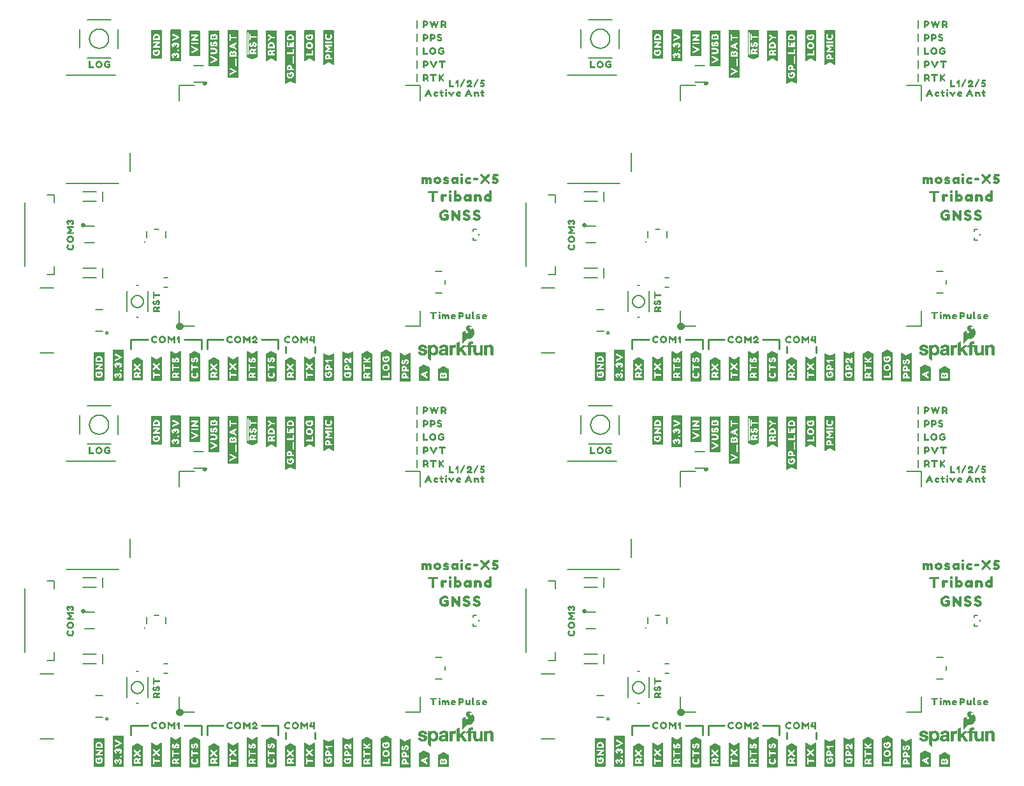
<source format=gto>
G04 EAGLE Gerber RS-274X export*
G75*
%MOMM*%
%FSLAX34Y34*%
%LPD*%
%INSilkscreen Top*%
%IPPOS*%
%AMOC8*
5,1,8,0,0,1.08239X$1,22.5*%
G01*
%ADD10C,0.254000*%
%ADD11C,0.203200*%
%ADD12C,0.254000*%
%ADD13C,0.177800*%
%ADD14C,0.600000*%
%ADD15C,0.127000*%
%ADD16C,0.152400*%
%ADD17C,0.300000*%

G36*
X1014283Y416155D02*
X1014283Y416155D01*
X1014302Y416146D01*
X1020988Y419439D01*
X1021564Y419343D01*
X1027557Y416246D01*
X1027612Y416256D01*
X1027615Y416255D01*
X1027915Y416555D01*
X1027916Y416567D01*
X1027921Y416571D01*
X1027918Y416576D01*
X1027919Y416582D01*
X1027929Y416590D01*
X1027929Y487090D01*
X1027893Y487137D01*
X1027890Y487135D01*
X1027888Y487139D01*
X1027288Y487239D01*
X1027283Y487236D01*
X1027280Y487239D01*
X1014480Y487239D01*
X1014442Y487210D01*
X1014434Y487208D01*
X1014234Y486708D01*
X1014238Y486695D01*
X1014231Y486690D01*
X1014231Y416190D01*
X1014234Y416186D01*
X1014232Y416181D01*
X1014241Y416176D01*
X1014267Y416143D01*
X1014283Y416155D01*
G37*
G36*
X348803Y416155D02*
X348803Y416155D01*
X348822Y416146D01*
X355508Y419439D01*
X356084Y419343D01*
X362077Y416246D01*
X362132Y416256D01*
X362135Y416255D01*
X362435Y416555D01*
X362436Y416567D01*
X362441Y416571D01*
X362438Y416576D01*
X362439Y416582D01*
X362449Y416590D01*
X362449Y487090D01*
X362413Y487137D01*
X362410Y487135D01*
X362408Y487139D01*
X361808Y487239D01*
X361803Y487236D01*
X361800Y487239D01*
X349000Y487239D01*
X348962Y487210D01*
X348954Y487208D01*
X348754Y486708D01*
X348758Y486695D01*
X348751Y486690D01*
X348751Y416190D01*
X348754Y416186D01*
X348752Y416181D01*
X348761Y416176D01*
X348787Y416143D01*
X348803Y416155D01*
G37*
G36*
X1014283Y929235D02*
X1014283Y929235D01*
X1014302Y929226D01*
X1020988Y932519D01*
X1021564Y932423D01*
X1027557Y929326D01*
X1027612Y929336D01*
X1027615Y929335D01*
X1027915Y929635D01*
X1027916Y929647D01*
X1027921Y929651D01*
X1027918Y929656D01*
X1027919Y929662D01*
X1027929Y929670D01*
X1027929Y1000170D01*
X1027893Y1000217D01*
X1027890Y1000215D01*
X1027888Y1000219D01*
X1027288Y1000319D01*
X1027283Y1000316D01*
X1027280Y1000319D01*
X1014480Y1000319D01*
X1014442Y1000290D01*
X1014434Y1000288D01*
X1014234Y999788D01*
X1014238Y999775D01*
X1014231Y999770D01*
X1014231Y929270D01*
X1014234Y929266D01*
X1014232Y929261D01*
X1014241Y929256D01*
X1014267Y929223D01*
X1014283Y929235D01*
G37*
G36*
X348803Y929235D02*
X348803Y929235D01*
X348822Y929226D01*
X355508Y932519D01*
X356084Y932423D01*
X362077Y929326D01*
X362132Y929336D01*
X362135Y929335D01*
X362435Y929635D01*
X362436Y929647D01*
X362441Y929651D01*
X362438Y929656D01*
X362439Y929662D01*
X362449Y929670D01*
X362449Y1000170D01*
X362413Y1000217D01*
X362410Y1000215D01*
X362408Y1000219D01*
X361808Y1000319D01*
X361803Y1000316D01*
X361800Y1000319D01*
X349000Y1000319D01*
X348962Y1000290D01*
X348954Y1000288D01*
X348754Y999788D01*
X348758Y999775D01*
X348751Y999770D01*
X348751Y929270D01*
X348754Y929266D01*
X348752Y929261D01*
X348761Y929256D01*
X348787Y929223D01*
X348803Y929235D01*
G37*
G36*
X286038Y937390D02*
X286038Y937390D01*
X286046Y937392D01*
X286246Y937892D01*
X286242Y937905D01*
X286249Y937910D01*
X286249Y1000210D01*
X286236Y1000228D01*
X286239Y1000240D01*
X285939Y1000640D01*
X285908Y1000649D01*
X285900Y1000659D01*
X273100Y1000659D01*
X273089Y1000651D01*
X273082Y1000656D01*
X272582Y1000456D01*
X272560Y1000420D01*
X272553Y1000414D01*
X272554Y1000412D01*
X272551Y1000410D01*
X272551Y937610D01*
X272580Y937572D01*
X272582Y937564D01*
X273082Y937364D01*
X273095Y937368D01*
X273100Y937361D01*
X286000Y937361D01*
X286038Y937390D01*
G37*
G36*
X951518Y937390D02*
X951518Y937390D01*
X951526Y937392D01*
X951726Y937892D01*
X951722Y937905D01*
X951729Y937910D01*
X951729Y1000210D01*
X951716Y1000228D01*
X951719Y1000240D01*
X951419Y1000640D01*
X951388Y1000649D01*
X951380Y1000659D01*
X938580Y1000659D01*
X938569Y1000651D01*
X938562Y1000656D01*
X938062Y1000456D01*
X938040Y1000420D01*
X938033Y1000414D01*
X938034Y1000412D01*
X938031Y1000410D01*
X938031Y937610D01*
X938060Y937572D01*
X938062Y937564D01*
X938562Y937364D01*
X938575Y937368D01*
X938580Y937361D01*
X951480Y937361D01*
X951518Y937390D01*
G37*
G36*
X286038Y424310D02*
X286038Y424310D01*
X286046Y424312D01*
X286246Y424812D01*
X286242Y424825D01*
X286249Y424830D01*
X286249Y487130D01*
X286236Y487148D01*
X286239Y487160D01*
X285939Y487560D01*
X285908Y487569D01*
X285900Y487579D01*
X273100Y487579D01*
X273089Y487571D01*
X273082Y487576D01*
X272582Y487376D01*
X272560Y487340D01*
X272553Y487334D01*
X272554Y487332D01*
X272551Y487330D01*
X272551Y424530D01*
X272580Y424492D01*
X272582Y424484D01*
X273082Y424284D01*
X273095Y424288D01*
X273100Y424281D01*
X286000Y424281D01*
X286038Y424310D01*
G37*
G36*
X951518Y424310D02*
X951518Y424310D01*
X951526Y424312D01*
X951726Y424812D01*
X951722Y424825D01*
X951729Y424830D01*
X951729Y487130D01*
X951716Y487148D01*
X951719Y487160D01*
X951419Y487560D01*
X951388Y487569D01*
X951380Y487579D01*
X938580Y487579D01*
X938569Y487571D01*
X938562Y487576D01*
X938062Y487376D01*
X938040Y487340D01*
X938033Y487334D01*
X938034Y487332D01*
X938031Y487330D01*
X938031Y424530D01*
X938060Y424492D01*
X938062Y424484D01*
X938562Y424284D01*
X938575Y424288D01*
X938580Y424281D01*
X951480Y424281D01*
X951518Y424310D01*
G37*
G36*
X260847Y439837D02*
X260847Y439837D01*
X260842Y439844D01*
X260849Y439850D01*
X260849Y486650D01*
X260846Y486655D01*
X260849Y486658D01*
X260749Y487258D01*
X260705Y487299D01*
X260703Y487296D01*
X260700Y487299D01*
X247200Y487299D01*
X247153Y487263D01*
X247158Y487256D01*
X247151Y487250D01*
X247151Y443250D01*
X247155Y443245D01*
X247152Y443239D01*
X247163Y443234D01*
X247187Y443203D01*
X247204Y443216D01*
X247210Y443213D01*
X247175Y443192D01*
X247167Y443174D01*
X247153Y443163D01*
X247158Y443156D01*
X247151Y443150D01*
X247151Y440450D01*
X247154Y440445D01*
X247151Y440442D01*
X247251Y439842D01*
X247295Y439801D01*
X247298Y439804D01*
X247300Y439801D01*
X260800Y439801D01*
X260847Y439837D01*
G37*
G36*
X926327Y439837D02*
X926327Y439837D01*
X926322Y439844D01*
X926329Y439850D01*
X926329Y486650D01*
X926326Y486655D01*
X926329Y486658D01*
X926229Y487258D01*
X926185Y487299D01*
X926183Y487296D01*
X926180Y487299D01*
X912680Y487299D01*
X912633Y487263D01*
X912638Y487256D01*
X912631Y487250D01*
X912631Y443250D01*
X912635Y443245D01*
X912632Y443239D01*
X912643Y443234D01*
X912667Y443203D01*
X912684Y443216D01*
X912690Y443213D01*
X912655Y443192D01*
X912647Y443174D01*
X912633Y443163D01*
X912638Y443156D01*
X912631Y443150D01*
X912631Y440450D01*
X912634Y440445D01*
X912631Y440442D01*
X912731Y439842D01*
X912775Y439801D01*
X912778Y439804D01*
X912780Y439801D01*
X926280Y439801D01*
X926327Y439837D01*
G37*
G36*
X926327Y952917D02*
X926327Y952917D01*
X926322Y952924D01*
X926329Y952930D01*
X926329Y999730D01*
X926326Y999735D01*
X926329Y999738D01*
X926229Y1000338D01*
X926185Y1000379D01*
X926183Y1000376D01*
X926180Y1000379D01*
X912680Y1000379D01*
X912633Y1000343D01*
X912638Y1000336D01*
X912631Y1000330D01*
X912631Y956330D01*
X912635Y956325D01*
X912632Y956319D01*
X912643Y956314D01*
X912667Y956283D01*
X912684Y956296D01*
X912690Y956293D01*
X912655Y956272D01*
X912647Y956254D01*
X912633Y956243D01*
X912638Y956236D01*
X912631Y956230D01*
X912631Y953530D01*
X912634Y953525D01*
X912631Y953522D01*
X912731Y952922D01*
X912775Y952881D01*
X912778Y952884D01*
X912780Y952881D01*
X926280Y952881D01*
X926327Y952917D01*
G37*
G36*
X260847Y952917D02*
X260847Y952917D01*
X260842Y952924D01*
X260849Y952930D01*
X260849Y999730D01*
X260846Y999735D01*
X260849Y999738D01*
X260749Y1000338D01*
X260705Y1000379D01*
X260703Y1000376D01*
X260700Y1000379D01*
X247200Y1000379D01*
X247153Y1000343D01*
X247158Y1000336D01*
X247151Y1000330D01*
X247151Y956330D01*
X247155Y956325D01*
X247152Y956319D01*
X247163Y956314D01*
X247187Y956283D01*
X247204Y956296D01*
X247210Y956293D01*
X247175Y956272D01*
X247167Y956254D01*
X247153Y956243D01*
X247158Y956236D01*
X247151Y956230D01*
X247151Y953530D01*
X247154Y953525D01*
X247151Y953522D01*
X247251Y952922D01*
X247295Y952881D01*
X247298Y952884D01*
X247300Y952881D01*
X260800Y952881D01*
X260847Y952917D01*
G37*
G36*
X413190Y441245D02*
X413190Y441245D01*
X413241Y441262D01*
X413235Y441279D01*
X413249Y441290D01*
X413249Y487290D01*
X413230Y487316D01*
X413230Y487329D01*
X412830Y487629D01*
X412810Y487629D01*
X412807Y487634D01*
X412804Y487634D01*
X412800Y487639D01*
X399900Y487639D01*
X399874Y487620D01*
X399861Y487620D01*
X399561Y487220D01*
X399561Y487210D01*
X399553Y487204D01*
X399559Y487196D01*
X399551Y487190D01*
X399551Y441590D01*
X399567Y441569D01*
X399565Y441555D01*
X399865Y441255D01*
X399920Y441248D01*
X399923Y441246D01*
X405915Y444342D01*
X406592Y444439D01*
X412578Y441446D01*
X412583Y441447D01*
X412584Y441443D01*
X413184Y441243D01*
X413186Y441244D01*
X413187Y441243D01*
X413190Y441245D01*
G37*
G36*
X1078670Y954325D02*
X1078670Y954325D01*
X1078721Y954342D01*
X1078715Y954359D01*
X1078729Y954370D01*
X1078729Y1000370D01*
X1078710Y1000396D01*
X1078710Y1000409D01*
X1078310Y1000709D01*
X1078290Y1000709D01*
X1078287Y1000714D01*
X1078284Y1000714D01*
X1078280Y1000719D01*
X1065380Y1000719D01*
X1065354Y1000700D01*
X1065341Y1000700D01*
X1065041Y1000300D01*
X1065041Y1000290D01*
X1065033Y1000284D01*
X1065039Y1000276D01*
X1065031Y1000270D01*
X1065031Y954670D01*
X1065047Y954649D01*
X1065045Y954635D01*
X1065345Y954335D01*
X1065400Y954328D01*
X1065403Y954326D01*
X1071395Y957422D01*
X1072072Y957519D01*
X1078058Y954526D01*
X1078063Y954527D01*
X1078064Y954523D01*
X1078664Y954323D01*
X1078666Y954324D01*
X1078667Y954323D01*
X1078670Y954325D01*
G37*
G36*
X1078670Y441245D02*
X1078670Y441245D01*
X1078721Y441262D01*
X1078715Y441279D01*
X1078729Y441290D01*
X1078729Y487290D01*
X1078710Y487316D01*
X1078710Y487329D01*
X1078310Y487629D01*
X1078290Y487629D01*
X1078287Y487634D01*
X1078284Y487634D01*
X1078280Y487639D01*
X1065380Y487639D01*
X1065354Y487620D01*
X1065341Y487620D01*
X1065041Y487220D01*
X1065041Y487210D01*
X1065033Y487204D01*
X1065039Y487196D01*
X1065031Y487190D01*
X1065031Y441590D01*
X1065047Y441569D01*
X1065045Y441555D01*
X1065345Y441255D01*
X1065400Y441248D01*
X1065403Y441246D01*
X1071395Y444342D01*
X1072072Y444439D01*
X1078058Y441446D01*
X1078063Y441447D01*
X1078064Y441443D01*
X1078664Y441243D01*
X1078666Y441244D01*
X1078667Y441243D01*
X1078670Y441245D01*
G37*
G36*
X413190Y954325D02*
X413190Y954325D01*
X413241Y954342D01*
X413235Y954359D01*
X413249Y954370D01*
X413249Y1000370D01*
X413230Y1000396D01*
X413230Y1000409D01*
X412830Y1000709D01*
X412810Y1000709D01*
X412807Y1000714D01*
X412804Y1000714D01*
X412800Y1000719D01*
X399900Y1000719D01*
X399874Y1000700D01*
X399861Y1000700D01*
X399561Y1000300D01*
X399561Y1000290D01*
X399553Y1000284D01*
X399559Y1000276D01*
X399551Y1000270D01*
X399551Y954670D01*
X399567Y954649D01*
X399565Y954635D01*
X399865Y954335D01*
X399920Y954328D01*
X399923Y954326D01*
X405915Y957422D01*
X406592Y957519D01*
X412578Y954526D01*
X412583Y954527D01*
X412584Y954523D01*
X413184Y954323D01*
X413186Y954324D01*
X413187Y954323D01*
X413190Y954325D01*
G37*
G36*
X799123Y21093D02*
X799123Y21093D01*
X799127Y21094D01*
X799327Y21694D01*
X799323Y21705D01*
X799329Y21710D01*
X799329Y62310D01*
X799316Y62328D01*
X799319Y62340D01*
X799019Y62740D01*
X798988Y62749D01*
X798980Y62759D01*
X786080Y62759D01*
X786062Y62746D01*
X786050Y62749D01*
X785650Y62449D01*
X785642Y62418D01*
X785631Y62410D01*
X785631Y21210D01*
X785667Y21163D01*
X785670Y21165D01*
X785672Y21161D01*
X786272Y21061D01*
X786277Y21064D01*
X786280Y21061D01*
X799080Y21061D01*
X799123Y21093D01*
G37*
G36*
X133643Y21093D02*
X133643Y21093D01*
X133647Y21094D01*
X133847Y21694D01*
X133843Y21705D01*
X133849Y21710D01*
X133849Y62310D01*
X133836Y62328D01*
X133839Y62340D01*
X133539Y62740D01*
X133508Y62749D01*
X133500Y62759D01*
X120600Y62759D01*
X120582Y62746D01*
X120570Y62749D01*
X120170Y62449D01*
X120162Y62418D01*
X120151Y62410D01*
X120151Y21210D01*
X120187Y21163D01*
X120190Y21165D01*
X120192Y21161D01*
X120792Y21061D01*
X120797Y21064D01*
X120800Y21061D01*
X133600Y21061D01*
X133643Y21093D01*
G37*
G36*
X875323Y446543D02*
X875323Y446543D01*
X875327Y446544D01*
X875527Y447144D01*
X875523Y447155D01*
X875529Y447160D01*
X875529Y487760D01*
X875516Y487778D01*
X875519Y487790D01*
X875219Y488190D01*
X875188Y488199D01*
X875180Y488209D01*
X862280Y488209D01*
X862262Y488196D01*
X862250Y488199D01*
X861850Y487899D01*
X861842Y487868D01*
X861831Y487860D01*
X861831Y446660D01*
X861867Y446613D01*
X861870Y446615D01*
X861872Y446611D01*
X862472Y446511D01*
X862477Y446514D01*
X862480Y446511D01*
X875280Y446511D01*
X875323Y446543D01*
G37*
G36*
X209843Y446543D02*
X209843Y446543D01*
X209847Y446544D01*
X210047Y447144D01*
X210043Y447155D01*
X210049Y447160D01*
X210049Y487760D01*
X210036Y487778D01*
X210039Y487790D01*
X209739Y488190D01*
X209708Y488199D01*
X209700Y488209D01*
X196800Y488209D01*
X196782Y488196D01*
X196770Y488199D01*
X196370Y487899D01*
X196362Y487868D01*
X196351Y487860D01*
X196351Y446660D01*
X196387Y446613D01*
X196390Y446615D01*
X196392Y446611D01*
X196992Y446511D01*
X196997Y446514D01*
X197000Y446511D01*
X209800Y446511D01*
X209843Y446543D01*
G37*
G36*
X799123Y534173D02*
X799123Y534173D01*
X799127Y534174D01*
X799327Y534774D01*
X799323Y534785D01*
X799329Y534790D01*
X799329Y575390D01*
X799316Y575408D01*
X799319Y575420D01*
X799019Y575820D01*
X798988Y575829D01*
X798980Y575839D01*
X786080Y575839D01*
X786062Y575826D01*
X786050Y575829D01*
X785650Y575529D01*
X785642Y575498D01*
X785631Y575490D01*
X785631Y534290D01*
X785667Y534243D01*
X785670Y534245D01*
X785672Y534241D01*
X786272Y534141D01*
X786277Y534144D01*
X786280Y534141D01*
X799080Y534141D01*
X799123Y534173D01*
G37*
G36*
X875323Y959623D02*
X875323Y959623D01*
X875327Y959624D01*
X875527Y960224D01*
X875523Y960235D01*
X875529Y960240D01*
X875529Y1000840D01*
X875516Y1000858D01*
X875519Y1000870D01*
X875219Y1001270D01*
X875188Y1001279D01*
X875180Y1001289D01*
X862280Y1001289D01*
X862262Y1001276D01*
X862250Y1001279D01*
X861850Y1000979D01*
X861842Y1000948D01*
X861831Y1000940D01*
X861831Y959740D01*
X861867Y959693D01*
X861870Y959695D01*
X861872Y959691D01*
X862472Y959591D01*
X862477Y959594D01*
X862480Y959591D01*
X875280Y959591D01*
X875323Y959623D01*
G37*
G36*
X209843Y959623D02*
X209843Y959623D01*
X209847Y959624D01*
X210047Y960224D01*
X210043Y960235D01*
X210049Y960240D01*
X210049Y1000840D01*
X210036Y1000858D01*
X210039Y1000870D01*
X209739Y1001270D01*
X209708Y1001279D01*
X209700Y1001289D01*
X196800Y1001289D01*
X196782Y1001276D01*
X196770Y1001279D01*
X196370Y1000979D01*
X196362Y1000948D01*
X196351Y1000940D01*
X196351Y959740D01*
X196387Y959693D01*
X196390Y959695D01*
X196392Y959691D01*
X196992Y959591D01*
X196997Y959594D01*
X197000Y959591D01*
X209800Y959591D01*
X209843Y959623D01*
G37*
G36*
X133643Y534173D02*
X133643Y534173D01*
X133647Y534174D01*
X133847Y534774D01*
X133843Y534785D01*
X133849Y534790D01*
X133849Y575390D01*
X133836Y575408D01*
X133839Y575420D01*
X133539Y575820D01*
X133508Y575829D01*
X133500Y575839D01*
X120600Y575839D01*
X120582Y575826D01*
X120570Y575829D01*
X120170Y575529D01*
X120162Y575498D01*
X120151Y575490D01*
X120151Y534290D01*
X120187Y534243D01*
X120190Y534245D01*
X120192Y534241D01*
X120792Y534141D01*
X120797Y534144D01*
X120800Y534141D01*
X133600Y534141D01*
X133643Y534173D01*
G37*
G36*
X1039787Y446494D02*
X1039787Y446494D01*
X1039802Y446486D01*
X1046384Y449777D01*
X1046961Y449584D01*
X1053058Y446586D01*
X1053117Y446597D01*
X1053115Y446606D01*
X1053124Y446608D01*
X1053324Y447008D01*
X1053321Y447024D01*
X1053329Y447030D01*
X1053329Y486930D01*
X1053316Y486948D01*
X1053319Y486960D01*
X1053019Y487360D01*
X1052988Y487369D01*
X1052980Y487379D01*
X1040180Y487379D01*
X1040169Y487371D01*
X1040162Y487376D01*
X1039662Y487176D01*
X1039637Y487135D01*
X1039631Y487130D01*
X1039631Y453330D01*
X1039631Y453329D01*
X1039631Y453328D01*
X1039633Y453326D01*
X1039667Y453283D01*
X1039681Y453293D01*
X1039691Y453286D01*
X1039664Y453277D01*
X1039648Y453253D01*
X1039633Y453241D01*
X1039637Y453236D01*
X1039635Y453233D01*
X1039631Y453230D01*
X1039631Y447130D01*
X1039634Y447125D01*
X1039631Y447122D01*
X1039731Y446522D01*
X1039732Y446521D01*
X1039734Y446520D01*
X1039775Y446481D01*
X1039787Y446494D01*
G37*
G36*
X374307Y446494D02*
X374307Y446494D01*
X374322Y446486D01*
X380904Y449777D01*
X381481Y449584D01*
X387578Y446586D01*
X387637Y446597D01*
X387635Y446606D01*
X387644Y446608D01*
X387844Y447008D01*
X387841Y447024D01*
X387849Y447030D01*
X387849Y486930D01*
X387836Y486948D01*
X387839Y486960D01*
X387539Y487360D01*
X387508Y487369D01*
X387500Y487379D01*
X374700Y487379D01*
X374689Y487371D01*
X374682Y487376D01*
X374182Y487176D01*
X374157Y487135D01*
X374151Y487130D01*
X374151Y453330D01*
X374151Y453329D01*
X374151Y453328D01*
X374153Y453326D01*
X374187Y453283D01*
X374201Y453293D01*
X374211Y453286D01*
X374184Y453277D01*
X374168Y453253D01*
X374153Y453241D01*
X374157Y453236D01*
X374155Y453233D01*
X374151Y453230D01*
X374151Y447130D01*
X374154Y447125D01*
X374151Y447122D01*
X374251Y446522D01*
X374252Y446521D01*
X374254Y446520D01*
X374295Y446481D01*
X374307Y446494D01*
G37*
G36*
X1039787Y959574D02*
X1039787Y959574D01*
X1039802Y959566D01*
X1046384Y962857D01*
X1046961Y962664D01*
X1053058Y959666D01*
X1053117Y959677D01*
X1053115Y959686D01*
X1053124Y959688D01*
X1053324Y960088D01*
X1053321Y960104D01*
X1053329Y960110D01*
X1053329Y1000010D01*
X1053316Y1000028D01*
X1053319Y1000040D01*
X1053019Y1000440D01*
X1052988Y1000449D01*
X1052980Y1000459D01*
X1040180Y1000459D01*
X1040169Y1000451D01*
X1040162Y1000456D01*
X1039662Y1000256D01*
X1039637Y1000215D01*
X1039631Y1000210D01*
X1039631Y966410D01*
X1039631Y966409D01*
X1039631Y966408D01*
X1039633Y966406D01*
X1039667Y966363D01*
X1039681Y966373D01*
X1039691Y966366D01*
X1039664Y966357D01*
X1039648Y966333D01*
X1039633Y966321D01*
X1039637Y966316D01*
X1039635Y966313D01*
X1039631Y966310D01*
X1039631Y960210D01*
X1039634Y960205D01*
X1039631Y960202D01*
X1039731Y959602D01*
X1039732Y959601D01*
X1039734Y959600D01*
X1039775Y959561D01*
X1039787Y959574D01*
G37*
G36*
X374307Y959574D02*
X374307Y959574D01*
X374322Y959566D01*
X380904Y962857D01*
X381481Y962664D01*
X387578Y959666D01*
X387637Y959677D01*
X387635Y959686D01*
X387644Y959688D01*
X387844Y960088D01*
X387841Y960104D01*
X387849Y960110D01*
X387849Y1000010D01*
X387836Y1000028D01*
X387839Y1000040D01*
X387539Y1000440D01*
X387508Y1000449D01*
X387500Y1000459D01*
X374700Y1000459D01*
X374689Y1000451D01*
X374682Y1000456D01*
X374182Y1000256D01*
X374157Y1000215D01*
X374151Y1000210D01*
X374151Y966410D01*
X374151Y966409D01*
X374151Y966408D01*
X374153Y966406D01*
X374187Y966363D01*
X374201Y966373D01*
X374211Y966366D01*
X374184Y966357D01*
X374168Y966333D01*
X374153Y966321D01*
X374157Y966316D01*
X374155Y966313D01*
X374151Y966310D01*
X374151Y960210D01*
X374154Y960205D01*
X374151Y960202D01*
X374251Y959602D01*
X374252Y959601D01*
X374254Y959600D01*
X374295Y959561D01*
X374307Y959574D01*
G37*
G36*
X489447Y21927D02*
X489447Y21927D01*
X489442Y21934D01*
X489449Y21940D01*
X489449Y59140D01*
X489430Y59165D01*
X489431Y59178D01*
X488931Y59578D01*
X488923Y59579D01*
X488923Y59584D01*
X482923Y62684D01*
X482906Y62681D01*
X482900Y62689D01*
X482300Y62689D01*
X482287Y62679D01*
X482278Y62684D01*
X476178Y59584D01*
X476173Y59574D01*
X476165Y59575D01*
X475765Y59175D01*
X475762Y59148D01*
X475751Y59140D01*
X475751Y25340D01*
X475751Y25339D01*
X475751Y25338D01*
X475753Y25336D01*
X475787Y25293D01*
X475801Y25303D01*
X475811Y25296D01*
X475784Y25287D01*
X475771Y25267D01*
X475753Y25253D01*
X475757Y25247D01*
X475755Y25243D01*
X475751Y25240D01*
X475751Y22540D01*
X475754Y22535D01*
X475751Y22532D01*
X475851Y21932D01*
X475895Y21891D01*
X475898Y21894D01*
X475900Y21891D01*
X489400Y21891D01*
X489447Y21927D01*
G37*
G36*
X1154927Y21927D02*
X1154927Y21927D01*
X1154922Y21934D01*
X1154929Y21940D01*
X1154929Y59140D01*
X1154910Y59165D01*
X1154911Y59178D01*
X1154411Y59578D01*
X1154403Y59579D01*
X1154403Y59584D01*
X1148403Y62684D01*
X1148386Y62681D01*
X1148380Y62689D01*
X1147780Y62689D01*
X1147767Y62679D01*
X1147758Y62684D01*
X1141658Y59584D01*
X1141653Y59574D01*
X1141645Y59575D01*
X1141245Y59175D01*
X1141242Y59148D01*
X1141231Y59140D01*
X1141231Y25340D01*
X1141231Y25339D01*
X1141231Y25338D01*
X1141233Y25336D01*
X1141267Y25293D01*
X1141281Y25303D01*
X1141291Y25296D01*
X1141264Y25287D01*
X1141251Y25267D01*
X1141233Y25253D01*
X1141237Y25247D01*
X1141235Y25243D01*
X1141231Y25240D01*
X1141231Y22540D01*
X1141234Y22535D01*
X1141231Y22532D01*
X1141331Y21932D01*
X1141375Y21891D01*
X1141378Y21894D01*
X1141380Y21891D01*
X1154880Y21891D01*
X1154927Y21927D01*
G37*
G36*
X1154927Y535007D02*
X1154927Y535007D01*
X1154922Y535014D01*
X1154929Y535020D01*
X1154929Y572220D01*
X1154910Y572245D01*
X1154911Y572258D01*
X1154411Y572658D01*
X1154403Y572659D01*
X1154403Y572664D01*
X1148403Y575764D01*
X1148386Y575761D01*
X1148380Y575769D01*
X1147780Y575769D01*
X1147767Y575759D01*
X1147758Y575764D01*
X1141658Y572664D01*
X1141653Y572654D01*
X1141645Y572655D01*
X1141245Y572255D01*
X1141242Y572228D01*
X1141231Y572220D01*
X1141231Y538420D01*
X1141231Y538419D01*
X1141231Y538418D01*
X1141233Y538416D01*
X1141267Y538373D01*
X1141281Y538383D01*
X1141291Y538376D01*
X1141264Y538367D01*
X1141251Y538347D01*
X1141233Y538333D01*
X1141237Y538327D01*
X1141235Y538323D01*
X1141231Y538320D01*
X1141231Y535620D01*
X1141234Y535615D01*
X1141231Y535612D01*
X1141331Y535012D01*
X1141375Y534971D01*
X1141378Y534974D01*
X1141380Y534971D01*
X1154880Y534971D01*
X1154927Y535007D01*
G37*
G36*
X489447Y535007D02*
X489447Y535007D01*
X489442Y535014D01*
X489449Y535020D01*
X489449Y572220D01*
X489430Y572245D01*
X489431Y572258D01*
X488931Y572658D01*
X488923Y572659D01*
X488923Y572664D01*
X482923Y575764D01*
X482906Y575761D01*
X482900Y575769D01*
X482300Y575769D01*
X482287Y575759D01*
X482278Y575764D01*
X476178Y572664D01*
X476173Y572654D01*
X476165Y572655D01*
X475765Y572255D01*
X475762Y572228D01*
X475751Y572220D01*
X475751Y538420D01*
X475751Y538419D01*
X475751Y538418D01*
X475753Y538416D01*
X475787Y538373D01*
X475801Y538383D01*
X475811Y538376D01*
X475784Y538367D01*
X475771Y538347D01*
X475753Y538333D01*
X475757Y538327D01*
X475755Y538323D01*
X475751Y538320D01*
X475751Y535620D01*
X475754Y535615D01*
X475751Y535612D01*
X475851Y535012D01*
X475895Y534971D01*
X475898Y534974D01*
X475900Y534971D01*
X489400Y534971D01*
X489447Y535007D01*
G37*
G36*
X323507Y959774D02*
X323507Y959774D01*
X323522Y959766D01*
X330104Y963057D01*
X330681Y962864D01*
X336778Y959766D01*
X336836Y959777D01*
X336835Y959786D01*
X336844Y959788D01*
X337044Y960188D01*
X337044Y960190D01*
X337044Y960191D01*
X337043Y960192D01*
X337041Y960204D01*
X337049Y960210D01*
X337049Y1000210D01*
X337013Y1000257D01*
X337010Y1000255D01*
X337008Y1000259D01*
X336408Y1000359D01*
X336403Y1000356D01*
X336400Y1000359D01*
X323500Y1000359D01*
X323453Y1000323D01*
X323455Y1000320D01*
X323451Y1000318D01*
X323351Y999718D01*
X323354Y999713D01*
X323351Y999710D01*
X323351Y960410D01*
X323354Y960405D01*
X323351Y960402D01*
X323451Y959802D01*
X323452Y959801D01*
X323454Y959800D01*
X323495Y959761D01*
X323507Y959774D01*
G37*
G36*
X988987Y959774D02*
X988987Y959774D01*
X989002Y959766D01*
X995584Y963057D01*
X996161Y962864D01*
X1002258Y959766D01*
X1002316Y959777D01*
X1002315Y959786D01*
X1002324Y959788D01*
X1002524Y960188D01*
X1002524Y960190D01*
X1002524Y960191D01*
X1002523Y960192D01*
X1002521Y960204D01*
X1002529Y960210D01*
X1002529Y1000210D01*
X1002493Y1000257D01*
X1002490Y1000255D01*
X1002488Y1000259D01*
X1001888Y1000359D01*
X1001883Y1000356D01*
X1001880Y1000359D01*
X988980Y1000359D01*
X988933Y1000323D01*
X988935Y1000320D01*
X988931Y1000318D01*
X988831Y999718D01*
X988834Y999713D01*
X988831Y999710D01*
X988831Y960410D01*
X988834Y960405D01*
X988831Y960402D01*
X988931Y959802D01*
X988932Y959801D01*
X988934Y959800D01*
X988975Y959761D01*
X988987Y959774D01*
G37*
G36*
X988987Y446694D02*
X988987Y446694D01*
X989002Y446686D01*
X995584Y449977D01*
X996161Y449784D01*
X1002258Y446686D01*
X1002316Y446697D01*
X1002315Y446706D01*
X1002324Y446708D01*
X1002524Y447108D01*
X1002524Y447110D01*
X1002524Y447111D01*
X1002523Y447112D01*
X1002521Y447124D01*
X1002529Y447130D01*
X1002529Y487130D01*
X1002493Y487177D01*
X1002490Y487175D01*
X1002488Y487179D01*
X1001888Y487279D01*
X1001883Y487276D01*
X1001880Y487279D01*
X988980Y487279D01*
X988933Y487243D01*
X988935Y487240D01*
X988931Y487238D01*
X988831Y486638D01*
X988834Y486633D01*
X988831Y486630D01*
X988831Y447330D01*
X988834Y447325D01*
X988831Y447322D01*
X988931Y446722D01*
X988932Y446721D01*
X988934Y446720D01*
X988975Y446681D01*
X988987Y446694D01*
G37*
G36*
X323507Y446694D02*
X323507Y446694D01*
X323522Y446686D01*
X330104Y449977D01*
X330681Y449784D01*
X336778Y446686D01*
X336836Y446697D01*
X336835Y446706D01*
X336844Y446708D01*
X337044Y447108D01*
X337044Y447110D01*
X337044Y447111D01*
X337043Y447112D01*
X337041Y447124D01*
X337049Y447130D01*
X337049Y487130D01*
X337013Y487177D01*
X337010Y487175D01*
X337008Y487179D01*
X336408Y487279D01*
X336403Y487276D01*
X336400Y487279D01*
X323500Y487279D01*
X323453Y487243D01*
X323455Y487240D01*
X323451Y487238D01*
X323351Y486638D01*
X323354Y486633D01*
X323351Y486630D01*
X323351Y447330D01*
X323354Y447325D01*
X323351Y447322D01*
X323451Y446722D01*
X323452Y446721D01*
X323454Y446720D01*
X323495Y446681D01*
X323507Y446694D01*
G37*
G36*
X336947Y533937D02*
X336947Y533937D01*
X336945Y533940D01*
X336949Y533942D01*
X337049Y534542D01*
X337046Y534547D01*
X337049Y534550D01*
X337049Y570450D01*
X337046Y570455D01*
X337049Y570458D01*
X336949Y571058D01*
X336924Y571081D01*
X336922Y571094D01*
X330222Y574394D01*
X330190Y574388D01*
X330178Y574394D01*
X323578Y571094D01*
X323566Y571070D01*
X323553Y571066D01*
X323353Y570466D01*
X323355Y570460D01*
X323353Y570458D01*
X323356Y570454D01*
X323351Y570450D01*
X323351Y537350D01*
X323357Y537342D01*
X323354Y537332D01*
X323367Y537328D01*
X323387Y537303D01*
X323402Y537314D01*
X323370Y537289D01*
X323365Y537273D01*
X323353Y537263D01*
X323358Y537256D01*
X323351Y537250D01*
X323351Y533950D01*
X323387Y533903D01*
X323394Y533908D01*
X323400Y533901D01*
X336900Y533901D01*
X336947Y533937D01*
G37*
G36*
X1002427Y20857D02*
X1002427Y20857D01*
X1002425Y20860D01*
X1002429Y20862D01*
X1002529Y21462D01*
X1002526Y21467D01*
X1002529Y21470D01*
X1002529Y57370D01*
X1002526Y57375D01*
X1002529Y57378D01*
X1002429Y57978D01*
X1002404Y58001D01*
X1002402Y58014D01*
X995702Y61314D01*
X995670Y61308D01*
X995658Y61314D01*
X989058Y58014D01*
X989046Y57990D01*
X989033Y57986D01*
X988833Y57386D01*
X988835Y57380D01*
X988833Y57378D01*
X988836Y57374D01*
X988831Y57370D01*
X988831Y24270D01*
X988837Y24262D01*
X988834Y24252D01*
X988847Y24248D01*
X988867Y24223D01*
X988882Y24234D01*
X988850Y24209D01*
X988845Y24193D01*
X988833Y24183D01*
X988838Y24176D01*
X988831Y24170D01*
X988831Y20870D01*
X988867Y20823D01*
X988874Y20828D01*
X988880Y20821D01*
X1002380Y20821D01*
X1002427Y20857D01*
G37*
G36*
X235347Y20857D02*
X235347Y20857D01*
X235345Y20860D01*
X235349Y20862D01*
X235449Y21462D01*
X235446Y21467D01*
X235449Y21470D01*
X235449Y57370D01*
X235446Y57375D01*
X235449Y57378D01*
X235349Y57978D01*
X235324Y58001D01*
X235322Y58014D01*
X228622Y61314D01*
X228590Y61308D01*
X228578Y61314D01*
X221978Y58014D01*
X221966Y57990D01*
X221953Y57986D01*
X221753Y57386D01*
X221755Y57380D01*
X221753Y57378D01*
X221756Y57374D01*
X221751Y57370D01*
X221751Y24270D01*
X221757Y24262D01*
X221754Y24252D01*
X221767Y24248D01*
X221787Y24223D01*
X221802Y24234D01*
X221770Y24209D01*
X221765Y24193D01*
X221753Y24183D01*
X221758Y24176D01*
X221751Y24170D01*
X221751Y20870D01*
X221787Y20823D01*
X221794Y20828D01*
X221800Y20821D01*
X235300Y20821D01*
X235347Y20857D01*
G37*
G36*
X235347Y533937D02*
X235347Y533937D01*
X235345Y533940D01*
X235349Y533942D01*
X235449Y534542D01*
X235446Y534547D01*
X235449Y534550D01*
X235449Y570450D01*
X235446Y570455D01*
X235449Y570458D01*
X235349Y571058D01*
X235324Y571081D01*
X235322Y571094D01*
X228622Y574394D01*
X228590Y574388D01*
X228578Y574394D01*
X221978Y571094D01*
X221966Y571070D01*
X221953Y571066D01*
X221753Y570466D01*
X221755Y570460D01*
X221753Y570458D01*
X221756Y570454D01*
X221751Y570450D01*
X221751Y537350D01*
X221757Y537342D01*
X221754Y537332D01*
X221767Y537328D01*
X221787Y537303D01*
X221802Y537314D01*
X221770Y537289D01*
X221765Y537273D01*
X221753Y537263D01*
X221758Y537256D01*
X221751Y537250D01*
X221751Y533950D01*
X221787Y533903D01*
X221794Y533908D01*
X221800Y533901D01*
X235300Y533901D01*
X235347Y533937D01*
G37*
G36*
X336947Y20857D02*
X336947Y20857D01*
X336945Y20860D01*
X336949Y20862D01*
X337049Y21462D01*
X337046Y21467D01*
X337049Y21470D01*
X337049Y57370D01*
X337046Y57375D01*
X337049Y57378D01*
X336949Y57978D01*
X336924Y58001D01*
X336922Y58014D01*
X330222Y61314D01*
X330190Y61308D01*
X330178Y61314D01*
X323578Y58014D01*
X323566Y57990D01*
X323553Y57986D01*
X323353Y57386D01*
X323355Y57380D01*
X323353Y57378D01*
X323356Y57374D01*
X323351Y57370D01*
X323351Y24270D01*
X323357Y24262D01*
X323354Y24252D01*
X323367Y24248D01*
X323387Y24223D01*
X323402Y24234D01*
X323370Y24209D01*
X323365Y24193D01*
X323353Y24183D01*
X323358Y24176D01*
X323351Y24170D01*
X323351Y20870D01*
X323387Y20823D01*
X323394Y20828D01*
X323400Y20821D01*
X336900Y20821D01*
X336947Y20857D01*
G37*
G36*
X900827Y20857D02*
X900827Y20857D01*
X900825Y20860D01*
X900829Y20862D01*
X900929Y21462D01*
X900926Y21467D01*
X900929Y21470D01*
X900929Y57370D01*
X900926Y57375D01*
X900929Y57378D01*
X900829Y57978D01*
X900804Y58001D01*
X900802Y58014D01*
X894102Y61314D01*
X894070Y61308D01*
X894058Y61314D01*
X887458Y58014D01*
X887446Y57990D01*
X887433Y57986D01*
X887233Y57386D01*
X887235Y57380D01*
X887233Y57378D01*
X887236Y57374D01*
X887231Y57370D01*
X887231Y24270D01*
X887237Y24262D01*
X887234Y24252D01*
X887247Y24248D01*
X887267Y24223D01*
X887282Y24234D01*
X887250Y24209D01*
X887245Y24193D01*
X887233Y24183D01*
X887238Y24176D01*
X887231Y24170D01*
X887231Y20870D01*
X887267Y20823D01*
X887274Y20828D01*
X887280Y20821D01*
X900780Y20821D01*
X900827Y20857D01*
G37*
G36*
X900827Y533937D02*
X900827Y533937D01*
X900825Y533940D01*
X900829Y533942D01*
X900929Y534542D01*
X900926Y534547D01*
X900929Y534550D01*
X900929Y570450D01*
X900926Y570455D01*
X900929Y570458D01*
X900829Y571058D01*
X900804Y571081D01*
X900802Y571094D01*
X894102Y574394D01*
X894070Y574388D01*
X894058Y574394D01*
X887458Y571094D01*
X887446Y571070D01*
X887433Y571066D01*
X887233Y570466D01*
X887235Y570460D01*
X887233Y570458D01*
X887236Y570454D01*
X887231Y570450D01*
X887231Y537350D01*
X887237Y537342D01*
X887234Y537332D01*
X887247Y537328D01*
X887267Y537303D01*
X887282Y537314D01*
X887250Y537289D01*
X887245Y537273D01*
X887233Y537263D01*
X887238Y537256D01*
X887231Y537250D01*
X887231Y533950D01*
X887267Y533903D01*
X887274Y533908D01*
X887280Y533901D01*
X900780Y533901D01*
X900827Y533937D01*
G37*
G36*
X1002427Y533937D02*
X1002427Y533937D01*
X1002425Y533940D01*
X1002429Y533942D01*
X1002529Y534542D01*
X1002526Y534547D01*
X1002529Y534550D01*
X1002529Y570450D01*
X1002526Y570455D01*
X1002529Y570458D01*
X1002429Y571058D01*
X1002404Y571081D01*
X1002402Y571094D01*
X995702Y574394D01*
X995670Y574388D01*
X995658Y574394D01*
X989058Y571094D01*
X989046Y571070D01*
X989033Y571066D01*
X988833Y570466D01*
X988835Y570460D01*
X988833Y570458D01*
X988836Y570454D01*
X988831Y570450D01*
X988831Y537350D01*
X988837Y537342D01*
X988834Y537332D01*
X988847Y537328D01*
X988867Y537303D01*
X988882Y537314D01*
X988850Y537289D01*
X988845Y537273D01*
X988833Y537263D01*
X988838Y537256D01*
X988831Y537250D01*
X988831Y533950D01*
X988867Y533903D01*
X988874Y533908D01*
X988880Y533901D01*
X1002380Y533901D01*
X1002427Y533937D01*
G37*
G36*
X1129318Y20950D02*
X1129318Y20950D01*
X1129326Y20952D01*
X1129526Y21452D01*
X1129522Y21465D01*
X1129529Y21470D01*
X1129529Y57370D01*
X1129515Y57388D01*
X1129518Y57401D01*
X1129118Y57901D01*
X1129104Y57904D01*
X1129102Y57914D01*
X1123102Y60914D01*
X1123092Y60912D01*
X1123088Y60919D01*
X1122488Y61019D01*
X1122472Y61010D01*
X1122466Y61010D01*
X1122458Y61014D01*
X1116358Y58014D01*
X1116355Y58007D01*
X1116349Y58008D01*
X1115849Y57608D01*
X1115843Y57584D01*
X1115833Y57576D01*
X1115835Y57573D01*
X1115831Y57570D01*
X1115831Y21170D01*
X1115860Y21132D01*
X1115862Y21124D01*
X1116362Y20924D01*
X1116375Y20928D01*
X1116380Y20921D01*
X1129280Y20921D01*
X1129318Y20950D01*
G37*
G36*
X463838Y20950D02*
X463838Y20950D01*
X463846Y20952D01*
X464046Y21452D01*
X464042Y21465D01*
X464049Y21470D01*
X464049Y57370D01*
X464035Y57388D01*
X464038Y57401D01*
X463638Y57901D01*
X463624Y57904D01*
X463622Y57914D01*
X457622Y60914D01*
X457612Y60912D01*
X457608Y60919D01*
X457008Y61019D01*
X456992Y61010D01*
X456986Y61010D01*
X456978Y61014D01*
X450878Y58014D01*
X450875Y58007D01*
X450869Y58008D01*
X450369Y57608D01*
X450363Y57584D01*
X450353Y57576D01*
X450355Y57573D01*
X450351Y57570D01*
X450351Y21170D01*
X450380Y21132D01*
X450382Y21124D01*
X450882Y20924D01*
X450895Y20928D01*
X450900Y20921D01*
X463800Y20921D01*
X463838Y20950D01*
G37*
G36*
X1129318Y534030D02*
X1129318Y534030D01*
X1129326Y534032D01*
X1129526Y534532D01*
X1129522Y534545D01*
X1129529Y534550D01*
X1129529Y570450D01*
X1129515Y570468D01*
X1129518Y570481D01*
X1129118Y570981D01*
X1129104Y570984D01*
X1129102Y570994D01*
X1123102Y573994D01*
X1123092Y573992D01*
X1123088Y573999D01*
X1122488Y574099D01*
X1122472Y574090D01*
X1122466Y574090D01*
X1122458Y574094D01*
X1116358Y571094D01*
X1116355Y571087D01*
X1116349Y571088D01*
X1115849Y570688D01*
X1115843Y570664D01*
X1115833Y570656D01*
X1115835Y570653D01*
X1115831Y570650D01*
X1115831Y534250D01*
X1115860Y534212D01*
X1115862Y534204D01*
X1116362Y534004D01*
X1116375Y534008D01*
X1116380Y534001D01*
X1129280Y534001D01*
X1129318Y534030D01*
G37*
G36*
X463838Y534030D02*
X463838Y534030D01*
X463846Y534032D01*
X464046Y534532D01*
X464042Y534545D01*
X464049Y534550D01*
X464049Y570450D01*
X464035Y570468D01*
X464038Y570481D01*
X463638Y570981D01*
X463624Y570984D01*
X463622Y570994D01*
X457622Y573994D01*
X457612Y573992D01*
X457608Y573999D01*
X457008Y574099D01*
X456992Y574090D01*
X456986Y574090D01*
X456978Y574094D01*
X450878Y571094D01*
X450875Y571087D01*
X450869Y571088D01*
X450369Y570688D01*
X450363Y570664D01*
X450353Y570656D01*
X450355Y570653D01*
X450351Y570650D01*
X450351Y534250D01*
X450380Y534212D01*
X450382Y534204D01*
X450882Y534004D01*
X450895Y534008D01*
X450900Y534001D01*
X463800Y534001D01*
X463838Y534030D01*
G37*
G36*
X875210Y21143D02*
X875210Y21143D01*
X875222Y21145D01*
X875522Y21645D01*
X875522Y21648D01*
X875523Y21649D01*
X875522Y21651D01*
X875520Y21663D01*
X875529Y21670D01*
X875529Y60870D01*
X875526Y60874D01*
X875528Y60879D01*
X875519Y60884D01*
X875493Y60917D01*
X875484Y60910D01*
X875480Y60915D01*
X875471Y60915D01*
X875465Y60911D01*
X875458Y60914D01*
X868776Y57623D01*
X868199Y57816D01*
X862202Y60814D01*
X862189Y60812D01*
X862186Y60816D01*
X862177Y60816D01*
X862165Y60807D01*
X862149Y60804D01*
X862145Y60805D01*
X861845Y60505D01*
X861843Y60492D01*
X861834Y60485D01*
X861840Y60477D01*
X861831Y60470D01*
X861831Y21470D01*
X861850Y21444D01*
X861850Y21431D01*
X862250Y21131D01*
X862272Y21131D01*
X862280Y21121D01*
X875180Y21121D01*
X875210Y21143D01*
G37*
G36*
X976810Y21143D02*
X976810Y21143D01*
X976822Y21145D01*
X977122Y21645D01*
X977122Y21648D01*
X977123Y21649D01*
X977122Y21651D01*
X977120Y21663D01*
X977129Y21670D01*
X977129Y60870D01*
X977126Y60874D01*
X977128Y60879D01*
X977119Y60884D01*
X977093Y60917D01*
X977084Y60910D01*
X977080Y60915D01*
X977071Y60915D01*
X977065Y60911D01*
X977058Y60914D01*
X970376Y57623D01*
X969799Y57816D01*
X963802Y60814D01*
X963789Y60812D01*
X963786Y60816D01*
X963777Y60816D01*
X963765Y60807D01*
X963749Y60804D01*
X963745Y60805D01*
X963445Y60505D01*
X963443Y60492D01*
X963434Y60485D01*
X963440Y60477D01*
X963431Y60470D01*
X963431Y21470D01*
X963450Y21444D01*
X963450Y21431D01*
X963850Y21131D01*
X963872Y21131D01*
X963880Y21121D01*
X976780Y21121D01*
X976810Y21143D01*
G37*
G36*
X209730Y21143D02*
X209730Y21143D01*
X209742Y21145D01*
X210042Y21645D01*
X210042Y21648D01*
X210043Y21649D01*
X210042Y21651D01*
X210040Y21663D01*
X210049Y21670D01*
X210049Y60870D01*
X210046Y60874D01*
X210048Y60879D01*
X210039Y60884D01*
X210013Y60917D01*
X210004Y60910D01*
X210000Y60915D01*
X209991Y60915D01*
X209985Y60911D01*
X209978Y60914D01*
X203296Y57623D01*
X202719Y57816D01*
X196722Y60814D01*
X196709Y60812D01*
X196706Y60816D01*
X196697Y60816D01*
X196685Y60807D01*
X196669Y60804D01*
X196665Y60805D01*
X196365Y60505D01*
X196363Y60492D01*
X196354Y60485D01*
X196360Y60477D01*
X196351Y60470D01*
X196351Y21470D01*
X196370Y21444D01*
X196370Y21431D01*
X196770Y21131D01*
X196792Y21131D01*
X196800Y21121D01*
X209700Y21121D01*
X209730Y21143D01*
G37*
G36*
X209730Y534223D02*
X209730Y534223D01*
X209742Y534225D01*
X210042Y534725D01*
X210042Y534728D01*
X210043Y534729D01*
X210042Y534731D01*
X210040Y534743D01*
X210049Y534750D01*
X210049Y573950D01*
X210046Y573954D01*
X210048Y573959D01*
X210039Y573964D01*
X210013Y573997D01*
X210004Y573990D01*
X210000Y573995D01*
X209991Y573995D01*
X209985Y573991D01*
X209978Y573994D01*
X203296Y570703D01*
X202719Y570896D01*
X196722Y573894D01*
X196709Y573892D01*
X196706Y573896D01*
X196697Y573896D01*
X196685Y573887D01*
X196669Y573884D01*
X196665Y573885D01*
X196365Y573585D01*
X196363Y573572D01*
X196354Y573565D01*
X196360Y573557D01*
X196351Y573550D01*
X196351Y534550D01*
X196370Y534524D01*
X196370Y534511D01*
X196770Y534211D01*
X196792Y534211D01*
X196800Y534201D01*
X209700Y534201D01*
X209730Y534223D01*
G37*
G36*
X311330Y534223D02*
X311330Y534223D01*
X311342Y534225D01*
X311642Y534725D01*
X311642Y534728D01*
X311643Y534729D01*
X311642Y534731D01*
X311640Y534743D01*
X311649Y534750D01*
X311649Y573950D01*
X311646Y573954D01*
X311648Y573959D01*
X311639Y573964D01*
X311613Y573997D01*
X311604Y573990D01*
X311600Y573995D01*
X311591Y573995D01*
X311585Y573991D01*
X311578Y573994D01*
X304896Y570703D01*
X304319Y570896D01*
X298322Y573894D01*
X298309Y573892D01*
X298306Y573896D01*
X298297Y573896D01*
X298285Y573887D01*
X298269Y573884D01*
X298265Y573885D01*
X297965Y573585D01*
X297963Y573572D01*
X297954Y573565D01*
X297960Y573557D01*
X297951Y573550D01*
X297951Y534550D01*
X297970Y534524D01*
X297970Y534511D01*
X298370Y534211D01*
X298392Y534211D01*
X298400Y534201D01*
X311300Y534201D01*
X311330Y534223D01*
G37*
G36*
X976810Y534223D02*
X976810Y534223D01*
X976822Y534225D01*
X977122Y534725D01*
X977122Y534728D01*
X977123Y534729D01*
X977122Y534731D01*
X977120Y534743D01*
X977129Y534750D01*
X977129Y573950D01*
X977126Y573954D01*
X977128Y573959D01*
X977119Y573964D01*
X977093Y573997D01*
X977084Y573990D01*
X977080Y573995D01*
X977071Y573995D01*
X977065Y573991D01*
X977058Y573994D01*
X970376Y570703D01*
X969799Y570896D01*
X963802Y573894D01*
X963789Y573892D01*
X963786Y573896D01*
X963777Y573896D01*
X963765Y573887D01*
X963749Y573884D01*
X963745Y573885D01*
X963445Y573585D01*
X963443Y573572D01*
X963434Y573565D01*
X963440Y573557D01*
X963431Y573550D01*
X963431Y534550D01*
X963450Y534524D01*
X963450Y534511D01*
X963850Y534211D01*
X963872Y534211D01*
X963880Y534201D01*
X976780Y534201D01*
X976810Y534223D01*
G37*
G36*
X875210Y534223D02*
X875210Y534223D01*
X875222Y534225D01*
X875522Y534725D01*
X875522Y534728D01*
X875523Y534729D01*
X875522Y534731D01*
X875520Y534743D01*
X875529Y534750D01*
X875529Y573950D01*
X875526Y573954D01*
X875528Y573959D01*
X875519Y573964D01*
X875493Y573997D01*
X875484Y573990D01*
X875480Y573995D01*
X875471Y573995D01*
X875465Y573991D01*
X875458Y573994D01*
X868776Y570703D01*
X868199Y570896D01*
X862202Y573894D01*
X862189Y573892D01*
X862186Y573896D01*
X862177Y573896D01*
X862165Y573887D01*
X862149Y573884D01*
X862145Y573885D01*
X861845Y573585D01*
X861843Y573572D01*
X861834Y573565D01*
X861840Y573557D01*
X861831Y573550D01*
X861831Y534550D01*
X861850Y534524D01*
X861850Y534511D01*
X862250Y534211D01*
X862272Y534211D01*
X862280Y534201D01*
X875180Y534201D01*
X875210Y534223D01*
G37*
G36*
X311330Y21143D02*
X311330Y21143D01*
X311342Y21145D01*
X311642Y21645D01*
X311642Y21648D01*
X311643Y21649D01*
X311642Y21651D01*
X311640Y21663D01*
X311649Y21670D01*
X311649Y60870D01*
X311646Y60874D01*
X311648Y60879D01*
X311639Y60884D01*
X311613Y60917D01*
X311604Y60910D01*
X311600Y60915D01*
X311591Y60915D01*
X311585Y60911D01*
X311578Y60914D01*
X304896Y57623D01*
X304319Y57816D01*
X298322Y60814D01*
X298309Y60812D01*
X298306Y60816D01*
X298297Y60816D01*
X298285Y60807D01*
X298269Y60804D01*
X298265Y60805D01*
X297965Y60505D01*
X297963Y60492D01*
X297954Y60485D01*
X297960Y60477D01*
X297951Y60470D01*
X297951Y21470D01*
X297970Y21444D01*
X297970Y21431D01*
X298370Y21131D01*
X298392Y21131D01*
X298400Y21121D01*
X311300Y21121D01*
X311330Y21143D01*
G37*
G36*
X970491Y448461D02*
X970491Y448461D01*
X970502Y448456D01*
X976602Y451456D01*
X976605Y451463D01*
X976611Y451462D01*
X977111Y451862D01*
X977115Y451877D01*
X977125Y451885D01*
X977119Y451893D01*
X977129Y451900D01*
X977129Y487800D01*
X977110Y487826D01*
X977110Y487839D01*
X976710Y488139D01*
X976689Y488139D01*
X976684Y488146D01*
X976682Y488146D01*
X976680Y488149D01*
X963780Y488149D01*
X963754Y488130D01*
X963741Y488130D01*
X963441Y487730D01*
X963441Y487721D01*
X963435Y487716D01*
X963441Y487709D01*
X963441Y487708D01*
X963431Y487700D01*
X963431Y455200D01*
X963432Y455198D01*
X963431Y455196D01*
X963436Y455193D01*
X963467Y455153D01*
X963471Y455156D01*
X963473Y455151D01*
X963476Y455151D01*
X963463Y455146D01*
X963450Y455126D01*
X963433Y455113D01*
X963437Y455106D01*
X963436Y455104D01*
X963431Y455100D01*
X963431Y452100D01*
X963442Y452085D01*
X963438Y452075D01*
X963738Y451575D01*
X963756Y451567D01*
X963758Y451556D01*
X969858Y448556D01*
X969869Y448558D01*
X969872Y448551D01*
X970472Y448451D01*
X970491Y448461D01*
G37*
G36*
X970491Y961541D02*
X970491Y961541D01*
X970502Y961536D01*
X976602Y964536D01*
X976605Y964543D01*
X976611Y964542D01*
X977111Y964942D01*
X977115Y964957D01*
X977125Y964965D01*
X977119Y964973D01*
X977129Y964980D01*
X977129Y1000880D01*
X977110Y1000906D01*
X977110Y1000919D01*
X976710Y1001219D01*
X976689Y1001219D01*
X976684Y1001226D01*
X976682Y1001226D01*
X976680Y1001229D01*
X963780Y1001229D01*
X963754Y1001210D01*
X963741Y1001210D01*
X963441Y1000810D01*
X963441Y1000801D01*
X963435Y1000796D01*
X963441Y1000789D01*
X963441Y1000788D01*
X963431Y1000780D01*
X963431Y968280D01*
X963432Y968278D01*
X963431Y968276D01*
X963436Y968273D01*
X963467Y968233D01*
X963471Y968236D01*
X963473Y968231D01*
X963476Y968231D01*
X963463Y968226D01*
X963450Y968206D01*
X963433Y968193D01*
X963437Y968186D01*
X963436Y968184D01*
X963431Y968180D01*
X963431Y965180D01*
X963442Y965165D01*
X963438Y965155D01*
X963738Y964655D01*
X963756Y964647D01*
X963758Y964636D01*
X969858Y961636D01*
X969869Y961638D01*
X969872Y961631D01*
X970472Y961531D01*
X970491Y961541D01*
G37*
G36*
X305011Y961541D02*
X305011Y961541D01*
X305022Y961536D01*
X311122Y964536D01*
X311125Y964543D01*
X311131Y964542D01*
X311631Y964942D01*
X311635Y964957D01*
X311645Y964965D01*
X311639Y964973D01*
X311649Y964980D01*
X311649Y1000880D01*
X311630Y1000906D01*
X311630Y1000919D01*
X311230Y1001219D01*
X311209Y1001219D01*
X311204Y1001226D01*
X311202Y1001226D01*
X311200Y1001229D01*
X298300Y1001229D01*
X298274Y1001210D01*
X298261Y1001210D01*
X297961Y1000810D01*
X297961Y1000801D01*
X297955Y1000796D01*
X297961Y1000789D01*
X297961Y1000788D01*
X297951Y1000780D01*
X297951Y968280D01*
X297952Y968278D01*
X297951Y968276D01*
X297956Y968273D01*
X297987Y968233D01*
X297991Y968236D01*
X297993Y968231D01*
X297996Y968231D01*
X297983Y968226D01*
X297970Y968206D01*
X297953Y968193D01*
X297957Y968186D01*
X297956Y968184D01*
X297951Y968180D01*
X297951Y965180D01*
X297962Y965165D01*
X297958Y965155D01*
X298258Y964655D01*
X298276Y964647D01*
X298278Y964636D01*
X304378Y961636D01*
X304389Y961638D01*
X304392Y961631D01*
X304992Y961531D01*
X305011Y961541D01*
G37*
G36*
X305011Y448461D02*
X305011Y448461D01*
X305022Y448456D01*
X311122Y451456D01*
X311125Y451463D01*
X311131Y451462D01*
X311631Y451862D01*
X311635Y451877D01*
X311645Y451885D01*
X311639Y451893D01*
X311649Y451900D01*
X311649Y487800D01*
X311630Y487826D01*
X311630Y487839D01*
X311230Y488139D01*
X311209Y488139D01*
X311204Y488146D01*
X311202Y488146D01*
X311200Y488149D01*
X298300Y488149D01*
X298274Y488130D01*
X298261Y488130D01*
X297961Y487730D01*
X297961Y487721D01*
X297955Y487716D01*
X297961Y487709D01*
X297961Y487708D01*
X297951Y487700D01*
X297951Y455200D01*
X297952Y455198D01*
X297951Y455196D01*
X297956Y455193D01*
X297987Y455153D01*
X297991Y455156D01*
X297993Y455151D01*
X297996Y455151D01*
X297983Y455146D01*
X297970Y455126D01*
X297953Y455113D01*
X297957Y455106D01*
X297956Y455104D01*
X297951Y455100D01*
X297951Y452100D01*
X297962Y452085D01*
X297958Y452075D01*
X298258Y451575D01*
X298276Y451567D01*
X298278Y451556D01*
X304378Y448556D01*
X304389Y448558D01*
X304392Y448551D01*
X304992Y448451D01*
X305011Y448461D01*
G37*
G36*
X184547Y962797D02*
X184547Y962797D01*
X184545Y962800D01*
X184549Y962802D01*
X184649Y963402D01*
X184646Y963407D01*
X184649Y963410D01*
X184649Y1000610D01*
X184613Y1000657D01*
X184606Y1000652D01*
X184600Y1000659D01*
X171100Y1000659D01*
X171053Y1000623D01*
X171055Y1000620D01*
X171051Y1000618D01*
X170951Y1000018D01*
X170954Y1000013D01*
X170951Y1000010D01*
X170951Y966210D01*
X170956Y966203D01*
X170953Y966194D01*
X170966Y966190D01*
X170987Y966163D01*
X171006Y966177D01*
X171008Y966176D01*
X170971Y966150D01*
X170966Y966133D01*
X170953Y966123D01*
X170958Y966116D01*
X170951Y966110D01*
X170951Y962810D01*
X170987Y962763D01*
X170994Y962768D01*
X171000Y962761D01*
X184500Y962761D01*
X184547Y962797D01*
G37*
G36*
X773827Y21727D02*
X773827Y21727D01*
X773825Y21730D01*
X773829Y21732D01*
X773929Y22332D01*
X773926Y22337D01*
X773929Y22340D01*
X773929Y59540D01*
X773893Y59587D01*
X773886Y59582D01*
X773880Y59589D01*
X760380Y59589D01*
X760333Y59553D01*
X760335Y59550D01*
X760331Y59548D01*
X760231Y58948D01*
X760234Y58943D01*
X760231Y58940D01*
X760231Y25140D01*
X760236Y25133D01*
X760233Y25124D01*
X760246Y25120D01*
X760267Y25093D01*
X760286Y25107D01*
X760288Y25106D01*
X760251Y25080D01*
X760246Y25063D01*
X760233Y25053D01*
X760238Y25046D01*
X760231Y25040D01*
X760231Y21740D01*
X760267Y21693D01*
X760274Y21698D01*
X760280Y21691D01*
X773780Y21691D01*
X773827Y21727D01*
G37*
G36*
X108347Y21727D02*
X108347Y21727D01*
X108345Y21730D01*
X108349Y21732D01*
X108449Y22332D01*
X108446Y22337D01*
X108449Y22340D01*
X108449Y59540D01*
X108413Y59587D01*
X108406Y59582D01*
X108400Y59589D01*
X94900Y59589D01*
X94853Y59553D01*
X94855Y59550D01*
X94851Y59548D01*
X94751Y58948D01*
X94754Y58943D01*
X94751Y58940D01*
X94751Y25140D01*
X94756Y25133D01*
X94753Y25124D01*
X94766Y25120D01*
X94787Y25093D01*
X94806Y25107D01*
X94808Y25106D01*
X94771Y25080D01*
X94766Y25063D01*
X94753Y25053D01*
X94758Y25046D01*
X94751Y25040D01*
X94751Y21740D01*
X94787Y21693D01*
X94794Y21698D01*
X94800Y21691D01*
X108300Y21691D01*
X108347Y21727D01*
G37*
G36*
X850027Y449717D02*
X850027Y449717D01*
X850025Y449720D01*
X850029Y449722D01*
X850129Y450322D01*
X850126Y450327D01*
X850129Y450330D01*
X850129Y487530D01*
X850093Y487577D01*
X850086Y487572D01*
X850080Y487579D01*
X836580Y487579D01*
X836533Y487543D01*
X836535Y487540D01*
X836531Y487538D01*
X836431Y486938D01*
X836434Y486933D01*
X836431Y486930D01*
X836431Y453130D01*
X836436Y453123D01*
X836433Y453114D01*
X836446Y453110D01*
X836467Y453083D01*
X836486Y453097D01*
X836488Y453096D01*
X836451Y453070D01*
X836446Y453053D01*
X836433Y453043D01*
X836438Y453036D01*
X836431Y453030D01*
X836431Y449730D01*
X836467Y449683D01*
X836474Y449688D01*
X836480Y449681D01*
X849980Y449681D01*
X850027Y449717D01*
G37*
G36*
X850027Y962797D02*
X850027Y962797D01*
X850025Y962800D01*
X850029Y962802D01*
X850129Y963402D01*
X850126Y963407D01*
X850129Y963410D01*
X850129Y1000610D01*
X850093Y1000657D01*
X850086Y1000652D01*
X850080Y1000659D01*
X836580Y1000659D01*
X836533Y1000623D01*
X836535Y1000620D01*
X836531Y1000618D01*
X836431Y1000018D01*
X836434Y1000013D01*
X836431Y1000010D01*
X836431Y966210D01*
X836436Y966203D01*
X836433Y966194D01*
X836446Y966190D01*
X836467Y966163D01*
X836486Y966177D01*
X836488Y966176D01*
X836451Y966150D01*
X836446Y966133D01*
X836433Y966123D01*
X836438Y966116D01*
X836431Y966110D01*
X836431Y962810D01*
X836467Y962763D01*
X836474Y962768D01*
X836480Y962761D01*
X849980Y962761D01*
X850027Y962797D01*
G37*
G36*
X108347Y534807D02*
X108347Y534807D01*
X108345Y534810D01*
X108349Y534812D01*
X108449Y535412D01*
X108446Y535417D01*
X108449Y535420D01*
X108449Y572620D01*
X108413Y572667D01*
X108406Y572662D01*
X108400Y572669D01*
X94900Y572669D01*
X94853Y572633D01*
X94855Y572630D01*
X94851Y572628D01*
X94751Y572028D01*
X94754Y572023D01*
X94751Y572020D01*
X94751Y538220D01*
X94756Y538213D01*
X94753Y538204D01*
X94766Y538200D01*
X94787Y538173D01*
X94806Y538187D01*
X94808Y538186D01*
X94771Y538160D01*
X94766Y538143D01*
X94753Y538133D01*
X94758Y538126D01*
X94751Y538120D01*
X94751Y534820D01*
X94787Y534773D01*
X94794Y534778D01*
X94800Y534771D01*
X108300Y534771D01*
X108347Y534807D01*
G37*
G36*
X773827Y534807D02*
X773827Y534807D01*
X773825Y534810D01*
X773829Y534812D01*
X773929Y535412D01*
X773926Y535417D01*
X773929Y535420D01*
X773929Y572620D01*
X773893Y572667D01*
X773886Y572662D01*
X773880Y572669D01*
X760380Y572669D01*
X760333Y572633D01*
X760335Y572630D01*
X760331Y572628D01*
X760231Y572028D01*
X760234Y572023D01*
X760231Y572020D01*
X760231Y538220D01*
X760236Y538213D01*
X760233Y538204D01*
X760246Y538200D01*
X760267Y538173D01*
X760286Y538187D01*
X760288Y538186D01*
X760251Y538160D01*
X760246Y538143D01*
X760233Y538133D01*
X760238Y538126D01*
X760231Y538120D01*
X760231Y534820D01*
X760267Y534773D01*
X760274Y534778D01*
X760280Y534771D01*
X773780Y534771D01*
X773827Y534807D01*
G37*
G36*
X184547Y449717D02*
X184547Y449717D01*
X184545Y449720D01*
X184549Y449722D01*
X184649Y450322D01*
X184646Y450327D01*
X184649Y450330D01*
X184649Y487530D01*
X184613Y487577D01*
X184606Y487572D01*
X184600Y487579D01*
X171100Y487579D01*
X171053Y487543D01*
X171055Y487540D01*
X171051Y487538D01*
X170951Y486938D01*
X170954Y486933D01*
X170951Y486930D01*
X170951Y453130D01*
X170956Y453123D01*
X170953Y453114D01*
X170966Y453110D01*
X170987Y453083D01*
X171006Y453097D01*
X171008Y453096D01*
X170971Y453070D01*
X170966Y453053D01*
X170953Y453043D01*
X170958Y453036D01*
X170951Y453030D01*
X170951Y449730D01*
X170987Y449683D01*
X170994Y449688D01*
X171000Y449681D01*
X184500Y449681D01*
X184547Y449717D01*
G37*
G36*
X1103918Y534430D02*
X1103918Y534430D01*
X1103926Y534432D01*
X1104126Y534932D01*
X1104122Y534945D01*
X1104129Y534950D01*
X1104129Y573550D01*
X1104093Y573597D01*
X1104092Y573597D01*
X1104092Y573598D01*
X1103692Y573698D01*
X1103670Y573688D01*
X1103658Y573694D01*
X1097665Y570697D01*
X1097088Y570601D01*
X1091002Y573694D01*
X1090993Y573692D01*
X1090990Y573698D01*
X1090490Y573798D01*
X1090436Y573772D01*
X1090443Y573759D01*
X1090431Y573750D01*
X1090431Y534650D01*
X1090460Y534612D01*
X1090462Y534604D01*
X1090962Y534404D01*
X1090975Y534408D01*
X1090980Y534401D01*
X1103880Y534401D01*
X1103918Y534430D01*
G37*
G36*
X438438Y534430D02*
X438438Y534430D01*
X438446Y534432D01*
X438646Y534932D01*
X438642Y534945D01*
X438649Y534950D01*
X438649Y573550D01*
X438613Y573597D01*
X438612Y573597D01*
X438612Y573598D01*
X438212Y573698D01*
X438190Y573688D01*
X438178Y573694D01*
X432185Y570697D01*
X431608Y570601D01*
X425522Y573694D01*
X425513Y573692D01*
X425510Y573698D01*
X425010Y573798D01*
X424956Y573772D01*
X424963Y573759D01*
X424951Y573750D01*
X424951Y534650D01*
X424980Y534612D01*
X424982Y534604D01*
X425482Y534404D01*
X425495Y534408D01*
X425500Y534401D01*
X438400Y534401D01*
X438438Y534430D01*
G37*
G36*
X438438Y21350D02*
X438438Y21350D01*
X438446Y21352D01*
X438646Y21852D01*
X438642Y21865D01*
X438649Y21870D01*
X438649Y60470D01*
X438613Y60517D01*
X438612Y60517D01*
X438612Y60518D01*
X438212Y60618D01*
X438190Y60608D01*
X438178Y60614D01*
X432185Y57617D01*
X431608Y57521D01*
X425522Y60614D01*
X425513Y60612D01*
X425510Y60618D01*
X425010Y60718D01*
X424956Y60692D01*
X424963Y60679D01*
X424951Y60670D01*
X424951Y21570D01*
X424980Y21532D01*
X424982Y21524D01*
X425482Y21324D01*
X425495Y21328D01*
X425500Y21321D01*
X438400Y21321D01*
X438438Y21350D01*
G37*
G36*
X1103918Y21350D02*
X1103918Y21350D01*
X1103926Y21352D01*
X1104126Y21852D01*
X1104122Y21865D01*
X1104129Y21870D01*
X1104129Y60470D01*
X1104093Y60517D01*
X1104092Y60517D01*
X1104092Y60518D01*
X1103692Y60618D01*
X1103670Y60608D01*
X1103658Y60614D01*
X1097665Y57617D01*
X1097088Y57521D01*
X1091002Y60614D01*
X1090993Y60612D01*
X1090990Y60618D01*
X1090490Y60718D01*
X1090436Y60692D01*
X1090443Y60679D01*
X1090431Y60670D01*
X1090431Y21570D01*
X1090460Y21532D01*
X1090462Y21524D01*
X1090962Y21324D01*
X1090975Y21328D01*
X1090980Y21321D01*
X1103880Y21321D01*
X1103918Y21350D01*
G37*
G36*
X1180006Y20770D02*
X1180006Y20770D01*
X1180019Y20770D01*
X1180319Y21170D01*
X1180319Y21178D01*
X1180323Y21181D01*
X1180319Y21185D01*
X1180319Y21192D01*
X1180329Y21200D01*
X1180329Y58400D01*
X1180308Y58428D01*
X1180307Y58441D01*
X1180007Y58641D01*
X1179969Y58639D01*
X1179958Y58644D01*
X1173865Y55647D01*
X1173288Y55551D01*
X1167302Y58544D01*
X1167297Y58543D01*
X1167296Y58547D01*
X1166696Y58747D01*
X1166694Y58746D01*
X1166693Y58747D01*
X1166690Y58745D01*
X1166639Y58728D01*
X1166645Y58711D01*
X1166631Y58700D01*
X1166631Y21100D01*
X1166650Y21074D01*
X1166650Y21061D01*
X1167050Y20761D01*
X1167072Y20761D01*
X1167080Y20751D01*
X1179980Y20751D01*
X1180006Y20770D01*
G37*
G36*
X514526Y20770D02*
X514526Y20770D01*
X514539Y20770D01*
X514839Y21170D01*
X514839Y21178D01*
X514843Y21181D01*
X514839Y21185D01*
X514839Y21192D01*
X514849Y21200D01*
X514849Y58400D01*
X514828Y58428D01*
X514827Y58441D01*
X514527Y58641D01*
X514489Y58639D01*
X514478Y58644D01*
X508385Y55647D01*
X507808Y55551D01*
X501822Y58544D01*
X501817Y58543D01*
X501816Y58547D01*
X501216Y58747D01*
X501214Y58746D01*
X501213Y58747D01*
X501210Y58745D01*
X501159Y58728D01*
X501165Y58711D01*
X501151Y58700D01*
X501151Y21100D01*
X501170Y21074D01*
X501170Y21061D01*
X501570Y20761D01*
X501592Y20761D01*
X501600Y20751D01*
X514500Y20751D01*
X514526Y20770D01*
G37*
G36*
X1180006Y533850D02*
X1180006Y533850D01*
X1180019Y533850D01*
X1180319Y534250D01*
X1180319Y534258D01*
X1180323Y534261D01*
X1180319Y534265D01*
X1180319Y534272D01*
X1180329Y534280D01*
X1180329Y571480D01*
X1180308Y571508D01*
X1180307Y571521D01*
X1180007Y571721D01*
X1179969Y571719D01*
X1179958Y571724D01*
X1173865Y568727D01*
X1173288Y568631D01*
X1167302Y571624D01*
X1167297Y571623D01*
X1167296Y571627D01*
X1166696Y571827D01*
X1166694Y571826D01*
X1166693Y571827D01*
X1166690Y571825D01*
X1166639Y571808D01*
X1166645Y571791D01*
X1166631Y571780D01*
X1166631Y534180D01*
X1166650Y534154D01*
X1166650Y534141D01*
X1167050Y533841D01*
X1167072Y533841D01*
X1167080Y533831D01*
X1179980Y533831D01*
X1180006Y533850D01*
G37*
G36*
X514526Y533850D02*
X514526Y533850D01*
X514539Y533850D01*
X514839Y534250D01*
X514839Y534258D01*
X514843Y534261D01*
X514839Y534265D01*
X514839Y534272D01*
X514849Y534280D01*
X514849Y571480D01*
X514828Y571508D01*
X514827Y571521D01*
X514527Y571721D01*
X514489Y571719D01*
X514478Y571724D01*
X508385Y568727D01*
X507808Y568631D01*
X501822Y571624D01*
X501817Y571623D01*
X501816Y571627D01*
X501216Y571827D01*
X501214Y571826D01*
X501213Y571827D01*
X501210Y571825D01*
X501159Y571808D01*
X501165Y571791D01*
X501151Y571780D01*
X501151Y534180D01*
X501170Y534154D01*
X501170Y534141D01*
X501570Y533841D01*
X501592Y533841D01*
X501600Y533831D01*
X514500Y533831D01*
X514526Y533850D01*
G37*
G36*
X412818Y21464D02*
X412818Y21464D01*
X412830Y21461D01*
X413230Y21761D01*
X413234Y21777D01*
X413241Y21782D01*
X413237Y21788D01*
X413239Y21792D01*
X413249Y21800D01*
X413249Y57700D01*
X413233Y57721D01*
X413235Y57735D01*
X412935Y58035D01*
X412910Y58038D01*
X412906Y58044D01*
X412889Y58044D01*
X412886Y58042D01*
X412880Y58042D01*
X412877Y58044D01*
X406884Y54947D01*
X406308Y54851D01*
X400222Y57844D01*
X399622Y58144D01*
X399617Y58143D01*
X399613Y58147D01*
X399606Y58142D01*
X399600Y58142D01*
X399596Y58139D01*
X399564Y58133D01*
X399567Y58117D01*
X399553Y58106D01*
X399555Y58103D01*
X399551Y58100D01*
X399551Y21900D01*
X399564Y21882D01*
X399561Y21870D01*
X399861Y21470D01*
X399892Y21462D01*
X399900Y21451D01*
X412800Y21451D01*
X412818Y21464D01*
G37*
G36*
X412818Y534544D02*
X412818Y534544D01*
X412830Y534541D01*
X413230Y534841D01*
X413234Y534857D01*
X413241Y534862D01*
X413237Y534868D01*
X413239Y534872D01*
X413249Y534880D01*
X413249Y570780D01*
X413233Y570801D01*
X413235Y570815D01*
X412935Y571115D01*
X412910Y571118D01*
X412906Y571124D01*
X412889Y571124D01*
X412886Y571122D01*
X412880Y571122D01*
X412877Y571124D01*
X406884Y568027D01*
X406308Y567931D01*
X400222Y570924D01*
X399622Y571224D01*
X399617Y571223D01*
X399613Y571227D01*
X399606Y571222D01*
X399600Y571222D01*
X399596Y571219D01*
X399564Y571213D01*
X399567Y571197D01*
X399553Y571186D01*
X399555Y571183D01*
X399551Y571180D01*
X399551Y534980D01*
X399564Y534962D01*
X399561Y534950D01*
X399861Y534550D01*
X399892Y534542D01*
X399900Y534531D01*
X412800Y534531D01*
X412818Y534544D01*
G37*
G36*
X1078298Y534544D02*
X1078298Y534544D01*
X1078310Y534541D01*
X1078710Y534841D01*
X1078714Y534857D01*
X1078721Y534862D01*
X1078717Y534868D01*
X1078719Y534872D01*
X1078729Y534880D01*
X1078729Y570780D01*
X1078713Y570801D01*
X1078715Y570815D01*
X1078415Y571115D01*
X1078390Y571118D01*
X1078386Y571124D01*
X1078369Y571124D01*
X1078366Y571122D01*
X1078360Y571122D01*
X1078357Y571124D01*
X1072364Y568027D01*
X1071788Y567931D01*
X1065702Y570924D01*
X1065102Y571224D01*
X1065097Y571223D01*
X1065093Y571227D01*
X1065086Y571222D01*
X1065080Y571222D01*
X1065076Y571219D01*
X1065044Y571213D01*
X1065047Y571197D01*
X1065033Y571186D01*
X1065035Y571183D01*
X1065031Y571180D01*
X1065031Y534980D01*
X1065044Y534962D01*
X1065041Y534950D01*
X1065341Y534550D01*
X1065372Y534542D01*
X1065380Y534531D01*
X1078280Y534531D01*
X1078298Y534544D01*
G37*
G36*
X1078298Y21464D02*
X1078298Y21464D01*
X1078310Y21461D01*
X1078710Y21761D01*
X1078714Y21777D01*
X1078721Y21782D01*
X1078717Y21788D01*
X1078719Y21792D01*
X1078729Y21800D01*
X1078729Y57700D01*
X1078713Y57721D01*
X1078715Y57735D01*
X1078415Y58035D01*
X1078390Y58038D01*
X1078386Y58044D01*
X1078369Y58044D01*
X1078366Y58042D01*
X1078360Y58042D01*
X1078357Y58044D01*
X1072364Y54947D01*
X1071788Y54851D01*
X1065702Y57844D01*
X1065102Y58144D01*
X1065097Y58143D01*
X1065093Y58147D01*
X1065086Y58142D01*
X1065080Y58142D01*
X1065076Y58139D01*
X1065044Y58133D01*
X1065047Y58117D01*
X1065033Y58106D01*
X1065035Y58103D01*
X1065031Y58100D01*
X1065031Y21900D01*
X1065044Y21882D01*
X1065041Y21870D01*
X1065341Y21470D01*
X1065372Y21462D01*
X1065380Y21451D01*
X1078280Y21451D01*
X1078298Y21464D01*
G37*
G36*
X900927Y453287D02*
X900927Y453287D01*
X900922Y453294D01*
X900929Y453300D01*
X900929Y486500D01*
X900893Y486547D01*
X900886Y486542D01*
X900880Y486549D01*
X887280Y486549D01*
X887233Y486513D01*
X887235Y486510D01*
X887233Y486508D01*
X887236Y486504D01*
X887231Y486500D01*
X887231Y453300D01*
X887267Y453253D01*
X887274Y453258D01*
X887280Y453251D01*
X900880Y453251D01*
X900927Y453287D01*
G37*
G36*
X235447Y453287D02*
X235447Y453287D01*
X235442Y453294D01*
X235449Y453300D01*
X235449Y486500D01*
X235413Y486547D01*
X235406Y486542D01*
X235400Y486549D01*
X221800Y486549D01*
X221753Y486513D01*
X221755Y486510D01*
X221753Y486508D01*
X221756Y486504D01*
X221751Y486500D01*
X221751Y453300D01*
X221787Y453253D01*
X221794Y453258D01*
X221800Y453251D01*
X235400Y453251D01*
X235447Y453287D01*
G37*
G36*
X900927Y966367D02*
X900927Y966367D01*
X900922Y966374D01*
X900929Y966380D01*
X900929Y999580D01*
X900893Y999627D01*
X900886Y999622D01*
X900880Y999629D01*
X887280Y999629D01*
X887233Y999593D01*
X887235Y999590D01*
X887233Y999588D01*
X887236Y999584D01*
X887231Y999580D01*
X887231Y966380D01*
X887267Y966333D01*
X887274Y966338D01*
X887280Y966331D01*
X900880Y966331D01*
X900927Y966367D01*
G37*
G36*
X235447Y966367D02*
X235447Y966367D01*
X235442Y966374D01*
X235449Y966380D01*
X235449Y999580D01*
X235413Y999627D01*
X235406Y999622D01*
X235400Y999629D01*
X221800Y999629D01*
X221753Y999593D01*
X221755Y999590D01*
X221753Y999588D01*
X221756Y999584D01*
X221751Y999580D01*
X221751Y966380D01*
X221787Y966333D01*
X221794Y966338D01*
X221800Y966331D01*
X235400Y966331D01*
X235447Y966367D01*
G37*
G36*
X387526Y20930D02*
X387526Y20930D01*
X387539Y20930D01*
X387839Y21330D01*
X387839Y21338D01*
X387843Y21341D01*
X387839Y21345D01*
X387839Y21352D01*
X387849Y21360D01*
X387849Y53160D01*
X387828Y53188D01*
X387827Y53201D01*
X387527Y53401D01*
X387489Y53399D01*
X387478Y53404D01*
X381381Y50406D01*
X380804Y50213D01*
X374823Y53304D01*
X374817Y53303D01*
X374816Y53307D01*
X374216Y53507D01*
X374214Y53506D01*
X374213Y53507D01*
X374210Y53505D01*
X374159Y53488D01*
X374165Y53471D01*
X374151Y53460D01*
X374151Y21260D01*
X374170Y21234D01*
X374170Y21221D01*
X374570Y20921D01*
X374592Y20921D01*
X374600Y20911D01*
X387500Y20911D01*
X387526Y20930D01*
G37*
G36*
X1053006Y534010D02*
X1053006Y534010D01*
X1053019Y534010D01*
X1053319Y534410D01*
X1053319Y534418D01*
X1053323Y534421D01*
X1053319Y534425D01*
X1053319Y534432D01*
X1053329Y534440D01*
X1053329Y566240D01*
X1053308Y566268D01*
X1053307Y566281D01*
X1053007Y566481D01*
X1052969Y566479D01*
X1052958Y566484D01*
X1046861Y563486D01*
X1046284Y563293D01*
X1040303Y566384D01*
X1040297Y566383D01*
X1040296Y566387D01*
X1039696Y566587D01*
X1039694Y566586D01*
X1039693Y566587D01*
X1039690Y566585D01*
X1039639Y566568D01*
X1039645Y566551D01*
X1039631Y566540D01*
X1039631Y534340D01*
X1039650Y534314D01*
X1039650Y534301D01*
X1040050Y534001D01*
X1040072Y534001D01*
X1040080Y533991D01*
X1052980Y533991D01*
X1053006Y534010D01*
G37*
G36*
X387526Y534010D02*
X387526Y534010D01*
X387539Y534010D01*
X387839Y534410D01*
X387839Y534418D01*
X387843Y534421D01*
X387839Y534425D01*
X387839Y534432D01*
X387849Y534440D01*
X387849Y566240D01*
X387828Y566268D01*
X387827Y566281D01*
X387527Y566481D01*
X387489Y566479D01*
X387478Y566484D01*
X381381Y563486D01*
X380804Y563293D01*
X374823Y566384D01*
X374817Y566383D01*
X374816Y566387D01*
X374216Y566587D01*
X374214Y566586D01*
X374213Y566587D01*
X374210Y566585D01*
X374159Y566568D01*
X374165Y566551D01*
X374151Y566540D01*
X374151Y534340D01*
X374170Y534314D01*
X374170Y534301D01*
X374570Y534001D01*
X374592Y534001D01*
X374600Y533991D01*
X387500Y533991D01*
X387526Y534010D01*
G37*
G36*
X1053006Y20930D02*
X1053006Y20930D01*
X1053019Y20930D01*
X1053319Y21330D01*
X1053319Y21338D01*
X1053323Y21341D01*
X1053319Y21345D01*
X1053319Y21352D01*
X1053329Y21360D01*
X1053329Y53160D01*
X1053308Y53188D01*
X1053307Y53201D01*
X1053007Y53401D01*
X1052969Y53399D01*
X1052958Y53404D01*
X1046861Y50406D01*
X1046284Y50213D01*
X1040303Y53304D01*
X1040297Y53303D01*
X1040296Y53307D01*
X1039696Y53507D01*
X1039694Y53506D01*
X1039693Y53507D01*
X1039690Y53505D01*
X1039639Y53488D01*
X1039645Y53471D01*
X1039631Y53460D01*
X1039631Y21260D01*
X1039650Y21234D01*
X1039650Y21221D01*
X1040050Y20921D01*
X1040072Y20921D01*
X1040080Y20911D01*
X1052980Y20911D01*
X1053006Y20930D01*
G37*
G36*
X951406Y20930D02*
X951406Y20930D01*
X951419Y20930D01*
X951719Y21330D01*
X951719Y21338D01*
X951723Y21341D01*
X951719Y21345D01*
X951719Y21352D01*
X951729Y21360D01*
X951729Y53160D01*
X951708Y53188D01*
X951707Y53201D01*
X951407Y53401D01*
X951369Y53399D01*
X951358Y53404D01*
X945261Y50406D01*
X944684Y50213D01*
X938703Y53304D01*
X938697Y53303D01*
X938696Y53307D01*
X938096Y53507D01*
X938094Y53506D01*
X938093Y53507D01*
X938090Y53505D01*
X938039Y53488D01*
X938045Y53471D01*
X938031Y53460D01*
X938031Y21260D01*
X938050Y21234D01*
X938050Y21221D01*
X938450Y20921D01*
X938472Y20921D01*
X938480Y20911D01*
X951380Y20911D01*
X951406Y20930D01*
G37*
G36*
X285926Y534010D02*
X285926Y534010D01*
X285939Y534010D01*
X286239Y534410D01*
X286239Y534418D01*
X286243Y534421D01*
X286239Y534425D01*
X286239Y534432D01*
X286249Y534440D01*
X286249Y566240D01*
X286228Y566268D01*
X286227Y566281D01*
X285927Y566481D01*
X285889Y566479D01*
X285878Y566484D01*
X279781Y563486D01*
X279204Y563293D01*
X273223Y566384D01*
X273217Y566383D01*
X273216Y566387D01*
X272616Y566587D01*
X272614Y566586D01*
X272613Y566587D01*
X272610Y566585D01*
X272559Y566568D01*
X272565Y566551D01*
X272551Y566540D01*
X272551Y534340D01*
X272570Y534314D01*
X272570Y534301D01*
X272970Y534001D01*
X272992Y534001D01*
X273000Y533991D01*
X285900Y533991D01*
X285926Y534010D01*
G37*
G36*
X184326Y534010D02*
X184326Y534010D01*
X184339Y534010D01*
X184639Y534410D01*
X184639Y534418D01*
X184643Y534421D01*
X184639Y534425D01*
X184639Y534432D01*
X184649Y534440D01*
X184649Y566240D01*
X184628Y566268D01*
X184627Y566281D01*
X184327Y566481D01*
X184289Y566479D01*
X184278Y566484D01*
X178181Y563486D01*
X177604Y563293D01*
X171623Y566384D01*
X171617Y566383D01*
X171616Y566387D01*
X171016Y566587D01*
X171014Y566586D01*
X171013Y566587D01*
X171010Y566585D01*
X170959Y566568D01*
X170965Y566551D01*
X170951Y566540D01*
X170951Y534340D01*
X170970Y534314D01*
X170970Y534301D01*
X171370Y534001D01*
X171392Y534001D01*
X171400Y533991D01*
X184300Y533991D01*
X184326Y534010D01*
G37*
G36*
X285926Y20930D02*
X285926Y20930D01*
X285939Y20930D01*
X286239Y21330D01*
X286239Y21338D01*
X286243Y21341D01*
X286239Y21345D01*
X286239Y21352D01*
X286249Y21360D01*
X286249Y53160D01*
X286228Y53188D01*
X286227Y53201D01*
X285927Y53401D01*
X285889Y53399D01*
X285878Y53404D01*
X279781Y50406D01*
X279204Y50213D01*
X273223Y53304D01*
X273217Y53303D01*
X273216Y53307D01*
X272616Y53507D01*
X272614Y53506D01*
X272613Y53507D01*
X272610Y53505D01*
X272559Y53488D01*
X272565Y53471D01*
X272551Y53460D01*
X272551Y21260D01*
X272570Y21234D01*
X272570Y21221D01*
X272970Y20921D01*
X272992Y20921D01*
X273000Y20911D01*
X285900Y20911D01*
X285926Y20930D01*
G37*
G36*
X951406Y534010D02*
X951406Y534010D01*
X951419Y534010D01*
X951719Y534410D01*
X951719Y534418D01*
X951723Y534421D01*
X951719Y534425D01*
X951719Y534432D01*
X951729Y534440D01*
X951729Y566240D01*
X951708Y566268D01*
X951707Y566281D01*
X951407Y566481D01*
X951369Y566479D01*
X951358Y566484D01*
X945261Y563486D01*
X944684Y563293D01*
X938703Y566384D01*
X938697Y566383D01*
X938696Y566387D01*
X938096Y566587D01*
X938094Y566586D01*
X938093Y566587D01*
X938090Y566585D01*
X938039Y566568D01*
X938045Y566551D01*
X938031Y566540D01*
X938031Y534340D01*
X938050Y534314D01*
X938050Y534301D01*
X938450Y534001D01*
X938472Y534001D01*
X938480Y533991D01*
X951380Y533991D01*
X951406Y534010D01*
G37*
G36*
X184326Y20930D02*
X184326Y20930D01*
X184339Y20930D01*
X184639Y21330D01*
X184639Y21338D01*
X184643Y21341D01*
X184639Y21345D01*
X184639Y21352D01*
X184649Y21360D01*
X184649Y53160D01*
X184628Y53188D01*
X184627Y53201D01*
X184327Y53401D01*
X184289Y53399D01*
X184278Y53404D01*
X178181Y50406D01*
X177604Y50213D01*
X171623Y53304D01*
X171617Y53303D01*
X171616Y53307D01*
X171016Y53507D01*
X171014Y53506D01*
X171013Y53507D01*
X171010Y53505D01*
X170959Y53488D01*
X170965Y53471D01*
X170951Y53460D01*
X170951Y21260D01*
X170970Y21234D01*
X170970Y21221D01*
X171370Y20921D01*
X171392Y20921D01*
X171400Y20911D01*
X184300Y20911D01*
X184326Y20930D01*
G37*
G36*
X849806Y20930D02*
X849806Y20930D01*
X849819Y20930D01*
X850119Y21330D01*
X850119Y21338D01*
X850123Y21341D01*
X850119Y21345D01*
X850119Y21352D01*
X850129Y21360D01*
X850129Y53160D01*
X850108Y53188D01*
X850107Y53201D01*
X849807Y53401D01*
X849769Y53399D01*
X849758Y53404D01*
X843661Y50406D01*
X843084Y50213D01*
X837103Y53304D01*
X837097Y53303D01*
X837096Y53307D01*
X836496Y53507D01*
X836494Y53506D01*
X836493Y53507D01*
X836490Y53505D01*
X836439Y53488D01*
X836445Y53471D01*
X836431Y53460D01*
X836431Y21260D01*
X836450Y21234D01*
X836450Y21221D01*
X836850Y20921D01*
X836872Y20921D01*
X836880Y20911D01*
X849780Y20911D01*
X849806Y20930D01*
G37*
G36*
X849806Y534010D02*
X849806Y534010D01*
X849819Y534010D01*
X850119Y534410D01*
X850119Y534418D01*
X850123Y534421D01*
X850119Y534425D01*
X850119Y534432D01*
X850129Y534440D01*
X850129Y566240D01*
X850108Y566268D01*
X850107Y566281D01*
X849807Y566481D01*
X849769Y566479D01*
X849758Y566484D01*
X843661Y563486D01*
X843084Y563293D01*
X837103Y566384D01*
X837097Y566383D01*
X837096Y566387D01*
X836496Y566587D01*
X836494Y566586D01*
X836493Y566587D01*
X836490Y566585D01*
X836439Y566568D01*
X836445Y566551D01*
X836431Y566540D01*
X836431Y534340D01*
X836450Y534314D01*
X836450Y534301D01*
X836850Y534001D01*
X836872Y534001D01*
X836880Y533991D01*
X849780Y533991D01*
X849806Y534010D01*
G37*
G36*
X260526Y534910D02*
X260526Y534910D01*
X260539Y534910D01*
X260839Y535310D01*
X260839Y535318D01*
X260843Y535321D01*
X260839Y535325D01*
X260839Y535332D01*
X260849Y535340D01*
X260849Y562440D01*
X260824Y562474D01*
X260822Y562484D01*
X254122Y565784D01*
X254096Y565779D01*
X254084Y565787D01*
X253484Y565587D01*
X253481Y565582D01*
X253478Y565584D01*
X247478Y562584D01*
X247468Y562564D01*
X247456Y562562D01*
X247156Y561962D01*
X247159Y561947D01*
X247153Y561942D01*
X247151Y561940D01*
X247151Y535140D01*
X247180Y535102D01*
X247182Y535094D01*
X247682Y534894D01*
X247695Y534898D01*
X247700Y534891D01*
X260500Y534891D01*
X260526Y534910D01*
G37*
G36*
X158926Y534910D02*
X158926Y534910D01*
X158939Y534910D01*
X159239Y535310D01*
X159239Y535318D01*
X159243Y535321D01*
X159239Y535325D01*
X159239Y535332D01*
X159249Y535340D01*
X159249Y562440D01*
X159224Y562474D01*
X159222Y562484D01*
X152522Y565784D01*
X152496Y565779D01*
X152484Y565787D01*
X151884Y565587D01*
X151881Y565582D01*
X151878Y565584D01*
X145878Y562584D01*
X145868Y562564D01*
X145856Y562562D01*
X145556Y561962D01*
X145559Y561947D01*
X145553Y561942D01*
X145551Y561940D01*
X145551Y535140D01*
X145580Y535102D01*
X145582Y535094D01*
X146082Y534894D01*
X146095Y534898D01*
X146100Y534891D01*
X158900Y534891D01*
X158926Y534910D01*
G37*
G36*
X926006Y534910D02*
X926006Y534910D01*
X926019Y534910D01*
X926319Y535310D01*
X926319Y535318D01*
X926323Y535321D01*
X926319Y535325D01*
X926319Y535332D01*
X926329Y535340D01*
X926329Y562440D01*
X926304Y562474D01*
X926302Y562484D01*
X919602Y565784D01*
X919576Y565779D01*
X919564Y565787D01*
X918964Y565587D01*
X918961Y565582D01*
X918958Y565584D01*
X912958Y562584D01*
X912948Y562564D01*
X912936Y562562D01*
X912636Y561962D01*
X912639Y561947D01*
X912633Y561942D01*
X912631Y561940D01*
X912631Y535140D01*
X912660Y535102D01*
X912662Y535094D01*
X913162Y534894D01*
X913175Y534898D01*
X913180Y534891D01*
X925980Y534891D01*
X926006Y534910D01*
G37*
G36*
X362126Y534910D02*
X362126Y534910D01*
X362139Y534910D01*
X362439Y535310D01*
X362439Y535318D01*
X362443Y535321D01*
X362439Y535325D01*
X362439Y535332D01*
X362449Y535340D01*
X362449Y562440D01*
X362424Y562474D01*
X362422Y562484D01*
X355722Y565784D01*
X355696Y565779D01*
X355684Y565787D01*
X355084Y565587D01*
X355081Y565582D01*
X355078Y565584D01*
X349078Y562584D01*
X349068Y562564D01*
X349056Y562562D01*
X348756Y561962D01*
X348759Y561947D01*
X348753Y561942D01*
X348751Y561940D01*
X348751Y535140D01*
X348780Y535102D01*
X348782Y535094D01*
X349282Y534894D01*
X349295Y534898D01*
X349300Y534891D01*
X362100Y534891D01*
X362126Y534910D01*
G37*
G36*
X926006Y21830D02*
X926006Y21830D01*
X926019Y21830D01*
X926319Y22230D01*
X926319Y22238D01*
X926323Y22241D01*
X926319Y22245D01*
X926319Y22252D01*
X926329Y22260D01*
X926329Y49360D01*
X926304Y49394D01*
X926302Y49404D01*
X919602Y52704D01*
X919576Y52699D01*
X919564Y52707D01*
X918964Y52507D01*
X918961Y52502D01*
X918958Y52504D01*
X912958Y49504D01*
X912948Y49484D01*
X912936Y49482D01*
X912636Y48882D01*
X912639Y48867D01*
X912633Y48862D01*
X912631Y48860D01*
X912631Y22060D01*
X912660Y22022D01*
X912662Y22014D01*
X913162Y21814D01*
X913175Y21818D01*
X913180Y21811D01*
X925980Y21811D01*
X926006Y21830D01*
G37*
G36*
X362126Y21830D02*
X362126Y21830D01*
X362139Y21830D01*
X362439Y22230D01*
X362439Y22238D01*
X362443Y22241D01*
X362439Y22245D01*
X362439Y22252D01*
X362449Y22260D01*
X362449Y49360D01*
X362424Y49394D01*
X362422Y49404D01*
X355722Y52704D01*
X355696Y52699D01*
X355684Y52707D01*
X355084Y52507D01*
X355081Y52502D01*
X355078Y52504D01*
X349078Y49504D01*
X349068Y49484D01*
X349056Y49482D01*
X348756Y48882D01*
X348759Y48867D01*
X348753Y48862D01*
X348751Y48860D01*
X348751Y22060D01*
X348780Y22022D01*
X348782Y22014D01*
X349282Y21814D01*
X349295Y21818D01*
X349300Y21811D01*
X362100Y21811D01*
X362126Y21830D01*
G37*
G36*
X824406Y21830D02*
X824406Y21830D01*
X824419Y21830D01*
X824719Y22230D01*
X824719Y22238D01*
X824723Y22241D01*
X824719Y22245D01*
X824719Y22252D01*
X824729Y22260D01*
X824729Y49360D01*
X824704Y49394D01*
X824702Y49404D01*
X818002Y52704D01*
X817976Y52699D01*
X817964Y52707D01*
X817364Y52507D01*
X817361Y52502D01*
X817358Y52504D01*
X811358Y49504D01*
X811348Y49484D01*
X811336Y49482D01*
X811036Y48882D01*
X811039Y48867D01*
X811033Y48862D01*
X811031Y48860D01*
X811031Y22060D01*
X811060Y22022D01*
X811062Y22014D01*
X811562Y21814D01*
X811575Y21818D01*
X811580Y21811D01*
X824380Y21811D01*
X824406Y21830D01*
G37*
G36*
X824406Y534910D02*
X824406Y534910D01*
X824419Y534910D01*
X824719Y535310D01*
X824719Y535318D01*
X824723Y535321D01*
X824719Y535325D01*
X824719Y535332D01*
X824729Y535340D01*
X824729Y562440D01*
X824704Y562474D01*
X824702Y562484D01*
X818002Y565784D01*
X817976Y565779D01*
X817964Y565787D01*
X817364Y565587D01*
X817361Y565582D01*
X817358Y565584D01*
X811358Y562584D01*
X811348Y562564D01*
X811336Y562562D01*
X811036Y561962D01*
X811039Y561947D01*
X811033Y561942D01*
X811031Y561940D01*
X811031Y535140D01*
X811060Y535102D01*
X811062Y535094D01*
X811562Y534894D01*
X811575Y534898D01*
X811580Y534891D01*
X824380Y534891D01*
X824406Y534910D01*
G37*
G36*
X260526Y21830D02*
X260526Y21830D01*
X260539Y21830D01*
X260839Y22230D01*
X260839Y22238D01*
X260843Y22241D01*
X260839Y22245D01*
X260839Y22252D01*
X260849Y22260D01*
X260849Y49360D01*
X260824Y49394D01*
X260822Y49404D01*
X254122Y52704D01*
X254096Y52699D01*
X254084Y52707D01*
X253484Y52507D01*
X253481Y52502D01*
X253478Y52504D01*
X247478Y49504D01*
X247468Y49484D01*
X247456Y49482D01*
X247156Y48882D01*
X247159Y48867D01*
X247153Y48862D01*
X247151Y48860D01*
X247151Y22060D01*
X247180Y22022D01*
X247182Y22014D01*
X247682Y21814D01*
X247695Y21818D01*
X247700Y21811D01*
X260500Y21811D01*
X260526Y21830D01*
G37*
G36*
X158926Y21830D02*
X158926Y21830D01*
X158939Y21830D01*
X159239Y22230D01*
X159239Y22238D01*
X159243Y22241D01*
X159239Y22245D01*
X159239Y22252D01*
X159249Y22260D01*
X159249Y49360D01*
X159224Y49394D01*
X159222Y49404D01*
X152522Y52704D01*
X152496Y52699D01*
X152484Y52707D01*
X151884Y52507D01*
X151881Y52502D01*
X151878Y52504D01*
X145878Y49504D01*
X145868Y49484D01*
X145856Y49482D01*
X145556Y48882D01*
X145559Y48867D01*
X145553Y48862D01*
X145551Y48860D01*
X145551Y22060D01*
X145580Y22022D01*
X145582Y22014D01*
X146082Y21814D01*
X146095Y21818D01*
X146100Y21811D01*
X158900Y21811D01*
X158926Y21830D01*
G37*
G36*
X1027606Y21830D02*
X1027606Y21830D01*
X1027619Y21830D01*
X1027919Y22230D01*
X1027919Y22238D01*
X1027923Y22241D01*
X1027919Y22245D01*
X1027919Y22252D01*
X1027929Y22260D01*
X1027929Y49360D01*
X1027904Y49394D01*
X1027902Y49404D01*
X1021202Y52704D01*
X1021176Y52699D01*
X1021164Y52707D01*
X1020564Y52507D01*
X1020561Y52502D01*
X1020558Y52504D01*
X1014558Y49504D01*
X1014548Y49484D01*
X1014536Y49482D01*
X1014236Y48882D01*
X1014239Y48867D01*
X1014233Y48862D01*
X1014231Y48860D01*
X1014231Y22060D01*
X1014260Y22022D01*
X1014262Y22014D01*
X1014762Y21814D01*
X1014775Y21818D01*
X1014780Y21811D01*
X1027580Y21811D01*
X1027606Y21830D01*
G37*
G36*
X1027606Y534910D02*
X1027606Y534910D01*
X1027619Y534910D01*
X1027919Y535310D01*
X1027919Y535318D01*
X1027923Y535321D01*
X1027919Y535325D01*
X1027919Y535332D01*
X1027929Y535340D01*
X1027929Y562440D01*
X1027904Y562474D01*
X1027902Y562484D01*
X1021202Y565784D01*
X1021176Y565779D01*
X1021164Y565787D01*
X1020564Y565587D01*
X1020561Y565582D01*
X1020558Y565584D01*
X1014558Y562584D01*
X1014548Y562564D01*
X1014536Y562562D01*
X1014236Y561962D01*
X1014239Y561947D01*
X1014233Y561942D01*
X1014231Y561940D01*
X1014231Y535140D01*
X1014260Y535102D01*
X1014262Y535094D01*
X1014762Y534894D01*
X1014775Y534898D01*
X1014780Y534891D01*
X1027580Y534891D01*
X1027606Y534910D01*
G37*
G36*
X1205406Y21250D02*
X1205406Y21250D01*
X1205419Y21250D01*
X1205719Y21650D01*
X1205719Y21658D01*
X1205723Y21661D01*
X1205719Y21665D01*
X1205719Y21672D01*
X1205729Y21680D01*
X1205729Y39280D01*
X1205718Y39295D01*
X1205722Y39305D01*
X1205422Y39805D01*
X1205404Y39813D01*
X1205402Y39824D01*
X1199302Y42824D01*
X1199297Y42823D01*
X1199296Y42827D01*
X1198696Y43027D01*
X1198670Y43018D01*
X1198658Y43024D01*
X1192658Y40024D01*
X1192656Y40020D01*
X1192653Y40021D01*
X1192053Y39621D01*
X1192041Y39588D01*
X1192031Y39580D01*
X1192031Y21580D01*
X1192050Y21554D01*
X1192050Y21541D01*
X1192450Y21241D01*
X1192472Y21241D01*
X1192480Y21231D01*
X1205380Y21231D01*
X1205406Y21250D01*
G37*
G36*
X539926Y21250D02*
X539926Y21250D01*
X539939Y21250D01*
X540239Y21650D01*
X540239Y21658D01*
X540243Y21661D01*
X540239Y21665D01*
X540239Y21672D01*
X540249Y21680D01*
X540249Y39280D01*
X540238Y39295D01*
X540242Y39305D01*
X539942Y39805D01*
X539924Y39813D01*
X539922Y39824D01*
X533822Y42824D01*
X533817Y42823D01*
X533816Y42827D01*
X533216Y43027D01*
X533190Y43018D01*
X533178Y43024D01*
X527178Y40024D01*
X527176Y40020D01*
X527173Y40021D01*
X526573Y39621D01*
X526561Y39588D01*
X526551Y39580D01*
X526551Y21580D01*
X526570Y21554D01*
X526570Y21541D01*
X526970Y21241D01*
X526992Y21241D01*
X527000Y21231D01*
X539900Y21231D01*
X539926Y21250D01*
G37*
G36*
X539926Y534330D02*
X539926Y534330D01*
X539939Y534330D01*
X540239Y534730D01*
X540239Y534738D01*
X540243Y534741D01*
X540239Y534745D01*
X540239Y534752D01*
X540249Y534760D01*
X540249Y552360D01*
X540238Y552375D01*
X540242Y552385D01*
X539942Y552885D01*
X539924Y552893D01*
X539922Y552904D01*
X533822Y555904D01*
X533817Y555903D01*
X533816Y555907D01*
X533216Y556107D01*
X533190Y556098D01*
X533178Y556104D01*
X527178Y553104D01*
X527176Y553100D01*
X527173Y553101D01*
X526573Y552701D01*
X526561Y552668D01*
X526551Y552660D01*
X526551Y534660D01*
X526570Y534634D01*
X526570Y534621D01*
X526970Y534321D01*
X526992Y534321D01*
X527000Y534311D01*
X539900Y534311D01*
X539926Y534330D01*
G37*
G36*
X1205406Y534330D02*
X1205406Y534330D01*
X1205419Y534330D01*
X1205719Y534730D01*
X1205719Y534738D01*
X1205723Y534741D01*
X1205719Y534745D01*
X1205719Y534752D01*
X1205729Y534760D01*
X1205729Y552360D01*
X1205718Y552375D01*
X1205722Y552385D01*
X1205422Y552885D01*
X1205404Y552893D01*
X1205402Y552904D01*
X1199302Y555904D01*
X1199297Y555903D01*
X1199296Y555907D01*
X1198696Y556107D01*
X1198670Y556098D01*
X1198658Y556104D01*
X1192658Y553104D01*
X1192656Y553100D01*
X1192653Y553101D01*
X1192053Y552701D01*
X1192041Y552668D01*
X1192031Y552660D01*
X1192031Y534660D01*
X1192050Y534634D01*
X1192050Y534621D01*
X1192450Y534321D01*
X1192472Y534321D01*
X1192480Y534311D01*
X1205380Y534311D01*
X1205406Y534330D01*
G37*
G36*
X1230806Y20980D02*
X1230806Y20980D01*
X1230819Y20980D01*
X1231119Y21380D01*
X1231119Y21388D01*
X1231123Y21391D01*
X1231119Y21395D01*
X1231119Y21402D01*
X1231129Y21410D01*
X1231129Y37010D01*
X1231118Y37025D01*
X1231122Y37035D01*
X1230822Y37535D01*
X1230804Y37543D01*
X1230802Y37554D01*
X1224702Y40554D01*
X1224697Y40553D01*
X1224696Y40557D01*
X1224096Y40757D01*
X1224070Y40748D01*
X1224057Y40754D01*
X1218058Y37654D01*
X1217458Y37354D01*
X1217448Y37334D01*
X1217436Y37325D01*
X1217441Y37319D01*
X1217440Y37317D01*
X1217431Y37310D01*
X1217431Y21310D01*
X1217450Y21284D01*
X1217450Y21271D01*
X1217850Y20971D01*
X1217872Y20971D01*
X1217880Y20961D01*
X1230780Y20961D01*
X1230806Y20980D01*
G37*
G36*
X565326Y20980D02*
X565326Y20980D01*
X565339Y20980D01*
X565639Y21380D01*
X565639Y21388D01*
X565643Y21391D01*
X565639Y21395D01*
X565639Y21402D01*
X565649Y21410D01*
X565649Y37010D01*
X565638Y37025D01*
X565642Y37035D01*
X565342Y37535D01*
X565324Y37543D01*
X565322Y37554D01*
X559222Y40554D01*
X559217Y40553D01*
X559216Y40557D01*
X558616Y40757D01*
X558590Y40748D01*
X558577Y40754D01*
X552578Y37654D01*
X551978Y37354D01*
X551968Y37334D01*
X551956Y37325D01*
X551961Y37319D01*
X551960Y37317D01*
X551951Y37310D01*
X551951Y21310D01*
X551970Y21284D01*
X551970Y21271D01*
X552370Y20971D01*
X552392Y20971D01*
X552400Y20961D01*
X565300Y20961D01*
X565326Y20980D01*
G37*
G36*
X1230806Y534060D02*
X1230806Y534060D01*
X1230819Y534060D01*
X1231119Y534460D01*
X1231119Y534468D01*
X1231123Y534471D01*
X1231119Y534475D01*
X1231119Y534482D01*
X1231129Y534490D01*
X1231129Y550090D01*
X1231118Y550105D01*
X1231122Y550115D01*
X1230822Y550615D01*
X1230804Y550623D01*
X1230802Y550634D01*
X1224702Y553634D01*
X1224697Y553633D01*
X1224696Y553637D01*
X1224096Y553837D01*
X1224070Y553828D01*
X1224057Y553834D01*
X1218058Y550734D01*
X1217458Y550434D01*
X1217448Y550414D01*
X1217436Y550405D01*
X1217441Y550399D01*
X1217440Y550397D01*
X1217431Y550390D01*
X1217431Y534390D01*
X1217450Y534364D01*
X1217450Y534351D01*
X1217850Y534051D01*
X1217872Y534051D01*
X1217880Y534041D01*
X1230780Y534041D01*
X1230806Y534060D01*
G37*
G36*
X565326Y534060D02*
X565326Y534060D01*
X565339Y534060D01*
X565639Y534460D01*
X565639Y534468D01*
X565643Y534471D01*
X565639Y534475D01*
X565639Y534482D01*
X565649Y534490D01*
X565649Y550090D01*
X565638Y550105D01*
X565642Y550115D01*
X565342Y550615D01*
X565324Y550623D01*
X565322Y550634D01*
X559222Y553634D01*
X559217Y553633D01*
X559216Y553637D01*
X558616Y553837D01*
X558590Y553828D01*
X558577Y553834D01*
X552578Y550734D01*
X551978Y550434D01*
X551968Y550414D01*
X551956Y550405D01*
X551961Y550399D01*
X551960Y550397D01*
X551951Y550390D01*
X551951Y534390D01*
X551970Y534364D01*
X551970Y534351D01*
X552370Y534051D01*
X552392Y534051D01*
X552400Y534041D01*
X565300Y534041D01*
X565326Y534060D01*
G37*
G36*
X584369Y584377D02*
X584369Y584377D01*
X584410Y584379D01*
X584434Y584396D01*
X584463Y584405D01*
X584518Y584454D01*
X585368Y585465D01*
X586235Y586458D01*
X588458Y588897D01*
X588911Y589357D01*
X589390Y589765D01*
X589912Y590078D01*
X590483Y590252D01*
X591102Y590275D01*
X591755Y590257D01*
X591760Y590259D01*
X591770Y590257D01*
X592431Y590279D01*
X592437Y590281D01*
X592452Y590280D01*
X593108Y590357D01*
X593114Y590360D01*
X593129Y590360D01*
X593777Y590492D01*
X593783Y590495D01*
X593799Y590497D01*
X594432Y590686D01*
X594438Y590690D01*
X594454Y590693D01*
X595068Y590938D01*
X595073Y590943D01*
X595089Y590948D01*
X595678Y591248D01*
X595683Y591253D01*
X595697Y591259D01*
X596257Y591611D01*
X596262Y591616D01*
X596275Y591624D01*
X596802Y592024D01*
X596806Y592030D01*
X596817Y592037D01*
X597309Y592480D01*
X597312Y592485D01*
X597323Y592493D01*
X597778Y592973D01*
X597781Y592978D01*
X597790Y592986D01*
X598210Y593497D01*
X598212Y593502D01*
X598220Y593511D01*
X598605Y594049D01*
X598607Y594054D01*
X598615Y594064D01*
X598960Y594628D01*
X598961Y594634D01*
X598969Y594645D01*
X599269Y595234D01*
X599270Y595240D01*
X599277Y595252D01*
X599530Y595863D01*
X599530Y595870D01*
X599537Y595883D01*
X599737Y596513D01*
X599737Y596520D01*
X599743Y596533D01*
X599889Y597178D01*
X599889Y597185D01*
X599893Y597200D01*
X599984Y597855D01*
X599983Y597861D01*
X599986Y597876D01*
X600020Y598536D01*
X600019Y598542D01*
X600020Y598556D01*
X600002Y599217D01*
X600000Y599223D01*
X600000Y599237D01*
X599929Y599894D01*
X599927Y599901D01*
X599926Y599918D01*
X599793Y600565D01*
X599789Y600571D01*
X599787Y600587D01*
X599598Y601220D01*
X599594Y601226D01*
X599591Y601241D01*
X599346Y601855D01*
X599341Y601861D01*
X599336Y601876D01*
X599035Y602465D01*
X599030Y602471D01*
X599022Y602488D01*
X598660Y603041D01*
X598653Y603047D01*
X598642Y603066D01*
X598511Y603220D01*
X598214Y603570D01*
X598205Y603576D01*
X598186Y603599D01*
X597683Y604027D01*
X597674Y604031D01*
X597635Y604060D01*
X597047Y604359D01*
X597044Y604360D01*
X597038Y604364D01*
X597016Y604374D01*
X597008Y604375D01*
X597001Y604380D01*
X596939Y604385D01*
X596877Y604394D01*
X596870Y604391D01*
X596862Y604391D01*
X596806Y604362D01*
X596750Y604336D01*
X596745Y604330D01*
X596738Y604326D01*
X596708Y604272D01*
X596673Y604219D01*
X596673Y604211D01*
X596669Y604204D01*
X596663Y604130D01*
X596705Y603523D01*
X596541Y603042D01*
X596131Y602807D01*
X595595Y602859D01*
X595042Y603093D01*
X594519Y603429D01*
X594051Y603836D01*
X593671Y604309D01*
X593437Y604830D01*
X593446Y605366D01*
X593713Y605849D01*
X594142Y606228D01*
X594680Y606446D01*
X595275Y606511D01*
X595903Y606440D01*
X595910Y606441D01*
X595917Y606439D01*
X595979Y606453D01*
X596041Y606464D01*
X596046Y606469D01*
X596053Y606470D01*
X596097Y606516D01*
X596144Y606558D01*
X596146Y606565D01*
X596151Y606570D01*
X596164Y606632D01*
X596180Y606693D01*
X596178Y606700D01*
X596180Y606707D01*
X596157Y606766D01*
X596138Y606827D01*
X596133Y606831D01*
X596130Y606837D01*
X596077Y606890D01*
X595552Y607270D01*
X595543Y607273D01*
X595526Y607286D01*
X594947Y607605D01*
X594938Y607607D01*
X594920Y607618D01*
X594308Y607867D01*
X594299Y607868D01*
X594277Y607877D01*
X593638Y608045D01*
X593628Y608045D01*
X593602Y608052D01*
X592945Y608123D01*
X592935Y608121D01*
X592905Y608124D01*
X592245Y608090D01*
X592236Y608087D01*
X592205Y608085D01*
X591559Y607945D01*
X591550Y607940D01*
X591519Y607932D01*
X590906Y607685D01*
X590898Y607679D01*
X590873Y607668D01*
X590304Y607332D01*
X590298Y607325D01*
X590277Y607314D01*
X589756Y606907D01*
X589751Y606899D01*
X589729Y606881D01*
X589275Y606401D01*
X589270Y606392D01*
X589245Y606363D01*
X588894Y605804D01*
X588891Y605795D01*
X588868Y605750D01*
X588661Y605123D01*
X588660Y605116D01*
X588648Y605060D01*
X588608Y604402D01*
X588610Y604393D01*
X588612Y604343D01*
X588728Y603693D01*
X588732Y603684D01*
X588741Y603647D01*
X588980Y603031D01*
X588986Y603023D01*
X588995Y602998D01*
X589322Y602423D01*
X589328Y602417D01*
X589338Y602399D01*
X589728Y601866D01*
X589734Y601861D01*
X589742Y601848D01*
X590178Y601351D01*
X590182Y601348D01*
X590189Y601340D01*
X591100Y600421D01*
X591420Y599917D01*
X591576Y599363D01*
X591523Y598806D01*
X591257Y598311D01*
X590824Y597932D01*
X590286Y597694D01*
X589697Y597603D01*
X589101Y597656D01*
X588548Y597853D01*
X588098Y598202D01*
X587829Y598672D01*
X587824Y599175D01*
X588134Y599599D01*
X588648Y599936D01*
X588650Y599938D01*
X588701Y599983D01*
X588914Y600233D01*
X588918Y600244D01*
X588928Y600251D01*
X588946Y600307D01*
X588970Y600361D01*
X588969Y600372D01*
X588972Y600384D01*
X588958Y600441D01*
X588950Y600499D01*
X588942Y600508D01*
X588939Y600519D01*
X588896Y600560D01*
X588858Y600604D01*
X588846Y600608D01*
X588838Y600616D01*
X588767Y600640D01*
X588117Y600756D01*
X588107Y600755D01*
X588074Y600760D01*
X587413Y600761D01*
X587403Y600758D01*
X587371Y600758D01*
X586720Y600648D01*
X586710Y600643D01*
X586677Y600637D01*
X586055Y600415D01*
X586047Y600408D01*
X586014Y600395D01*
X585443Y600064D01*
X585436Y600056D01*
X585399Y600032D01*
X584914Y599585D01*
X584909Y599576D01*
X584876Y599541D01*
X584506Y598994D01*
X584503Y598984D01*
X584482Y598949D01*
X584232Y598338D01*
X584231Y598327D01*
X584220Y598299D01*
X584072Y597654D01*
X584072Y597645D01*
X584067Y597623D01*
X584002Y596965D01*
X584003Y596958D01*
X584001Y596941D01*
X583991Y585034D01*
X583994Y585024D01*
X583997Y584983D01*
X584083Y584564D01*
X584097Y584538D01*
X584102Y584508D01*
X584129Y584477D01*
X584149Y584440D01*
X584175Y584426D01*
X584194Y584404D01*
X584234Y584392D01*
X584271Y584371D01*
X584300Y584373D01*
X584329Y584365D01*
X584369Y584377D01*
G37*
G36*
X1249849Y71297D02*
X1249849Y71297D01*
X1249890Y71299D01*
X1249914Y71316D01*
X1249943Y71325D01*
X1249998Y71374D01*
X1250848Y72385D01*
X1251715Y73378D01*
X1253938Y75817D01*
X1254391Y76277D01*
X1254870Y76685D01*
X1255392Y76998D01*
X1255963Y77172D01*
X1256582Y77195D01*
X1257235Y77177D01*
X1257240Y77179D01*
X1257250Y77177D01*
X1257911Y77199D01*
X1257917Y77201D01*
X1257932Y77200D01*
X1258588Y77277D01*
X1258594Y77280D01*
X1258609Y77280D01*
X1259257Y77412D01*
X1259263Y77415D01*
X1259279Y77417D01*
X1259912Y77606D01*
X1259918Y77610D01*
X1259934Y77613D01*
X1260548Y77858D01*
X1260553Y77863D01*
X1260569Y77868D01*
X1261158Y78168D01*
X1261163Y78173D01*
X1261177Y78179D01*
X1261737Y78531D01*
X1261742Y78536D01*
X1261755Y78544D01*
X1262282Y78944D01*
X1262286Y78950D01*
X1262297Y78957D01*
X1262789Y79400D01*
X1262792Y79405D01*
X1262803Y79413D01*
X1263258Y79893D01*
X1263261Y79898D01*
X1263270Y79906D01*
X1263690Y80417D01*
X1263692Y80422D01*
X1263700Y80431D01*
X1264085Y80969D01*
X1264087Y80974D01*
X1264095Y80984D01*
X1264440Y81548D01*
X1264441Y81554D01*
X1264449Y81565D01*
X1264749Y82154D01*
X1264750Y82160D01*
X1264757Y82172D01*
X1265010Y82783D01*
X1265010Y82790D01*
X1265017Y82803D01*
X1265217Y83433D01*
X1265217Y83440D01*
X1265223Y83453D01*
X1265369Y84098D01*
X1265369Y84105D01*
X1265373Y84120D01*
X1265464Y84775D01*
X1265463Y84781D01*
X1265466Y84796D01*
X1265500Y85456D01*
X1265499Y85462D01*
X1265500Y85476D01*
X1265482Y86137D01*
X1265480Y86143D01*
X1265480Y86157D01*
X1265409Y86814D01*
X1265407Y86821D01*
X1265406Y86838D01*
X1265273Y87485D01*
X1265269Y87491D01*
X1265267Y87507D01*
X1265078Y88140D01*
X1265074Y88146D01*
X1265071Y88161D01*
X1264826Y88775D01*
X1264821Y88781D01*
X1264816Y88796D01*
X1264515Y89385D01*
X1264510Y89391D01*
X1264502Y89408D01*
X1264140Y89961D01*
X1264133Y89967D01*
X1264122Y89986D01*
X1263991Y90140D01*
X1263694Y90490D01*
X1263685Y90496D01*
X1263666Y90519D01*
X1263163Y90947D01*
X1263154Y90951D01*
X1263115Y90980D01*
X1262527Y91279D01*
X1262524Y91280D01*
X1262518Y91284D01*
X1262496Y91294D01*
X1262488Y91295D01*
X1262481Y91300D01*
X1262419Y91305D01*
X1262357Y91314D01*
X1262350Y91311D01*
X1262342Y91311D01*
X1262286Y91282D01*
X1262230Y91256D01*
X1262225Y91250D01*
X1262218Y91246D01*
X1262188Y91192D01*
X1262153Y91139D01*
X1262153Y91131D01*
X1262149Y91124D01*
X1262143Y91050D01*
X1262185Y90443D01*
X1262021Y89962D01*
X1261611Y89727D01*
X1261075Y89779D01*
X1260522Y90013D01*
X1259999Y90349D01*
X1259531Y90756D01*
X1259151Y91229D01*
X1258917Y91750D01*
X1258926Y92286D01*
X1259193Y92769D01*
X1259622Y93148D01*
X1260160Y93366D01*
X1260755Y93431D01*
X1261383Y93360D01*
X1261390Y93361D01*
X1261397Y93359D01*
X1261459Y93373D01*
X1261521Y93384D01*
X1261526Y93389D01*
X1261533Y93390D01*
X1261577Y93436D01*
X1261624Y93478D01*
X1261626Y93485D01*
X1261631Y93490D01*
X1261644Y93552D01*
X1261660Y93613D01*
X1261658Y93620D01*
X1261660Y93627D01*
X1261637Y93686D01*
X1261618Y93747D01*
X1261613Y93751D01*
X1261610Y93757D01*
X1261557Y93810D01*
X1261032Y94190D01*
X1261023Y94193D01*
X1261006Y94206D01*
X1260427Y94525D01*
X1260418Y94527D01*
X1260400Y94538D01*
X1259788Y94787D01*
X1259779Y94788D01*
X1259757Y94797D01*
X1259118Y94965D01*
X1259108Y94965D01*
X1259082Y94972D01*
X1258425Y95043D01*
X1258415Y95041D01*
X1258385Y95044D01*
X1257725Y95010D01*
X1257716Y95007D01*
X1257685Y95005D01*
X1257039Y94865D01*
X1257030Y94860D01*
X1256999Y94852D01*
X1256386Y94605D01*
X1256378Y94599D01*
X1256353Y94588D01*
X1255784Y94252D01*
X1255778Y94245D01*
X1255757Y94234D01*
X1255236Y93827D01*
X1255231Y93819D01*
X1255209Y93801D01*
X1254755Y93321D01*
X1254750Y93312D01*
X1254725Y93283D01*
X1254374Y92724D01*
X1254371Y92715D01*
X1254348Y92670D01*
X1254141Y92043D01*
X1254140Y92036D01*
X1254128Y91980D01*
X1254088Y91322D01*
X1254090Y91313D01*
X1254092Y91263D01*
X1254208Y90613D01*
X1254212Y90604D01*
X1254221Y90567D01*
X1254460Y89951D01*
X1254466Y89943D01*
X1254475Y89918D01*
X1254802Y89343D01*
X1254808Y89337D01*
X1254818Y89319D01*
X1255208Y88786D01*
X1255214Y88781D01*
X1255222Y88768D01*
X1255658Y88271D01*
X1255662Y88268D01*
X1255669Y88260D01*
X1256580Y87341D01*
X1256900Y86837D01*
X1257056Y86283D01*
X1257003Y85726D01*
X1256737Y85231D01*
X1256304Y84852D01*
X1255766Y84614D01*
X1255177Y84523D01*
X1254581Y84576D01*
X1254028Y84773D01*
X1253578Y85122D01*
X1253309Y85592D01*
X1253304Y86095D01*
X1253614Y86519D01*
X1254128Y86856D01*
X1254130Y86858D01*
X1254181Y86903D01*
X1254394Y87153D01*
X1254398Y87164D01*
X1254408Y87171D01*
X1254426Y87227D01*
X1254450Y87281D01*
X1254449Y87292D01*
X1254452Y87304D01*
X1254438Y87361D01*
X1254430Y87419D01*
X1254422Y87428D01*
X1254419Y87439D01*
X1254376Y87480D01*
X1254338Y87524D01*
X1254326Y87528D01*
X1254318Y87536D01*
X1254247Y87560D01*
X1253597Y87676D01*
X1253587Y87675D01*
X1253554Y87680D01*
X1252893Y87681D01*
X1252883Y87678D01*
X1252851Y87678D01*
X1252200Y87568D01*
X1252190Y87563D01*
X1252157Y87557D01*
X1251535Y87335D01*
X1251527Y87328D01*
X1251494Y87315D01*
X1250923Y86984D01*
X1250916Y86976D01*
X1250879Y86952D01*
X1250394Y86505D01*
X1250389Y86496D01*
X1250356Y86461D01*
X1249986Y85914D01*
X1249983Y85904D01*
X1249962Y85869D01*
X1249712Y85258D01*
X1249711Y85247D01*
X1249700Y85219D01*
X1249552Y84574D01*
X1249552Y84565D01*
X1249547Y84543D01*
X1249482Y83885D01*
X1249483Y83878D01*
X1249481Y83861D01*
X1249471Y71954D01*
X1249474Y71944D01*
X1249477Y71903D01*
X1249563Y71484D01*
X1249577Y71458D01*
X1249582Y71428D01*
X1249609Y71397D01*
X1249629Y71360D01*
X1249655Y71346D01*
X1249674Y71324D01*
X1249714Y71312D01*
X1249751Y71291D01*
X1249780Y71293D01*
X1249809Y71285D01*
X1249849Y71297D01*
G37*
G36*
X584369Y71297D02*
X584369Y71297D01*
X584410Y71299D01*
X584434Y71316D01*
X584463Y71325D01*
X584518Y71374D01*
X585368Y72385D01*
X586235Y73378D01*
X588458Y75817D01*
X588911Y76277D01*
X589390Y76685D01*
X589912Y76998D01*
X590483Y77172D01*
X591102Y77195D01*
X591755Y77177D01*
X591760Y77179D01*
X591770Y77177D01*
X592431Y77199D01*
X592437Y77201D01*
X592452Y77200D01*
X593108Y77277D01*
X593114Y77280D01*
X593129Y77280D01*
X593777Y77412D01*
X593783Y77415D01*
X593799Y77417D01*
X594432Y77606D01*
X594438Y77610D01*
X594454Y77613D01*
X595068Y77858D01*
X595073Y77863D01*
X595089Y77868D01*
X595678Y78168D01*
X595683Y78173D01*
X595697Y78179D01*
X596257Y78531D01*
X596262Y78536D01*
X596275Y78544D01*
X596802Y78944D01*
X596806Y78950D01*
X596817Y78957D01*
X597309Y79400D01*
X597312Y79405D01*
X597323Y79413D01*
X597778Y79893D01*
X597781Y79898D01*
X597790Y79906D01*
X598210Y80417D01*
X598212Y80422D01*
X598220Y80431D01*
X598605Y80969D01*
X598607Y80974D01*
X598615Y80984D01*
X598960Y81548D01*
X598961Y81554D01*
X598969Y81565D01*
X599269Y82154D01*
X599270Y82160D01*
X599277Y82172D01*
X599530Y82783D01*
X599530Y82790D01*
X599537Y82803D01*
X599737Y83433D01*
X599737Y83440D01*
X599743Y83453D01*
X599889Y84098D01*
X599889Y84105D01*
X599893Y84120D01*
X599984Y84775D01*
X599983Y84781D01*
X599986Y84796D01*
X600020Y85456D01*
X600019Y85462D01*
X600020Y85476D01*
X600002Y86137D01*
X600000Y86143D01*
X600000Y86157D01*
X599929Y86814D01*
X599927Y86821D01*
X599926Y86838D01*
X599793Y87485D01*
X599789Y87491D01*
X599787Y87507D01*
X599598Y88140D01*
X599594Y88146D01*
X599591Y88161D01*
X599346Y88775D01*
X599341Y88781D01*
X599336Y88796D01*
X599035Y89385D01*
X599030Y89391D01*
X599022Y89408D01*
X598660Y89961D01*
X598653Y89967D01*
X598642Y89986D01*
X598511Y90140D01*
X598214Y90490D01*
X598205Y90496D01*
X598186Y90519D01*
X597683Y90947D01*
X597674Y90951D01*
X597635Y90980D01*
X597047Y91279D01*
X597044Y91280D01*
X597038Y91284D01*
X597016Y91294D01*
X597008Y91295D01*
X597001Y91300D01*
X596939Y91305D01*
X596877Y91314D01*
X596870Y91311D01*
X596862Y91311D01*
X596806Y91282D01*
X596750Y91256D01*
X596745Y91250D01*
X596738Y91246D01*
X596708Y91192D01*
X596673Y91139D01*
X596673Y91131D01*
X596669Y91124D01*
X596663Y91050D01*
X596705Y90443D01*
X596541Y89962D01*
X596131Y89727D01*
X595595Y89779D01*
X595042Y90013D01*
X594519Y90349D01*
X594051Y90756D01*
X593671Y91229D01*
X593437Y91750D01*
X593446Y92286D01*
X593713Y92769D01*
X594142Y93148D01*
X594680Y93366D01*
X595275Y93431D01*
X595903Y93360D01*
X595910Y93361D01*
X595917Y93359D01*
X595979Y93373D01*
X596041Y93384D01*
X596046Y93389D01*
X596053Y93390D01*
X596097Y93436D01*
X596144Y93478D01*
X596146Y93485D01*
X596151Y93490D01*
X596164Y93552D01*
X596180Y93613D01*
X596178Y93620D01*
X596180Y93627D01*
X596157Y93686D01*
X596138Y93747D01*
X596133Y93751D01*
X596130Y93757D01*
X596077Y93810D01*
X595552Y94190D01*
X595543Y94193D01*
X595526Y94206D01*
X594947Y94525D01*
X594938Y94527D01*
X594920Y94538D01*
X594308Y94787D01*
X594299Y94788D01*
X594277Y94797D01*
X593638Y94965D01*
X593628Y94965D01*
X593602Y94972D01*
X592945Y95043D01*
X592935Y95041D01*
X592905Y95044D01*
X592245Y95010D01*
X592236Y95007D01*
X592205Y95005D01*
X591559Y94865D01*
X591550Y94860D01*
X591519Y94852D01*
X590906Y94605D01*
X590898Y94599D01*
X590873Y94588D01*
X590304Y94252D01*
X590298Y94245D01*
X590277Y94234D01*
X589756Y93827D01*
X589751Y93819D01*
X589729Y93801D01*
X589275Y93321D01*
X589270Y93312D01*
X589245Y93283D01*
X588894Y92724D01*
X588891Y92715D01*
X588868Y92670D01*
X588661Y92043D01*
X588660Y92036D01*
X588648Y91980D01*
X588608Y91322D01*
X588610Y91313D01*
X588612Y91263D01*
X588728Y90613D01*
X588732Y90604D01*
X588741Y90567D01*
X588980Y89951D01*
X588986Y89943D01*
X588995Y89918D01*
X589322Y89343D01*
X589328Y89337D01*
X589338Y89319D01*
X589728Y88786D01*
X589734Y88781D01*
X589742Y88768D01*
X590178Y88271D01*
X590182Y88268D01*
X590189Y88260D01*
X591100Y87341D01*
X591420Y86837D01*
X591576Y86283D01*
X591523Y85726D01*
X591257Y85231D01*
X590824Y84852D01*
X590286Y84614D01*
X589697Y84523D01*
X589101Y84576D01*
X588548Y84773D01*
X588098Y85122D01*
X587829Y85592D01*
X587824Y86095D01*
X588134Y86519D01*
X588648Y86856D01*
X588650Y86858D01*
X588701Y86903D01*
X588914Y87153D01*
X588918Y87164D01*
X588928Y87171D01*
X588946Y87227D01*
X588970Y87281D01*
X588969Y87292D01*
X588972Y87304D01*
X588958Y87361D01*
X588950Y87419D01*
X588942Y87428D01*
X588939Y87439D01*
X588896Y87480D01*
X588858Y87524D01*
X588846Y87528D01*
X588838Y87536D01*
X588767Y87560D01*
X588117Y87676D01*
X588107Y87675D01*
X588074Y87680D01*
X587413Y87681D01*
X587403Y87678D01*
X587371Y87678D01*
X586720Y87568D01*
X586710Y87563D01*
X586677Y87557D01*
X586055Y87335D01*
X586047Y87328D01*
X586014Y87315D01*
X585443Y86984D01*
X585436Y86976D01*
X585399Y86952D01*
X584914Y86505D01*
X584909Y86496D01*
X584876Y86461D01*
X584506Y85914D01*
X584503Y85904D01*
X584482Y85869D01*
X584232Y85258D01*
X584231Y85247D01*
X584220Y85219D01*
X584072Y84574D01*
X584072Y84565D01*
X584067Y84543D01*
X584002Y83885D01*
X584003Y83878D01*
X584001Y83861D01*
X583991Y71954D01*
X583994Y71944D01*
X583997Y71903D01*
X584083Y71484D01*
X584097Y71458D01*
X584102Y71428D01*
X584129Y71397D01*
X584149Y71360D01*
X584175Y71346D01*
X584194Y71324D01*
X584234Y71312D01*
X584271Y71291D01*
X584300Y71293D01*
X584329Y71285D01*
X584369Y71297D01*
G37*
G36*
X1249849Y584377D02*
X1249849Y584377D01*
X1249890Y584379D01*
X1249914Y584396D01*
X1249943Y584405D01*
X1249998Y584454D01*
X1250848Y585465D01*
X1251715Y586458D01*
X1253938Y588897D01*
X1254391Y589357D01*
X1254870Y589765D01*
X1255392Y590078D01*
X1255963Y590252D01*
X1256582Y590275D01*
X1257235Y590257D01*
X1257240Y590259D01*
X1257250Y590257D01*
X1257911Y590279D01*
X1257917Y590281D01*
X1257932Y590280D01*
X1258588Y590357D01*
X1258594Y590360D01*
X1258609Y590360D01*
X1259257Y590492D01*
X1259263Y590495D01*
X1259279Y590497D01*
X1259912Y590686D01*
X1259918Y590690D01*
X1259934Y590693D01*
X1260548Y590938D01*
X1260553Y590943D01*
X1260569Y590948D01*
X1261158Y591248D01*
X1261163Y591253D01*
X1261177Y591259D01*
X1261737Y591611D01*
X1261742Y591616D01*
X1261755Y591624D01*
X1262282Y592024D01*
X1262286Y592030D01*
X1262297Y592037D01*
X1262789Y592480D01*
X1262792Y592485D01*
X1262803Y592493D01*
X1263258Y592973D01*
X1263261Y592978D01*
X1263270Y592986D01*
X1263690Y593497D01*
X1263692Y593502D01*
X1263700Y593511D01*
X1264085Y594049D01*
X1264087Y594054D01*
X1264095Y594064D01*
X1264440Y594628D01*
X1264441Y594634D01*
X1264449Y594645D01*
X1264749Y595234D01*
X1264750Y595240D01*
X1264757Y595252D01*
X1265010Y595863D01*
X1265010Y595870D01*
X1265017Y595883D01*
X1265217Y596513D01*
X1265217Y596520D01*
X1265223Y596533D01*
X1265369Y597178D01*
X1265369Y597185D01*
X1265373Y597200D01*
X1265464Y597855D01*
X1265463Y597861D01*
X1265466Y597876D01*
X1265500Y598536D01*
X1265499Y598542D01*
X1265500Y598556D01*
X1265482Y599217D01*
X1265480Y599223D01*
X1265480Y599237D01*
X1265409Y599894D01*
X1265407Y599901D01*
X1265406Y599918D01*
X1265273Y600565D01*
X1265269Y600571D01*
X1265267Y600587D01*
X1265078Y601220D01*
X1265074Y601226D01*
X1265071Y601241D01*
X1264826Y601855D01*
X1264821Y601861D01*
X1264816Y601876D01*
X1264515Y602465D01*
X1264510Y602471D01*
X1264502Y602488D01*
X1264140Y603041D01*
X1264133Y603047D01*
X1264122Y603066D01*
X1263991Y603220D01*
X1263694Y603570D01*
X1263685Y603576D01*
X1263666Y603599D01*
X1263163Y604027D01*
X1263154Y604031D01*
X1263115Y604060D01*
X1262527Y604359D01*
X1262524Y604360D01*
X1262518Y604364D01*
X1262496Y604374D01*
X1262488Y604375D01*
X1262481Y604380D01*
X1262419Y604385D01*
X1262357Y604394D01*
X1262350Y604391D01*
X1262342Y604391D01*
X1262286Y604362D01*
X1262230Y604336D01*
X1262225Y604330D01*
X1262218Y604326D01*
X1262188Y604272D01*
X1262153Y604219D01*
X1262153Y604211D01*
X1262149Y604204D01*
X1262143Y604130D01*
X1262185Y603523D01*
X1262021Y603042D01*
X1261611Y602807D01*
X1261075Y602859D01*
X1260522Y603093D01*
X1259999Y603429D01*
X1259531Y603836D01*
X1259151Y604309D01*
X1258917Y604830D01*
X1258926Y605366D01*
X1259193Y605849D01*
X1259622Y606228D01*
X1260160Y606446D01*
X1260755Y606511D01*
X1261383Y606440D01*
X1261390Y606441D01*
X1261397Y606439D01*
X1261459Y606453D01*
X1261521Y606464D01*
X1261526Y606469D01*
X1261533Y606470D01*
X1261577Y606516D01*
X1261624Y606558D01*
X1261626Y606565D01*
X1261631Y606570D01*
X1261644Y606632D01*
X1261660Y606693D01*
X1261658Y606700D01*
X1261660Y606707D01*
X1261637Y606766D01*
X1261618Y606827D01*
X1261613Y606831D01*
X1261610Y606837D01*
X1261557Y606890D01*
X1261032Y607270D01*
X1261023Y607273D01*
X1261006Y607286D01*
X1260427Y607605D01*
X1260418Y607607D01*
X1260400Y607618D01*
X1259788Y607867D01*
X1259779Y607868D01*
X1259757Y607877D01*
X1259118Y608045D01*
X1259108Y608045D01*
X1259082Y608052D01*
X1258425Y608123D01*
X1258415Y608121D01*
X1258385Y608124D01*
X1257725Y608090D01*
X1257716Y608087D01*
X1257685Y608085D01*
X1257039Y607945D01*
X1257030Y607940D01*
X1256999Y607932D01*
X1256386Y607685D01*
X1256378Y607679D01*
X1256353Y607668D01*
X1255784Y607332D01*
X1255778Y607325D01*
X1255757Y607314D01*
X1255236Y606907D01*
X1255231Y606899D01*
X1255209Y606881D01*
X1254755Y606401D01*
X1254750Y606392D01*
X1254725Y606363D01*
X1254374Y605804D01*
X1254371Y605795D01*
X1254348Y605750D01*
X1254141Y605123D01*
X1254140Y605116D01*
X1254128Y605060D01*
X1254088Y604402D01*
X1254090Y604393D01*
X1254092Y604343D01*
X1254208Y603693D01*
X1254212Y603684D01*
X1254221Y603647D01*
X1254460Y603031D01*
X1254466Y603023D01*
X1254475Y602998D01*
X1254802Y602423D01*
X1254808Y602417D01*
X1254818Y602399D01*
X1255208Y601866D01*
X1255214Y601861D01*
X1255222Y601848D01*
X1255658Y601351D01*
X1255662Y601348D01*
X1255669Y601340D01*
X1256580Y600421D01*
X1256900Y599917D01*
X1257056Y599363D01*
X1257003Y598806D01*
X1256737Y598311D01*
X1256304Y597932D01*
X1255766Y597694D01*
X1255177Y597603D01*
X1254581Y597656D01*
X1254028Y597853D01*
X1253578Y598202D01*
X1253309Y598672D01*
X1253304Y599175D01*
X1253614Y599599D01*
X1254128Y599936D01*
X1254130Y599938D01*
X1254181Y599983D01*
X1254394Y600233D01*
X1254398Y600244D01*
X1254408Y600251D01*
X1254426Y600307D01*
X1254450Y600361D01*
X1254449Y600372D01*
X1254452Y600384D01*
X1254438Y600441D01*
X1254430Y600499D01*
X1254422Y600508D01*
X1254419Y600519D01*
X1254376Y600560D01*
X1254338Y600604D01*
X1254326Y600608D01*
X1254318Y600616D01*
X1254247Y600640D01*
X1253597Y600756D01*
X1253587Y600755D01*
X1253554Y600760D01*
X1252893Y600761D01*
X1252883Y600758D01*
X1252851Y600758D01*
X1252200Y600648D01*
X1252190Y600643D01*
X1252157Y600637D01*
X1251535Y600415D01*
X1251527Y600408D01*
X1251494Y600395D01*
X1250923Y600064D01*
X1250916Y600056D01*
X1250879Y600032D01*
X1250394Y599585D01*
X1250389Y599576D01*
X1250356Y599541D01*
X1249986Y598994D01*
X1249983Y598984D01*
X1249962Y598949D01*
X1249712Y598338D01*
X1249711Y598327D01*
X1249700Y598299D01*
X1249552Y597654D01*
X1249552Y597645D01*
X1249547Y597623D01*
X1249482Y596965D01*
X1249483Y596958D01*
X1249481Y596941D01*
X1249471Y585034D01*
X1249474Y585024D01*
X1249477Y584983D01*
X1249563Y584564D01*
X1249577Y584538D01*
X1249582Y584508D01*
X1249609Y584477D01*
X1249629Y584440D01*
X1249655Y584426D01*
X1249674Y584404D01*
X1249714Y584392D01*
X1249751Y584371D01*
X1249780Y584373D01*
X1249809Y584365D01*
X1249849Y584377D01*
G37*
G36*
X1207727Y561018D02*
X1207727Y561018D01*
X1207740Y561016D01*
X1207793Y561040D01*
X1207848Y561058D01*
X1207856Y561068D01*
X1207867Y561073D01*
X1207899Y561122D01*
X1207936Y561167D01*
X1207938Y561179D01*
X1207944Y561190D01*
X1207955Y561263D01*
X1207955Y569842D01*
X1207970Y569824D01*
X1207978Y569819D01*
X1207993Y569801D01*
X1208477Y569351D01*
X1208486Y569347D01*
X1208507Y569328D01*
X1209053Y568956D01*
X1209063Y568953D01*
X1209085Y568938D01*
X1209681Y568651D01*
X1209690Y568649D01*
X1209714Y568638D01*
X1210344Y568438D01*
X1210353Y568438D01*
X1210376Y568430D01*
X1211028Y568317D01*
X1211037Y568318D01*
X1211059Y568314D01*
X1211720Y568284D01*
X1211727Y568286D01*
X1211746Y568284D01*
X1212406Y568325D01*
X1212414Y568328D01*
X1212435Y568328D01*
X1213085Y568445D01*
X1213093Y568448D01*
X1213114Y568452D01*
X1213747Y568645D01*
X1213754Y568650D01*
X1213777Y568656D01*
X1214379Y568930D01*
X1214386Y568936D01*
X1214408Y568946D01*
X1214968Y569297D01*
X1214974Y569304D01*
X1214995Y569316D01*
X1215504Y569739D01*
X1215509Y569746D01*
X1215526Y569760D01*
X1215978Y570244D01*
X1215982Y570251D01*
X1215997Y570266D01*
X1216388Y570800D01*
X1216390Y570807D01*
X1216403Y570823D01*
X1216732Y571396D01*
X1216734Y571403D01*
X1216743Y571418D01*
X1217015Y572021D01*
X1217016Y572028D01*
X1217024Y572043D01*
X1217238Y572669D01*
X1217238Y572675D01*
X1217243Y572688D01*
X1217405Y573330D01*
X1217405Y573336D01*
X1217409Y573349D01*
X1217519Y574001D01*
X1217518Y574007D01*
X1217522Y574019D01*
X1217584Y574678D01*
X1217581Y574688D01*
X1217584Y574724D01*
X1217530Y575319D01*
X1217528Y575324D01*
X1217528Y575330D01*
X1217516Y575358D01*
X1217532Y575386D01*
X1217560Y575414D01*
X1217566Y575441D01*
X1217566Y575443D01*
X1217567Y575445D01*
X1217582Y575472D01*
X1217589Y575546D01*
X1217554Y576203D01*
X1217552Y576208D01*
X1217552Y576220D01*
X1217473Y576873D01*
X1217471Y576878D01*
X1217471Y576891D01*
X1217345Y577537D01*
X1217342Y577543D01*
X1217340Y577556D01*
X1217165Y578191D01*
X1217162Y578196D01*
X1217159Y578211D01*
X1216931Y578828D01*
X1216927Y578834D01*
X1216923Y578849D01*
X1216641Y579444D01*
X1216635Y579450D01*
X1216628Y579466D01*
X1216287Y580029D01*
X1216281Y580035D01*
X1216271Y580052D01*
X1215868Y580573D01*
X1215861Y580578D01*
X1215848Y580595D01*
X1215385Y581063D01*
X1215377Y581068D01*
X1215361Y581084D01*
X1214842Y581489D01*
X1214834Y581493D01*
X1214815Y581508D01*
X1214248Y581841D01*
X1214239Y581843D01*
X1214219Y581856D01*
X1213613Y582113D01*
X1213604Y582114D01*
X1213584Y582123D01*
X1212951Y582304D01*
X1212943Y582303D01*
X1212924Y582310D01*
X1212274Y582418D01*
X1212267Y582417D01*
X1212249Y582421D01*
X1211592Y582463D01*
X1211585Y582461D01*
X1211568Y582463D01*
X1210910Y582442D01*
X1210902Y582439D01*
X1210881Y582439D01*
X1210231Y582341D01*
X1210222Y582337D01*
X1210198Y582334D01*
X1209566Y582149D01*
X1209558Y582144D01*
X1209531Y582136D01*
X1208935Y581857D01*
X1208927Y581851D01*
X1208899Y581837D01*
X1208357Y581465D01*
X1208350Y581457D01*
X1208325Y581439D01*
X1207851Y580983D01*
X1207846Y580974D01*
X1207825Y580954D01*
X1207783Y580899D01*
X1207783Y581393D01*
X1207780Y581406D01*
X1207782Y581418D01*
X1207764Y581490D01*
X1207579Y581928D01*
X1207541Y581974D01*
X1207508Y582023D01*
X1207498Y582028D01*
X1207491Y582037D01*
X1207434Y582055D01*
X1207380Y582079D01*
X1207364Y582078D01*
X1207358Y582081D01*
X1207348Y582078D01*
X1207306Y582077D01*
X1204712Y581615D01*
X1204708Y581613D01*
X1204698Y581613D01*
X1204085Y581467D01*
X1204035Y581438D01*
X1203982Y581415D01*
X1203975Y581404D01*
X1203964Y581398D01*
X1203937Y581346D01*
X1203905Y581298D01*
X1203902Y581281D01*
X1203899Y581274D01*
X1203900Y581264D01*
X1203894Y581225D01*
X1203891Y575297D01*
X1203891Y564711D01*
X1203892Y564707D01*
X1203891Y564704D01*
X1203905Y564630D01*
X1204101Y564057D01*
X1204117Y564035D01*
X1204124Y564009D01*
X1204172Y563952D01*
X1207138Y561313D01*
X1207147Y561309D01*
X1207177Y561284D01*
X1207580Y561048D01*
X1207592Y561045D01*
X1207601Y561037D01*
X1207659Y561028D01*
X1207716Y561014D01*
X1207727Y561018D01*
G37*
G36*
X542247Y561018D02*
X542247Y561018D01*
X542260Y561016D01*
X542313Y561040D01*
X542368Y561058D01*
X542376Y561068D01*
X542387Y561073D01*
X542419Y561122D01*
X542456Y561167D01*
X542458Y561179D01*
X542464Y561190D01*
X542475Y561263D01*
X542475Y569842D01*
X542490Y569824D01*
X542498Y569819D01*
X542513Y569801D01*
X542997Y569351D01*
X543006Y569347D01*
X543027Y569328D01*
X543573Y568956D01*
X543583Y568953D01*
X543605Y568938D01*
X544201Y568651D01*
X544210Y568649D01*
X544234Y568638D01*
X544864Y568438D01*
X544873Y568438D01*
X544896Y568430D01*
X545548Y568317D01*
X545557Y568318D01*
X545579Y568314D01*
X546240Y568284D01*
X546247Y568286D01*
X546266Y568284D01*
X546926Y568325D01*
X546934Y568328D01*
X546955Y568328D01*
X547605Y568445D01*
X547613Y568448D01*
X547634Y568452D01*
X548267Y568645D01*
X548274Y568650D01*
X548297Y568656D01*
X548899Y568930D01*
X548906Y568936D01*
X548928Y568946D01*
X549488Y569297D01*
X549494Y569304D01*
X549515Y569316D01*
X550024Y569739D01*
X550029Y569746D01*
X550046Y569760D01*
X550498Y570244D01*
X550502Y570251D01*
X550517Y570266D01*
X550908Y570800D01*
X550910Y570807D01*
X550923Y570823D01*
X551252Y571396D01*
X551254Y571403D01*
X551263Y571418D01*
X551535Y572021D01*
X551536Y572028D01*
X551544Y572043D01*
X551758Y572669D01*
X551758Y572675D01*
X551763Y572688D01*
X551925Y573330D01*
X551925Y573336D01*
X551929Y573349D01*
X552039Y574001D01*
X552038Y574007D01*
X552042Y574019D01*
X552104Y574678D01*
X552101Y574688D01*
X552104Y574724D01*
X552050Y575319D01*
X552048Y575324D01*
X552048Y575330D01*
X552036Y575358D01*
X552052Y575386D01*
X552080Y575414D01*
X552086Y575441D01*
X552086Y575443D01*
X552087Y575445D01*
X552102Y575472D01*
X552109Y575546D01*
X552074Y576203D01*
X552072Y576208D01*
X552072Y576220D01*
X551993Y576873D01*
X551991Y576878D01*
X551991Y576891D01*
X551865Y577537D01*
X551862Y577543D01*
X551860Y577556D01*
X551685Y578191D01*
X551682Y578196D01*
X551679Y578211D01*
X551451Y578828D01*
X551447Y578834D01*
X551443Y578849D01*
X551161Y579444D01*
X551155Y579450D01*
X551148Y579466D01*
X550807Y580029D01*
X550801Y580035D01*
X550791Y580052D01*
X550388Y580573D01*
X550381Y580578D01*
X550368Y580595D01*
X549905Y581063D01*
X549897Y581068D01*
X549881Y581084D01*
X549362Y581489D01*
X549354Y581493D01*
X549335Y581508D01*
X548768Y581841D01*
X548759Y581843D01*
X548739Y581856D01*
X548133Y582113D01*
X548124Y582114D01*
X548104Y582123D01*
X547471Y582304D01*
X547463Y582303D01*
X547444Y582310D01*
X546794Y582418D01*
X546787Y582417D01*
X546769Y582421D01*
X546112Y582463D01*
X546105Y582461D01*
X546088Y582463D01*
X545430Y582442D01*
X545422Y582439D01*
X545401Y582439D01*
X544751Y582341D01*
X544742Y582337D01*
X544718Y582334D01*
X544086Y582149D01*
X544078Y582144D01*
X544051Y582136D01*
X543455Y581857D01*
X543447Y581851D01*
X543419Y581837D01*
X542877Y581465D01*
X542870Y581457D01*
X542845Y581439D01*
X542371Y580983D01*
X542366Y580974D01*
X542345Y580954D01*
X542303Y580899D01*
X542303Y581393D01*
X542300Y581406D01*
X542302Y581418D01*
X542284Y581490D01*
X542099Y581928D01*
X542061Y581974D01*
X542028Y582023D01*
X542018Y582028D01*
X542011Y582037D01*
X541954Y582055D01*
X541900Y582079D01*
X541884Y582078D01*
X541878Y582081D01*
X541868Y582078D01*
X541826Y582077D01*
X539232Y581615D01*
X539228Y581613D01*
X539218Y581613D01*
X538605Y581467D01*
X538555Y581438D01*
X538502Y581415D01*
X538495Y581404D01*
X538484Y581398D01*
X538457Y581346D01*
X538425Y581298D01*
X538422Y581281D01*
X538419Y581274D01*
X538420Y581264D01*
X538414Y581225D01*
X538411Y575297D01*
X538411Y564711D01*
X538412Y564707D01*
X538411Y564704D01*
X538425Y564630D01*
X538621Y564057D01*
X538637Y564035D01*
X538644Y564009D01*
X538692Y563952D01*
X541658Y561313D01*
X541667Y561309D01*
X541697Y561284D01*
X542100Y561048D01*
X542112Y561045D01*
X542121Y561037D01*
X542179Y561028D01*
X542236Y561014D01*
X542247Y561018D01*
G37*
G36*
X542247Y47938D02*
X542247Y47938D01*
X542260Y47936D01*
X542313Y47960D01*
X542368Y47978D01*
X542376Y47988D01*
X542387Y47993D01*
X542419Y48042D01*
X542456Y48087D01*
X542458Y48099D01*
X542464Y48110D01*
X542475Y48183D01*
X542475Y56762D01*
X542490Y56744D01*
X542498Y56739D01*
X542513Y56721D01*
X542997Y56271D01*
X543006Y56267D01*
X543027Y56248D01*
X543573Y55876D01*
X543583Y55873D01*
X543605Y55858D01*
X544201Y55571D01*
X544210Y55569D01*
X544234Y55558D01*
X544864Y55358D01*
X544873Y55358D01*
X544896Y55350D01*
X545548Y55237D01*
X545557Y55238D01*
X545579Y55234D01*
X546240Y55204D01*
X546247Y55206D01*
X546266Y55204D01*
X546926Y55245D01*
X546934Y55248D01*
X546955Y55248D01*
X547605Y55365D01*
X547613Y55368D01*
X547634Y55372D01*
X548267Y55565D01*
X548274Y55570D01*
X548297Y55576D01*
X548899Y55850D01*
X548906Y55856D01*
X548928Y55866D01*
X549488Y56217D01*
X549494Y56224D01*
X549515Y56236D01*
X550024Y56659D01*
X550029Y56666D01*
X550046Y56680D01*
X550498Y57164D01*
X550502Y57171D01*
X550517Y57186D01*
X550908Y57720D01*
X550910Y57727D01*
X550923Y57743D01*
X551252Y58316D01*
X551254Y58323D01*
X551263Y58338D01*
X551535Y58941D01*
X551536Y58948D01*
X551544Y58963D01*
X551758Y59589D01*
X551758Y59595D01*
X551763Y59608D01*
X551925Y60250D01*
X551925Y60256D01*
X551929Y60269D01*
X552039Y60921D01*
X552038Y60927D01*
X552042Y60939D01*
X552104Y61598D01*
X552101Y61608D01*
X552104Y61644D01*
X552050Y62239D01*
X552048Y62244D01*
X552048Y62250D01*
X552036Y62278D01*
X552052Y62306D01*
X552080Y62334D01*
X552086Y62361D01*
X552086Y62363D01*
X552087Y62365D01*
X552102Y62392D01*
X552109Y62466D01*
X552074Y63123D01*
X552072Y63128D01*
X552072Y63140D01*
X551993Y63793D01*
X551991Y63798D01*
X551991Y63811D01*
X551865Y64457D01*
X551862Y64463D01*
X551860Y64476D01*
X551685Y65111D01*
X551682Y65116D01*
X551679Y65131D01*
X551451Y65748D01*
X551447Y65754D01*
X551443Y65769D01*
X551161Y66364D01*
X551155Y66370D01*
X551148Y66386D01*
X550807Y66949D01*
X550801Y66955D01*
X550791Y66972D01*
X550388Y67493D01*
X550381Y67498D01*
X550368Y67515D01*
X549905Y67983D01*
X549897Y67988D01*
X549881Y68004D01*
X549362Y68409D01*
X549354Y68413D01*
X549335Y68428D01*
X548768Y68761D01*
X548759Y68763D01*
X548739Y68776D01*
X548133Y69033D01*
X548124Y69034D01*
X548104Y69043D01*
X547471Y69224D01*
X547463Y69223D01*
X547444Y69230D01*
X546794Y69338D01*
X546787Y69337D01*
X546769Y69341D01*
X546112Y69383D01*
X546105Y69381D01*
X546088Y69383D01*
X545430Y69362D01*
X545422Y69359D01*
X545401Y69359D01*
X544751Y69261D01*
X544742Y69257D01*
X544718Y69254D01*
X544086Y69069D01*
X544078Y69064D01*
X544051Y69056D01*
X543455Y68777D01*
X543447Y68771D01*
X543419Y68757D01*
X542877Y68385D01*
X542870Y68377D01*
X542845Y68359D01*
X542371Y67903D01*
X542366Y67894D01*
X542345Y67874D01*
X542303Y67819D01*
X542303Y68313D01*
X542300Y68326D01*
X542302Y68338D01*
X542284Y68410D01*
X542099Y68848D01*
X542061Y68894D01*
X542028Y68943D01*
X542018Y68948D01*
X542011Y68957D01*
X541954Y68975D01*
X541900Y68999D01*
X541884Y68998D01*
X541878Y69001D01*
X541868Y68998D01*
X541826Y68997D01*
X539232Y68535D01*
X539228Y68533D01*
X539218Y68533D01*
X538605Y68387D01*
X538555Y68358D01*
X538502Y68335D01*
X538495Y68324D01*
X538484Y68318D01*
X538457Y68266D01*
X538425Y68218D01*
X538422Y68201D01*
X538419Y68194D01*
X538420Y68184D01*
X538414Y68145D01*
X538411Y62217D01*
X538411Y51631D01*
X538412Y51627D01*
X538411Y51624D01*
X538425Y51550D01*
X538621Y50977D01*
X538637Y50955D01*
X538644Y50929D01*
X538692Y50872D01*
X541658Y48233D01*
X541667Y48229D01*
X541697Y48204D01*
X542100Y47968D01*
X542112Y47965D01*
X542121Y47957D01*
X542179Y47948D01*
X542236Y47934D01*
X542247Y47938D01*
G37*
G36*
X1207727Y47938D02*
X1207727Y47938D01*
X1207740Y47936D01*
X1207793Y47960D01*
X1207848Y47978D01*
X1207856Y47988D01*
X1207867Y47993D01*
X1207899Y48042D01*
X1207936Y48087D01*
X1207938Y48099D01*
X1207944Y48110D01*
X1207955Y48183D01*
X1207955Y56762D01*
X1207970Y56744D01*
X1207978Y56739D01*
X1207993Y56721D01*
X1208477Y56271D01*
X1208486Y56267D01*
X1208507Y56248D01*
X1209053Y55876D01*
X1209063Y55873D01*
X1209085Y55858D01*
X1209681Y55571D01*
X1209690Y55569D01*
X1209714Y55558D01*
X1210344Y55358D01*
X1210353Y55358D01*
X1210376Y55350D01*
X1211028Y55237D01*
X1211037Y55238D01*
X1211059Y55234D01*
X1211720Y55204D01*
X1211727Y55206D01*
X1211746Y55204D01*
X1212406Y55245D01*
X1212414Y55248D01*
X1212435Y55248D01*
X1213085Y55365D01*
X1213093Y55368D01*
X1213114Y55372D01*
X1213747Y55565D01*
X1213754Y55570D01*
X1213777Y55576D01*
X1214379Y55850D01*
X1214386Y55856D01*
X1214408Y55866D01*
X1214968Y56217D01*
X1214974Y56224D01*
X1214995Y56236D01*
X1215504Y56659D01*
X1215509Y56666D01*
X1215526Y56680D01*
X1215978Y57164D01*
X1215982Y57171D01*
X1215997Y57186D01*
X1216388Y57720D01*
X1216390Y57727D01*
X1216403Y57743D01*
X1216732Y58316D01*
X1216734Y58323D01*
X1216743Y58338D01*
X1217015Y58941D01*
X1217016Y58948D01*
X1217024Y58963D01*
X1217238Y59589D01*
X1217238Y59595D01*
X1217243Y59608D01*
X1217405Y60250D01*
X1217405Y60256D01*
X1217409Y60269D01*
X1217519Y60921D01*
X1217518Y60927D01*
X1217522Y60939D01*
X1217584Y61598D01*
X1217581Y61608D01*
X1217584Y61644D01*
X1217530Y62239D01*
X1217528Y62244D01*
X1217528Y62250D01*
X1217516Y62278D01*
X1217532Y62306D01*
X1217560Y62334D01*
X1217566Y62361D01*
X1217566Y62363D01*
X1217567Y62365D01*
X1217582Y62392D01*
X1217589Y62466D01*
X1217554Y63123D01*
X1217552Y63128D01*
X1217552Y63140D01*
X1217473Y63793D01*
X1217471Y63798D01*
X1217471Y63811D01*
X1217345Y64457D01*
X1217342Y64463D01*
X1217340Y64476D01*
X1217165Y65111D01*
X1217162Y65116D01*
X1217159Y65131D01*
X1216931Y65748D01*
X1216927Y65754D01*
X1216923Y65769D01*
X1216641Y66364D01*
X1216635Y66370D01*
X1216628Y66386D01*
X1216287Y66949D01*
X1216281Y66955D01*
X1216271Y66972D01*
X1215868Y67493D01*
X1215861Y67498D01*
X1215848Y67515D01*
X1215385Y67983D01*
X1215377Y67988D01*
X1215361Y68004D01*
X1214842Y68409D01*
X1214834Y68413D01*
X1214815Y68428D01*
X1214248Y68761D01*
X1214239Y68763D01*
X1214219Y68776D01*
X1213613Y69033D01*
X1213604Y69034D01*
X1213584Y69043D01*
X1212951Y69224D01*
X1212943Y69223D01*
X1212924Y69230D01*
X1212274Y69338D01*
X1212267Y69337D01*
X1212249Y69341D01*
X1211592Y69383D01*
X1211585Y69381D01*
X1211568Y69383D01*
X1210910Y69362D01*
X1210902Y69359D01*
X1210881Y69359D01*
X1210231Y69261D01*
X1210222Y69257D01*
X1210198Y69254D01*
X1209566Y69069D01*
X1209558Y69064D01*
X1209531Y69056D01*
X1208935Y68777D01*
X1208927Y68771D01*
X1208899Y68757D01*
X1208357Y68385D01*
X1208350Y68377D01*
X1208325Y68359D01*
X1207851Y67903D01*
X1207846Y67894D01*
X1207825Y67874D01*
X1207783Y67819D01*
X1207783Y68313D01*
X1207780Y68326D01*
X1207782Y68338D01*
X1207764Y68410D01*
X1207579Y68848D01*
X1207541Y68894D01*
X1207508Y68943D01*
X1207498Y68948D01*
X1207491Y68957D01*
X1207434Y68975D01*
X1207380Y68999D01*
X1207364Y68998D01*
X1207358Y69001D01*
X1207348Y68998D01*
X1207306Y68997D01*
X1204712Y68535D01*
X1204708Y68533D01*
X1204698Y68533D01*
X1204085Y68387D01*
X1204035Y68358D01*
X1203982Y68335D01*
X1203975Y68324D01*
X1203964Y68318D01*
X1203937Y68266D01*
X1203905Y68218D01*
X1203902Y68201D01*
X1203899Y68194D01*
X1203900Y68184D01*
X1203894Y68145D01*
X1203891Y62217D01*
X1203891Y51631D01*
X1203892Y51627D01*
X1203891Y51624D01*
X1203905Y51550D01*
X1204101Y50977D01*
X1204117Y50955D01*
X1204124Y50929D01*
X1204172Y50872D01*
X1207138Y48233D01*
X1207147Y48229D01*
X1207177Y48204D01*
X1207580Y47968D01*
X1207592Y47965D01*
X1207601Y47957D01*
X1207659Y47948D01*
X1207716Y47934D01*
X1207727Y47938D01*
G37*
G36*
X1223108Y55212D02*
X1223108Y55212D01*
X1223122Y55211D01*
X1223779Y55261D01*
X1223785Y55263D01*
X1223798Y55263D01*
X1224449Y55364D01*
X1224456Y55368D01*
X1224474Y55369D01*
X1225111Y55535D01*
X1225118Y55539D01*
X1225137Y55543D01*
X1225752Y55778D01*
X1225759Y55783D01*
X1225780Y55790D01*
X1226362Y56098D01*
X1226369Y56105D01*
X1226391Y56116D01*
X1226915Y56491D01*
X1226987Y56532D01*
X1227040Y56231D01*
X1227046Y56219D01*
X1227045Y56207D01*
X1227076Y56139D01*
X1227379Y55668D01*
X1227392Y55657D01*
X1227398Y55642D01*
X1227444Y55612D01*
X1227485Y55577D01*
X1227501Y55574D01*
X1227515Y55565D01*
X1227588Y55554D01*
X1230883Y55554D01*
X1230911Y55562D01*
X1230941Y55561D01*
X1230977Y55582D01*
X1231017Y55593D01*
X1231037Y55616D01*
X1231062Y55630D01*
X1231082Y55667D01*
X1231109Y55699D01*
X1231113Y55728D01*
X1231127Y55754D01*
X1231131Y55828D01*
X1231083Y56297D01*
X1231080Y56305D01*
X1231079Y56325D01*
X1230943Y56957D01*
X1230871Y57591D01*
X1230837Y58235D01*
X1230829Y60206D01*
X1230825Y60219D01*
X1230827Y60229D01*
X1230825Y60231D01*
X1230826Y60239D01*
X1230804Y60288D01*
X1230789Y60340D01*
X1230776Y60351D01*
X1230770Y60366D01*
X1230765Y60369D01*
X1230779Y60391D01*
X1230815Y60446D01*
X1230816Y60451D01*
X1230817Y60454D01*
X1230817Y60460D01*
X1230826Y60519D01*
X1230826Y65166D01*
X1230826Y65168D01*
X1230826Y65172D01*
X1230809Y65836D01*
X1230806Y65845D01*
X1230805Y65873D01*
X1230688Y66525D01*
X1230683Y66535D01*
X1230674Y66574D01*
X1230427Y67189D01*
X1230421Y67196D01*
X1230400Y67239D01*
X1230019Y67781D01*
X1230011Y67787D01*
X1229982Y67822D01*
X1229491Y68267D01*
X1229482Y68272D01*
X1229454Y68295D01*
X1228888Y68640D01*
X1228878Y68643D01*
X1228854Y68657D01*
X1228243Y68914D01*
X1228236Y68914D01*
X1228232Y68917D01*
X1228228Y68917D01*
X1228215Y68923D01*
X1227578Y69107D01*
X1227571Y69107D01*
X1227557Y69112D01*
X1226906Y69240D01*
X1226900Y69239D01*
X1226889Y69243D01*
X1226230Y69325D01*
X1226225Y69324D01*
X1226215Y69326D01*
X1225553Y69369D01*
X1225550Y69369D01*
X1225542Y69370D01*
X1224883Y69384D01*
X1224879Y69383D01*
X1224871Y69384D01*
X1224208Y69368D01*
X1224203Y69366D01*
X1224192Y69367D01*
X1223531Y69308D01*
X1223526Y69306D01*
X1223515Y69306D01*
X1222859Y69204D01*
X1222854Y69202D01*
X1222840Y69201D01*
X1222194Y69049D01*
X1222188Y69046D01*
X1222173Y69043D01*
X1221543Y68834D01*
X1221537Y68830D01*
X1221518Y68825D01*
X1220914Y68550D01*
X1220908Y68544D01*
X1220887Y68535D01*
X1220323Y68186D01*
X1220316Y68179D01*
X1220293Y68164D01*
X1219786Y67736D01*
X1219781Y67728D01*
X1219757Y67707D01*
X1219329Y67201D01*
X1219324Y67192D01*
X1219304Y67166D01*
X1218969Y66593D01*
X1218967Y66583D01*
X1218951Y66555D01*
X1218718Y65935D01*
X1218717Y65925D01*
X1218707Y65898D01*
X1218572Y65249D01*
X1218576Y65200D01*
X1218571Y65151D01*
X1218582Y65120D01*
X1218583Y65110D01*
X1218588Y65102D01*
X1218596Y65081D01*
X1218811Y64675D01*
X1218830Y64655D01*
X1218842Y64630D01*
X1218878Y64606D01*
X1218909Y64575D01*
X1218936Y64568D01*
X1218958Y64553D01*
X1219032Y64542D01*
X1222344Y64550D01*
X1222403Y64567D01*
X1222464Y64580D01*
X1222470Y64587D01*
X1222478Y64589D01*
X1222519Y64636D01*
X1222562Y64679D01*
X1222566Y64690D01*
X1222570Y64695D01*
X1222571Y64704D01*
X1222588Y64749D01*
X1222713Y65364D01*
X1222981Y65872D01*
X1223415Y66235D01*
X1223968Y66433D01*
X1224581Y66501D01*
X1225210Y66487D01*
X1225809Y66384D01*
X1226316Y66137D01*
X1226640Y65703D01*
X1226756Y65149D01*
X1226698Y64613D01*
X1226356Y64225D01*
X1225820Y63995D01*
X1225205Y63854D01*
X1224561Y63757D01*
X1222588Y63512D01*
X1222585Y63511D01*
X1222577Y63511D01*
X1221923Y63398D01*
X1221918Y63395D01*
X1221907Y63395D01*
X1221262Y63241D01*
X1221256Y63237D01*
X1221241Y63235D01*
X1220611Y63027D01*
X1220604Y63022D01*
X1220583Y63016D01*
X1219983Y62734D01*
X1219975Y62727D01*
X1219948Y62714D01*
X1219402Y62339D01*
X1219395Y62331D01*
X1219364Y62307D01*
X1218902Y61832D01*
X1218897Y61823D01*
X1218869Y61789D01*
X1218522Y61224D01*
X1218520Y61214D01*
X1218499Y61176D01*
X1218281Y60550D01*
X1218279Y60504D01*
X1218267Y60458D01*
X1218275Y60435D01*
X1218274Y60411D01*
X1218297Y60370D01*
X1218310Y60332D01*
X1218304Y60317D01*
X1218299Y60311D01*
X1218298Y60301D01*
X1218296Y60300D01*
X1218296Y60297D01*
X1218282Y60263D01*
X1218145Y59672D01*
X1218146Y59663D01*
X1218139Y59614D01*
X1218143Y58956D01*
X1218146Y58947D01*
X1218146Y58921D01*
X1218243Y58270D01*
X1218247Y58261D01*
X1218252Y58231D01*
X1218452Y57604D01*
X1218458Y57595D01*
X1218470Y57560D01*
X1218785Y56983D01*
X1218793Y56976D01*
X1218814Y56942D01*
X1218939Y56794D01*
X1219149Y56545D01*
X1219149Y56544D01*
X1219238Y56439D01*
X1219247Y56433D01*
X1219274Y56405D01*
X1219789Y55996D01*
X1219799Y55992D01*
X1219826Y55971D01*
X1220406Y55660D01*
X1220416Y55658D01*
X1220441Y55645D01*
X1221062Y55427D01*
X1221071Y55426D01*
X1221093Y55418D01*
X1221738Y55282D01*
X1221746Y55283D01*
X1221765Y55278D01*
X1222420Y55213D01*
X1222427Y55214D01*
X1222444Y55212D01*
X1223103Y55210D01*
X1223108Y55212D01*
G37*
G36*
X557628Y55212D02*
X557628Y55212D01*
X557642Y55211D01*
X558299Y55261D01*
X558305Y55263D01*
X558318Y55263D01*
X558969Y55364D01*
X558976Y55368D01*
X558994Y55369D01*
X559631Y55535D01*
X559638Y55539D01*
X559657Y55543D01*
X560272Y55778D01*
X560279Y55783D01*
X560300Y55790D01*
X560882Y56098D01*
X560889Y56105D01*
X560911Y56116D01*
X561435Y56491D01*
X561507Y56532D01*
X561560Y56231D01*
X561566Y56219D01*
X561565Y56207D01*
X561596Y56139D01*
X561899Y55668D01*
X561912Y55657D01*
X561918Y55642D01*
X561964Y55612D01*
X562005Y55577D01*
X562021Y55574D01*
X562035Y55565D01*
X562108Y55554D01*
X565403Y55554D01*
X565431Y55562D01*
X565461Y55561D01*
X565497Y55582D01*
X565537Y55593D01*
X565557Y55616D01*
X565582Y55630D01*
X565602Y55667D01*
X565629Y55699D01*
X565633Y55728D01*
X565647Y55754D01*
X565651Y55828D01*
X565603Y56297D01*
X565600Y56305D01*
X565599Y56325D01*
X565463Y56957D01*
X565391Y57591D01*
X565357Y58235D01*
X565349Y60206D01*
X565345Y60219D01*
X565347Y60229D01*
X565345Y60231D01*
X565346Y60239D01*
X565324Y60288D01*
X565309Y60340D01*
X565296Y60351D01*
X565290Y60366D01*
X565285Y60369D01*
X565299Y60391D01*
X565335Y60446D01*
X565336Y60451D01*
X565337Y60454D01*
X565337Y60460D01*
X565346Y60519D01*
X565346Y65166D01*
X565346Y65168D01*
X565346Y65172D01*
X565329Y65836D01*
X565326Y65845D01*
X565325Y65873D01*
X565208Y66525D01*
X565203Y66535D01*
X565194Y66574D01*
X564947Y67189D01*
X564941Y67196D01*
X564920Y67239D01*
X564539Y67781D01*
X564531Y67787D01*
X564502Y67822D01*
X564011Y68267D01*
X564002Y68272D01*
X563974Y68295D01*
X563408Y68640D01*
X563398Y68643D01*
X563374Y68657D01*
X562763Y68914D01*
X562756Y68914D01*
X562752Y68917D01*
X562748Y68917D01*
X562735Y68923D01*
X562098Y69107D01*
X562091Y69107D01*
X562077Y69112D01*
X561426Y69240D01*
X561420Y69239D01*
X561409Y69243D01*
X560750Y69325D01*
X560745Y69324D01*
X560735Y69326D01*
X560073Y69369D01*
X560070Y69369D01*
X560062Y69370D01*
X559403Y69384D01*
X559399Y69383D01*
X559391Y69384D01*
X558728Y69368D01*
X558723Y69366D01*
X558712Y69367D01*
X558051Y69308D01*
X558046Y69306D01*
X558035Y69306D01*
X557379Y69204D01*
X557374Y69202D01*
X557360Y69201D01*
X556714Y69049D01*
X556708Y69046D01*
X556693Y69043D01*
X556063Y68834D01*
X556057Y68830D01*
X556038Y68825D01*
X555434Y68550D01*
X555428Y68544D01*
X555407Y68535D01*
X554843Y68186D01*
X554836Y68179D01*
X554813Y68164D01*
X554306Y67736D01*
X554301Y67728D01*
X554277Y67707D01*
X553849Y67201D01*
X553844Y67192D01*
X553824Y67166D01*
X553489Y66593D01*
X553487Y66583D01*
X553471Y66555D01*
X553238Y65935D01*
X553237Y65925D01*
X553227Y65898D01*
X553092Y65249D01*
X553096Y65200D01*
X553091Y65151D01*
X553102Y65120D01*
X553103Y65110D01*
X553108Y65102D01*
X553116Y65081D01*
X553331Y64675D01*
X553350Y64655D01*
X553362Y64630D01*
X553398Y64606D01*
X553429Y64575D01*
X553456Y64568D01*
X553478Y64553D01*
X553552Y64542D01*
X556864Y64550D01*
X556923Y64567D01*
X556984Y64580D01*
X556990Y64587D01*
X556998Y64589D01*
X557039Y64636D01*
X557082Y64679D01*
X557086Y64690D01*
X557090Y64695D01*
X557091Y64704D01*
X557108Y64749D01*
X557233Y65364D01*
X557501Y65872D01*
X557935Y66235D01*
X558488Y66433D01*
X559101Y66501D01*
X559730Y66487D01*
X560329Y66384D01*
X560836Y66137D01*
X561160Y65703D01*
X561276Y65149D01*
X561218Y64613D01*
X560876Y64225D01*
X560340Y63995D01*
X559725Y63854D01*
X559081Y63757D01*
X557108Y63512D01*
X557105Y63511D01*
X557097Y63511D01*
X556443Y63398D01*
X556438Y63395D01*
X556427Y63395D01*
X555782Y63241D01*
X555776Y63237D01*
X555761Y63235D01*
X555131Y63027D01*
X555124Y63022D01*
X555103Y63016D01*
X554503Y62734D01*
X554495Y62727D01*
X554468Y62714D01*
X553922Y62339D01*
X553915Y62331D01*
X553884Y62307D01*
X553422Y61832D01*
X553417Y61823D01*
X553389Y61789D01*
X553042Y61224D01*
X553040Y61214D01*
X553019Y61176D01*
X552801Y60550D01*
X552799Y60504D01*
X552787Y60458D01*
X552795Y60435D01*
X552794Y60411D01*
X552817Y60370D01*
X552830Y60332D01*
X552824Y60317D01*
X552819Y60311D01*
X552818Y60301D01*
X552816Y60300D01*
X552816Y60297D01*
X552802Y60263D01*
X552665Y59672D01*
X552666Y59663D01*
X552659Y59614D01*
X552663Y58956D01*
X552666Y58947D01*
X552666Y58921D01*
X552763Y58270D01*
X552767Y58261D01*
X552772Y58231D01*
X552972Y57604D01*
X552978Y57595D01*
X552990Y57560D01*
X553305Y56983D01*
X553313Y56976D01*
X553334Y56942D01*
X553459Y56794D01*
X553669Y56545D01*
X553669Y56544D01*
X553758Y56439D01*
X553767Y56433D01*
X553794Y56405D01*
X554309Y55996D01*
X554319Y55992D01*
X554346Y55971D01*
X554926Y55660D01*
X554936Y55658D01*
X554961Y55645D01*
X555582Y55427D01*
X555591Y55426D01*
X555613Y55418D01*
X556258Y55282D01*
X556266Y55283D01*
X556285Y55278D01*
X556940Y55213D01*
X556947Y55214D01*
X556964Y55212D01*
X557623Y55210D01*
X557628Y55212D01*
G37*
G36*
X1223108Y568292D02*
X1223108Y568292D01*
X1223122Y568291D01*
X1223779Y568341D01*
X1223785Y568343D01*
X1223798Y568343D01*
X1224449Y568444D01*
X1224456Y568448D01*
X1224474Y568449D01*
X1225111Y568615D01*
X1225118Y568619D01*
X1225137Y568623D01*
X1225752Y568858D01*
X1225759Y568863D01*
X1225780Y568870D01*
X1226362Y569178D01*
X1226369Y569185D01*
X1226391Y569196D01*
X1226915Y569571D01*
X1226987Y569612D01*
X1227040Y569311D01*
X1227046Y569299D01*
X1227045Y569287D01*
X1227076Y569219D01*
X1227379Y568748D01*
X1227392Y568737D01*
X1227398Y568722D01*
X1227444Y568692D01*
X1227485Y568657D01*
X1227501Y568654D01*
X1227515Y568645D01*
X1227588Y568634D01*
X1230883Y568634D01*
X1230911Y568642D01*
X1230941Y568641D01*
X1230977Y568662D01*
X1231017Y568673D01*
X1231037Y568696D01*
X1231062Y568710D01*
X1231082Y568747D01*
X1231109Y568779D01*
X1231113Y568808D01*
X1231127Y568834D01*
X1231131Y568908D01*
X1231083Y569377D01*
X1231080Y569385D01*
X1231079Y569405D01*
X1230943Y570037D01*
X1230871Y570671D01*
X1230837Y571315D01*
X1230829Y573286D01*
X1230825Y573299D01*
X1230827Y573309D01*
X1230825Y573311D01*
X1230826Y573319D01*
X1230804Y573368D01*
X1230789Y573420D01*
X1230776Y573431D01*
X1230770Y573446D01*
X1230765Y573449D01*
X1230779Y573471D01*
X1230815Y573526D01*
X1230816Y573531D01*
X1230817Y573534D01*
X1230817Y573540D01*
X1230826Y573599D01*
X1230826Y578246D01*
X1230826Y578248D01*
X1230826Y578252D01*
X1230809Y578916D01*
X1230806Y578925D01*
X1230805Y578953D01*
X1230688Y579605D01*
X1230683Y579615D01*
X1230674Y579654D01*
X1230427Y580269D01*
X1230421Y580276D01*
X1230400Y580319D01*
X1230019Y580861D01*
X1230011Y580867D01*
X1229982Y580902D01*
X1229491Y581347D01*
X1229482Y581352D01*
X1229454Y581375D01*
X1228888Y581720D01*
X1228878Y581723D01*
X1228854Y581737D01*
X1228243Y581994D01*
X1228236Y581994D01*
X1228232Y581997D01*
X1228228Y581997D01*
X1228215Y582003D01*
X1227578Y582187D01*
X1227571Y582187D01*
X1227557Y582192D01*
X1226906Y582320D01*
X1226900Y582319D01*
X1226889Y582323D01*
X1226230Y582405D01*
X1226225Y582404D01*
X1226215Y582406D01*
X1225553Y582449D01*
X1225550Y582449D01*
X1225542Y582450D01*
X1224883Y582464D01*
X1224879Y582463D01*
X1224871Y582464D01*
X1224208Y582448D01*
X1224203Y582446D01*
X1224192Y582447D01*
X1223531Y582388D01*
X1223526Y582386D01*
X1223515Y582386D01*
X1222859Y582284D01*
X1222854Y582282D01*
X1222840Y582281D01*
X1222194Y582129D01*
X1222188Y582126D01*
X1222173Y582123D01*
X1221543Y581914D01*
X1221537Y581910D01*
X1221518Y581905D01*
X1220914Y581630D01*
X1220908Y581624D01*
X1220887Y581615D01*
X1220323Y581266D01*
X1220316Y581259D01*
X1220293Y581244D01*
X1219786Y580816D01*
X1219781Y580808D01*
X1219757Y580787D01*
X1219329Y580281D01*
X1219324Y580272D01*
X1219304Y580246D01*
X1218969Y579673D01*
X1218967Y579663D01*
X1218951Y579635D01*
X1218718Y579015D01*
X1218717Y579005D01*
X1218707Y578978D01*
X1218572Y578329D01*
X1218576Y578280D01*
X1218571Y578231D01*
X1218582Y578200D01*
X1218583Y578190D01*
X1218588Y578182D01*
X1218596Y578161D01*
X1218811Y577755D01*
X1218830Y577735D01*
X1218842Y577710D01*
X1218878Y577686D01*
X1218909Y577655D01*
X1218936Y577648D01*
X1218958Y577633D01*
X1219032Y577622D01*
X1222344Y577630D01*
X1222403Y577647D01*
X1222464Y577660D01*
X1222470Y577667D01*
X1222478Y577669D01*
X1222519Y577716D01*
X1222562Y577759D01*
X1222566Y577770D01*
X1222570Y577775D01*
X1222571Y577784D01*
X1222588Y577829D01*
X1222713Y578444D01*
X1222981Y578952D01*
X1223415Y579315D01*
X1223968Y579513D01*
X1224581Y579581D01*
X1225210Y579567D01*
X1225809Y579464D01*
X1226316Y579217D01*
X1226640Y578783D01*
X1226756Y578229D01*
X1226698Y577693D01*
X1226356Y577305D01*
X1225820Y577075D01*
X1225205Y576934D01*
X1224561Y576837D01*
X1222588Y576592D01*
X1222585Y576591D01*
X1222577Y576591D01*
X1221923Y576478D01*
X1221918Y576475D01*
X1221907Y576475D01*
X1221262Y576321D01*
X1221256Y576317D01*
X1221241Y576315D01*
X1220611Y576107D01*
X1220604Y576102D01*
X1220583Y576096D01*
X1219983Y575814D01*
X1219975Y575807D01*
X1219948Y575794D01*
X1219402Y575419D01*
X1219395Y575411D01*
X1219364Y575387D01*
X1218902Y574912D01*
X1218897Y574903D01*
X1218869Y574869D01*
X1218522Y574304D01*
X1218520Y574294D01*
X1218499Y574256D01*
X1218281Y573630D01*
X1218279Y573584D01*
X1218267Y573538D01*
X1218275Y573515D01*
X1218274Y573491D01*
X1218297Y573450D01*
X1218310Y573412D01*
X1218304Y573397D01*
X1218299Y573391D01*
X1218298Y573381D01*
X1218296Y573380D01*
X1218296Y573377D01*
X1218282Y573343D01*
X1218145Y572752D01*
X1218146Y572743D01*
X1218139Y572694D01*
X1218143Y572036D01*
X1218146Y572027D01*
X1218146Y572001D01*
X1218243Y571350D01*
X1218247Y571341D01*
X1218252Y571311D01*
X1218452Y570684D01*
X1218458Y570675D01*
X1218470Y570640D01*
X1218785Y570063D01*
X1218793Y570056D01*
X1218814Y570022D01*
X1218939Y569874D01*
X1219149Y569625D01*
X1219149Y569624D01*
X1219238Y569519D01*
X1219247Y569513D01*
X1219274Y569485D01*
X1219789Y569076D01*
X1219799Y569072D01*
X1219826Y569051D01*
X1220406Y568740D01*
X1220416Y568738D01*
X1220441Y568725D01*
X1221062Y568507D01*
X1221071Y568506D01*
X1221093Y568498D01*
X1221738Y568362D01*
X1221746Y568363D01*
X1221765Y568358D01*
X1222420Y568293D01*
X1222427Y568294D01*
X1222444Y568292D01*
X1223103Y568290D01*
X1223108Y568292D01*
G37*
G36*
X557628Y568292D02*
X557628Y568292D01*
X557642Y568291D01*
X558299Y568341D01*
X558305Y568343D01*
X558318Y568343D01*
X558969Y568444D01*
X558976Y568448D01*
X558994Y568449D01*
X559631Y568615D01*
X559638Y568619D01*
X559657Y568623D01*
X560272Y568858D01*
X560279Y568863D01*
X560300Y568870D01*
X560882Y569178D01*
X560889Y569185D01*
X560911Y569196D01*
X561435Y569571D01*
X561507Y569612D01*
X561560Y569311D01*
X561566Y569299D01*
X561565Y569287D01*
X561596Y569219D01*
X561899Y568748D01*
X561912Y568737D01*
X561918Y568722D01*
X561964Y568692D01*
X562005Y568657D01*
X562021Y568654D01*
X562035Y568645D01*
X562108Y568634D01*
X565403Y568634D01*
X565431Y568642D01*
X565461Y568641D01*
X565497Y568662D01*
X565537Y568673D01*
X565557Y568696D01*
X565582Y568710D01*
X565602Y568747D01*
X565629Y568779D01*
X565633Y568808D01*
X565647Y568834D01*
X565651Y568908D01*
X565603Y569377D01*
X565600Y569385D01*
X565599Y569405D01*
X565463Y570037D01*
X565391Y570671D01*
X565357Y571315D01*
X565349Y573286D01*
X565345Y573299D01*
X565347Y573309D01*
X565345Y573311D01*
X565346Y573319D01*
X565324Y573368D01*
X565309Y573420D01*
X565296Y573431D01*
X565290Y573446D01*
X565285Y573449D01*
X565299Y573471D01*
X565335Y573526D01*
X565336Y573531D01*
X565337Y573534D01*
X565337Y573540D01*
X565346Y573599D01*
X565346Y578246D01*
X565346Y578248D01*
X565346Y578252D01*
X565329Y578916D01*
X565326Y578925D01*
X565325Y578953D01*
X565208Y579605D01*
X565203Y579615D01*
X565194Y579654D01*
X564947Y580269D01*
X564941Y580276D01*
X564920Y580319D01*
X564539Y580861D01*
X564531Y580867D01*
X564502Y580902D01*
X564011Y581347D01*
X564002Y581352D01*
X563974Y581375D01*
X563408Y581720D01*
X563398Y581723D01*
X563374Y581737D01*
X562763Y581994D01*
X562756Y581994D01*
X562752Y581997D01*
X562748Y581997D01*
X562735Y582003D01*
X562098Y582187D01*
X562091Y582187D01*
X562077Y582192D01*
X561426Y582320D01*
X561420Y582319D01*
X561409Y582323D01*
X560750Y582405D01*
X560745Y582404D01*
X560735Y582406D01*
X560073Y582449D01*
X560070Y582449D01*
X560062Y582450D01*
X559403Y582464D01*
X559399Y582463D01*
X559391Y582464D01*
X558728Y582448D01*
X558723Y582446D01*
X558712Y582447D01*
X558051Y582388D01*
X558046Y582386D01*
X558035Y582386D01*
X557379Y582284D01*
X557374Y582282D01*
X557360Y582281D01*
X556714Y582129D01*
X556708Y582126D01*
X556693Y582123D01*
X556063Y581914D01*
X556057Y581910D01*
X556038Y581905D01*
X555434Y581630D01*
X555428Y581624D01*
X555407Y581615D01*
X554843Y581266D01*
X554836Y581259D01*
X554813Y581244D01*
X554306Y580816D01*
X554301Y580808D01*
X554277Y580787D01*
X553849Y580281D01*
X553844Y580272D01*
X553824Y580246D01*
X553489Y579673D01*
X553487Y579663D01*
X553471Y579635D01*
X553238Y579015D01*
X553237Y579005D01*
X553227Y578978D01*
X553092Y578329D01*
X553096Y578280D01*
X553091Y578231D01*
X553102Y578200D01*
X553103Y578190D01*
X553108Y578182D01*
X553116Y578161D01*
X553331Y577755D01*
X553350Y577735D01*
X553362Y577710D01*
X553398Y577686D01*
X553429Y577655D01*
X553456Y577648D01*
X553478Y577633D01*
X553552Y577622D01*
X556864Y577630D01*
X556923Y577647D01*
X556984Y577660D01*
X556990Y577667D01*
X556998Y577669D01*
X557039Y577716D01*
X557082Y577759D01*
X557086Y577770D01*
X557090Y577775D01*
X557091Y577784D01*
X557108Y577829D01*
X557233Y578444D01*
X557501Y578952D01*
X557935Y579315D01*
X558488Y579513D01*
X559101Y579581D01*
X559730Y579567D01*
X560329Y579464D01*
X560836Y579217D01*
X561160Y578783D01*
X561276Y578229D01*
X561218Y577693D01*
X560876Y577305D01*
X560340Y577075D01*
X559725Y576934D01*
X559081Y576837D01*
X557108Y576592D01*
X557105Y576591D01*
X557097Y576591D01*
X556443Y576478D01*
X556438Y576475D01*
X556427Y576475D01*
X555782Y576321D01*
X555776Y576317D01*
X555761Y576315D01*
X555131Y576107D01*
X555124Y576102D01*
X555103Y576096D01*
X554503Y575814D01*
X554495Y575807D01*
X554468Y575794D01*
X553922Y575419D01*
X553915Y575411D01*
X553884Y575387D01*
X553422Y574912D01*
X553417Y574903D01*
X553389Y574869D01*
X553042Y574304D01*
X553040Y574294D01*
X553019Y574256D01*
X552801Y573630D01*
X552799Y573584D01*
X552787Y573538D01*
X552795Y573515D01*
X552794Y573491D01*
X552817Y573450D01*
X552830Y573412D01*
X552824Y573397D01*
X552819Y573391D01*
X552818Y573381D01*
X552816Y573380D01*
X552816Y573377D01*
X552802Y573343D01*
X552665Y572752D01*
X552666Y572743D01*
X552659Y572694D01*
X552663Y572036D01*
X552666Y572027D01*
X552666Y572001D01*
X552763Y571350D01*
X552767Y571341D01*
X552772Y571311D01*
X552972Y570684D01*
X552978Y570675D01*
X552990Y570640D01*
X553305Y570063D01*
X553313Y570056D01*
X553334Y570022D01*
X553459Y569874D01*
X553669Y569625D01*
X553669Y569624D01*
X553758Y569519D01*
X553767Y569513D01*
X553794Y569485D01*
X554309Y569076D01*
X554319Y569072D01*
X554346Y569051D01*
X554926Y568740D01*
X554936Y568738D01*
X554961Y568725D01*
X555582Y568507D01*
X555591Y568506D01*
X555613Y568498D01*
X556258Y568362D01*
X556266Y568363D01*
X556285Y568358D01*
X556940Y568293D01*
X556947Y568294D01*
X556964Y568292D01*
X557623Y568290D01*
X557628Y568292D01*
G37*
G36*
X589054Y55555D02*
X589054Y55555D01*
X589060Y55554D01*
X589682Y55576D01*
X589696Y55581D01*
X589711Y55579D01*
X589761Y55602D01*
X589814Y55620D01*
X589824Y55631D01*
X589837Y55638D01*
X589867Y55685D01*
X589903Y55728D01*
X589904Y55743D01*
X589912Y55756D01*
X589912Y55812D01*
X589919Y55867D01*
X589912Y55881D01*
X589912Y55896D01*
X589881Y55963D01*
X584767Y63668D01*
X584613Y64027D01*
X589232Y68529D01*
X589244Y68551D01*
X589264Y68567D01*
X589278Y68610D01*
X589300Y68650D01*
X589299Y68676D01*
X589307Y68700D01*
X589295Y68744D01*
X589293Y68790D01*
X589278Y68811D01*
X589272Y68835D01*
X589238Y68866D01*
X589211Y68904D01*
X589188Y68913D01*
X589169Y68930D01*
X589099Y68953D01*
X588628Y69031D01*
X588618Y69030D01*
X588588Y69035D01*
X585277Y69035D01*
X585268Y69032D01*
X585260Y69034D01*
X585187Y69018D01*
X584618Y68799D01*
X584604Y68788D01*
X584587Y68784D01*
X584529Y68739D01*
X580673Y64732D01*
X580673Y73163D01*
X580671Y73173D01*
X580670Y73202D01*
X580588Y73725D01*
X580563Y73778D01*
X580542Y73834D01*
X580533Y73841D01*
X580529Y73851D01*
X580478Y73883D01*
X580431Y73919D01*
X580420Y73920D01*
X580410Y73926D01*
X580351Y73925D01*
X580292Y73930D01*
X580277Y73925D01*
X580270Y73925D01*
X580262Y73919D01*
X580222Y73904D01*
X576739Y71994D01*
X576721Y71977D01*
X576697Y71966D01*
X576671Y71927D01*
X576640Y71895D01*
X576635Y71871D01*
X576620Y71850D01*
X576609Y71776D01*
X576609Y55885D01*
X576629Y55818D01*
X576648Y55752D01*
X576649Y55751D01*
X576702Y55705D01*
X576753Y55660D01*
X576753Y55659D01*
X576754Y55659D01*
X576755Y55659D01*
X576824Y55638D01*
X577404Y55557D01*
X577414Y55558D01*
X577439Y55554D01*
X580088Y55554D01*
X580143Y55570D01*
X580200Y55581D01*
X580214Y55591D01*
X580222Y55593D01*
X580229Y55601D01*
X580261Y55624D01*
X580597Y55950D01*
X580628Y56004D01*
X580662Y56055D01*
X580664Y56066D01*
X580667Y56071D01*
X580666Y56081D01*
X580673Y56129D01*
X580673Y60024D01*
X580969Y60451D01*
X581720Y61175D01*
X581898Y60978D01*
X585005Y55920D01*
X585018Y55908D01*
X585026Y55891D01*
X585039Y55882D01*
X585049Y55866D01*
X585106Y55828D01*
X585108Y55826D01*
X585109Y55826D01*
X585111Y55825D01*
X585635Y55578D01*
X585652Y55575D01*
X585667Y55565D01*
X585741Y55554D01*
X589052Y55554D01*
X589054Y55555D01*
G37*
G36*
X589054Y568635D02*
X589054Y568635D01*
X589060Y568634D01*
X589682Y568656D01*
X589696Y568661D01*
X589711Y568659D01*
X589761Y568682D01*
X589814Y568700D01*
X589824Y568711D01*
X589837Y568718D01*
X589867Y568765D01*
X589903Y568808D01*
X589904Y568823D01*
X589912Y568836D01*
X589912Y568892D01*
X589919Y568947D01*
X589912Y568961D01*
X589912Y568976D01*
X589881Y569043D01*
X584767Y576748D01*
X584613Y577107D01*
X589232Y581609D01*
X589244Y581631D01*
X589264Y581647D01*
X589278Y581690D01*
X589300Y581730D01*
X589299Y581756D01*
X589307Y581780D01*
X589295Y581824D01*
X589293Y581870D01*
X589278Y581891D01*
X589272Y581915D01*
X589238Y581946D01*
X589211Y581984D01*
X589188Y581993D01*
X589169Y582010D01*
X589099Y582033D01*
X588628Y582111D01*
X588618Y582110D01*
X588588Y582115D01*
X585277Y582115D01*
X585268Y582112D01*
X585260Y582114D01*
X585187Y582098D01*
X584618Y581879D01*
X584604Y581868D01*
X584587Y581864D01*
X584529Y581819D01*
X580673Y577812D01*
X580673Y586243D01*
X580671Y586253D01*
X580670Y586282D01*
X580588Y586805D01*
X580563Y586858D01*
X580542Y586914D01*
X580533Y586921D01*
X580529Y586931D01*
X580478Y586963D01*
X580431Y586999D01*
X580420Y587000D01*
X580410Y587006D01*
X580351Y587005D01*
X580292Y587010D01*
X580277Y587005D01*
X580270Y587005D01*
X580262Y586999D01*
X580222Y586984D01*
X576739Y585074D01*
X576721Y585057D01*
X576697Y585046D01*
X576671Y585007D01*
X576640Y584975D01*
X576635Y584951D01*
X576620Y584930D01*
X576609Y584856D01*
X576609Y568965D01*
X576629Y568898D01*
X576648Y568832D01*
X576649Y568831D01*
X576702Y568785D01*
X576753Y568740D01*
X576753Y568739D01*
X576754Y568739D01*
X576755Y568739D01*
X576824Y568718D01*
X577404Y568637D01*
X577414Y568638D01*
X577439Y568634D01*
X580088Y568634D01*
X580143Y568650D01*
X580200Y568661D01*
X580214Y568671D01*
X580222Y568673D01*
X580229Y568681D01*
X580261Y568704D01*
X580597Y569030D01*
X580628Y569084D01*
X580662Y569135D01*
X580664Y569146D01*
X580667Y569151D01*
X580666Y569161D01*
X580673Y569209D01*
X580673Y573104D01*
X580969Y573531D01*
X581720Y574255D01*
X581898Y574058D01*
X585005Y569000D01*
X585018Y568988D01*
X585026Y568971D01*
X585039Y568962D01*
X585049Y568946D01*
X585106Y568908D01*
X585108Y568906D01*
X585109Y568906D01*
X585111Y568905D01*
X585635Y568658D01*
X585652Y568655D01*
X585667Y568645D01*
X585741Y568634D01*
X589052Y568634D01*
X589054Y568635D01*
G37*
G36*
X1254534Y568635D02*
X1254534Y568635D01*
X1254540Y568634D01*
X1255162Y568656D01*
X1255176Y568661D01*
X1255191Y568659D01*
X1255241Y568682D01*
X1255294Y568700D01*
X1255304Y568711D01*
X1255317Y568718D01*
X1255347Y568765D01*
X1255383Y568808D01*
X1255384Y568823D01*
X1255392Y568836D01*
X1255392Y568892D01*
X1255399Y568947D01*
X1255392Y568961D01*
X1255392Y568976D01*
X1255361Y569043D01*
X1250247Y576748D01*
X1250093Y577107D01*
X1254712Y581609D01*
X1254724Y581631D01*
X1254744Y581647D01*
X1254758Y581690D01*
X1254780Y581730D01*
X1254779Y581756D01*
X1254787Y581780D01*
X1254775Y581824D01*
X1254773Y581870D01*
X1254758Y581891D01*
X1254752Y581915D01*
X1254718Y581946D01*
X1254691Y581984D01*
X1254668Y581993D01*
X1254649Y582010D01*
X1254579Y582033D01*
X1254108Y582111D01*
X1254098Y582110D01*
X1254068Y582115D01*
X1250757Y582115D01*
X1250748Y582112D01*
X1250740Y582114D01*
X1250667Y582098D01*
X1250098Y581879D01*
X1250084Y581868D01*
X1250067Y581864D01*
X1250009Y581819D01*
X1246153Y577812D01*
X1246153Y586243D01*
X1246151Y586253D01*
X1246150Y586282D01*
X1246068Y586805D01*
X1246043Y586858D01*
X1246022Y586914D01*
X1246013Y586921D01*
X1246009Y586931D01*
X1245958Y586963D01*
X1245911Y586999D01*
X1245900Y587000D01*
X1245890Y587006D01*
X1245831Y587005D01*
X1245772Y587010D01*
X1245757Y587005D01*
X1245750Y587005D01*
X1245742Y586999D01*
X1245702Y586984D01*
X1242219Y585074D01*
X1242201Y585057D01*
X1242177Y585046D01*
X1242151Y585007D01*
X1242120Y584975D01*
X1242115Y584951D01*
X1242100Y584930D01*
X1242089Y584856D01*
X1242089Y568965D01*
X1242109Y568898D01*
X1242128Y568832D01*
X1242129Y568831D01*
X1242182Y568785D01*
X1242233Y568740D01*
X1242233Y568739D01*
X1242234Y568739D01*
X1242235Y568739D01*
X1242304Y568718D01*
X1242884Y568637D01*
X1242894Y568638D01*
X1242919Y568634D01*
X1245568Y568634D01*
X1245623Y568650D01*
X1245680Y568661D01*
X1245694Y568671D01*
X1245702Y568673D01*
X1245709Y568681D01*
X1245741Y568704D01*
X1246077Y569030D01*
X1246108Y569084D01*
X1246142Y569135D01*
X1246144Y569146D01*
X1246147Y569151D01*
X1246146Y569161D01*
X1246153Y569209D01*
X1246153Y573104D01*
X1246449Y573531D01*
X1247200Y574255D01*
X1247378Y574058D01*
X1250485Y569000D01*
X1250498Y568988D01*
X1250506Y568971D01*
X1250519Y568962D01*
X1250529Y568946D01*
X1250586Y568908D01*
X1250588Y568906D01*
X1250589Y568906D01*
X1250591Y568905D01*
X1251115Y568658D01*
X1251132Y568655D01*
X1251147Y568645D01*
X1251221Y568634D01*
X1254532Y568634D01*
X1254534Y568635D01*
G37*
G36*
X1254534Y55555D02*
X1254534Y55555D01*
X1254540Y55554D01*
X1255162Y55576D01*
X1255176Y55581D01*
X1255191Y55579D01*
X1255241Y55602D01*
X1255294Y55620D01*
X1255304Y55631D01*
X1255317Y55638D01*
X1255347Y55685D01*
X1255383Y55728D01*
X1255384Y55743D01*
X1255392Y55756D01*
X1255392Y55812D01*
X1255399Y55867D01*
X1255392Y55881D01*
X1255392Y55896D01*
X1255361Y55963D01*
X1250247Y63668D01*
X1250093Y64027D01*
X1254712Y68529D01*
X1254724Y68551D01*
X1254744Y68567D01*
X1254758Y68610D01*
X1254780Y68650D01*
X1254779Y68676D01*
X1254787Y68700D01*
X1254775Y68744D01*
X1254773Y68790D01*
X1254758Y68811D01*
X1254752Y68835D01*
X1254718Y68866D01*
X1254691Y68904D01*
X1254668Y68913D01*
X1254649Y68930D01*
X1254579Y68953D01*
X1254108Y69031D01*
X1254098Y69030D01*
X1254068Y69035D01*
X1250757Y69035D01*
X1250748Y69032D01*
X1250740Y69034D01*
X1250667Y69018D01*
X1250098Y68799D01*
X1250084Y68788D01*
X1250067Y68784D01*
X1250009Y68739D01*
X1246153Y64732D01*
X1246153Y73163D01*
X1246151Y73173D01*
X1246150Y73202D01*
X1246068Y73725D01*
X1246043Y73778D01*
X1246022Y73834D01*
X1246013Y73841D01*
X1246009Y73851D01*
X1245958Y73883D01*
X1245911Y73919D01*
X1245900Y73920D01*
X1245890Y73926D01*
X1245831Y73925D01*
X1245772Y73930D01*
X1245757Y73925D01*
X1245750Y73925D01*
X1245742Y73919D01*
X1245702Y73904D01*
X1242219Y71994D01*
X1242201Y71977D01*
X1242177Y71966D01*
X1242151Y71927D01*
X1242120Y71895D01*
X1242115Y71871D01*
X1242100Y71850D01*
X1242089Y71776D01*
X1242089Y55885D01*
X1242109Y55818D01*
X1242128Y55752D01*
X1242129Y55751D01*
X1242182Y55705D01*
X1242233Y55660D01*
X1242233Y55659D01*
X1242234Y55659D01*
X1242235Y55659D01*
X1242304Y55638D01*
X1242884Y55557D01*
X1242894Y55558D01*
X1242919Y55554D01*
X1245568Y55554D01*
X1245623Y55570D01*
X1245680Y55581D01*
X1245694Y55591D01*
X1245702Y55593D01*
X1245709Y55601D01*
X1245741Y55624D01*
X1246077Y55950D01*
X1246108Y56004D01*
X1246142Y56055D01*
X1246144Y56066D01*
X1246147Y56071D01*
X1246146Y56081D01*
X1246153Y56129D01*
X1246153Y60024D01*
X1246449Y60451D01*
X1247200Y61175D01*
X1247378Y60978D01*
X1250485Y55920D01*
X1250498Y55908D01*
X1250506Y55891D01*
X1250519Y55882D01*
X1250529Y55866D01*
X1250586Y55828D01*
X1250588Y55826D01*
X1250589Y55826D01*
X1250591Y55825D01*
X1251115Y55578D01*
X1251132Y55575D01*
X1251147Y55565D01*
X1251221Y55554D01*
X1254532Y55554D01*
X1254534Y55555D01*
G37*
G36*
X1236748Y234158D02*
X1236748Y234158D01*
X1236756Y234153D01*
X1237656Y234453D01*
X1237673Y234479D01*
X1237686Y234483D01*
X1237986Y235283D01*
X1237983Y235295D01*
X1237989Y235300D01*
X1237989Y242156D01*
X1240301Y239170D01*
X1243401Y235070D01*
X1243406Y235069D01*
X1243405Y235065D01*
X1244205Y234265D01*
X1244228Y234262D01*
X1244235Y234251D01*
X1245235Y234151D01*
X1245243Y234156D01*
X1245248Y234151D01*
X1246448Y234351D01*
X1246465Y234369D01*
X1246478Y234368D01*
X1246978Y234968D01*
X1246979Y234989D01*
X1246989Y234995D01*
X1247089Y235895D01*
X1247087Y235898D01*
X1247089Y235900D01*
X1247089Y247100D01*
X1247084Y247106D01*
X1247088Y247111D01*
X1246888Y248011D01*
X1246866Y248030D01*
X1246864Y248043D01*
X1245964Y248543D01*
X1245947Y248541D01*
X1245940Y248549D01*
X1244840Y248549D01*
X1244831Y248542D01*
X1244824Y248547D01*
X1243924Y248247D01*
X1243907Y248221D01*
X1243894Y248217D01*
X1243594Y247417D01*
X1243595Y247414D01*
X1243593Y247412D01*
X1243597Y247406D01*
X1243598Y247405D01*
X1243591Y247400D01*
X1243591Y240344D01*
X1241279Y243330D01*
X1238280Y247529D01*
X1238274Y247530D01*
X1238275Y247535D01*
X1237575Y248235D01*
X1237558Y248237D01*
X1237554Y248247D01*
X1236554Y248547D01*
X1236541Y248542D01*
X1236535Y248549D01*
X1235535Y248449D01*
X1235523Y248438D01*
X1235514Y248442D01*
X1234714Y247942D01*
X1234703Y247913D01*
X1234696Y247908D01*
X1234691Y247905D01*
X1234591Y246905D01*
X1234593Y246902D01*
X1234591Y246900D01*
X1234591Y235700D01*
X1234593Y235697D01*
X1234591Y235695D01*
X1234691Y234795D01*
X1234709Y234776D01*
X1234708Y234762D01*
X1235308Y234262D01*
X1235330Y234261D01*
X1235337Y234251D01*
X1236737Y234151D01*
X1236748Y234158D01*
G37*
G36*
X1236748Y747238D02*
X1236748Y747238D01*
X1236756Y747233D01*
X1237656Y747533D01*
X1237673Y747559D01*
X1237686Y747563D01*
X1237986Y748363D01*
X1237983Y748375D01*
X1237989Y748380D01*
X1237989Y755236D01*
X1240301Y752250D01*
X1243401Y748150D01*
X1243406Y748149D01*
X1243405Y748145D01*
X1244205Y747345D01*
X1244228Y747342D01*
X1244235Y747331D01*
X1245235Y747231D01*
X1245243Y747236D01*
X1245248Y747231D01*
X1246448Y747431D01*
X1246465Y747449D01*
X1246478Y747448D01*
X1246978Y748048D01*
X1246979Y748069D01*
X1246989Y748075D01*
X1247089Y748975D01*
X1247087Y748978D01*
X1247089Y748980D01*
X1247089Y760180D01*
X1247084Y760186D01*
X1247088Y760191D01*
X1246888Y761091D01*
X1246866Y761110D01*
X1246864Y761123D01*
X1245964Y761623D01*
X1245947Y761621D01*
X1245940Y761629D01*
X1244840Y761629D01*
X1244831Y761622D01*
X1244824Y761627D01*
X1243924Y761327D01*
X1243907Y761301D01*
X1243894Y761297D01*
X1243594Y760497D01*
X1243595Y760494D01*
X1243593Y760492D01*
X1243597Y760486D01*
X1243598Y760485D01*
X1243591Y760480D01*
X1243591Y753424D01*
X1241279Y756410D01*
X1238280Y760609D01*
X1238274Y760610D01*
X1238275Y760615D01*
X1237575Y761315D01*
X1237558Y761317D01*
X1237554Y761327D01*
X1236554Y761627D01*
X1236541Y761622D01*
X1236535Y761629D01*
X1235535Y761529D01*
X1235523Y761518D01*
X1235514Y761522D01*
X1234714Y761022D01*
X1234703Y760993D01*
X1234696Y760988D01*
X1234691Y760985D01*
X1234591Y759985D01*
X1234593Y759982D01*
X1234591Y759980D01*
X1234591Y748780D01*
X1234593Y748777D01*
X1234591Y748775D01*
X1234691Y747875D01*
X1234709Y747856D01*
X1234708Y747842D01*
X1235308Y747342D01*
X1235330Y747341D01*
X1235337Y747331D01*
X1236737Y747231D01*
X1236748Y747238D01*
G37*
G36*
X571268Y234158D02*
X571268Y234158D01*
X571276Y234153D01*
X572176Y234453D01*
X572193Y234479D01*
X572206Y234483D01*
X572506Y235283D01*
X572503Y235295D01*
X572509Y235300D01*
X572509Y242156D01*
X574821Y239170D01*
X577921Y235070D01*
X577926Y235069D01*
X577925Y235065D01*
X578725Y234265D01*
X578748Y234262D01*
X578755Y234251D01*
X579755Y234151D01*
X579763Y234156D01*
X579768Y234151D01*
X580968Y234351D01*
X580985Y234369D01*
X580998Y234368D01*
X581498Y234968D01*
X581499Y234989D01*
X581509Y234995D01*
X581609Y235895D01*
X581607Y235898D01*
X581609Y235900D01*
X581609Y247100D01*
X581604Y247106D01*
X581608Y247111D01*
X581408Y248011D01*
X581386Y248030D01*
X581384Y248043D01*
X580484Y248543D01*
X580467Y248541D01*
X580460Y248549D01*
X579360Y248549D01*
X579351Y248542D01*
X579344Y248547D01*
X578444Y248247D01*
X578427Y248221D01*
X578414Y248217D01*
X578114Y247417D01*
X578115Y247414D01*
X578113Y247412D01*
X578117Y247406D01*
X578118Y247405D01*
X578111Y247400D01*
X578111Y240344D01*
X575799Y243330D01*
X572800Y247529D01*
X572794Y247530D01*
X572795Y247535D01*
X572095Y248235D01*
X572078Y248237D01*
X572074Y248247D01*
X571074Y248547D01*
X571061Y248542D01*
X571055Y248549D01*
X570055Y248449D01*
X570043Y248438D01*
X570034Y248442D01*
X569234Y247942D01*
X569223Y247913D01*
X569216Y247908D01*
X569211Y247905D01*
X569111Y246905D01*
X569113Y246902D01*
X569111Y246900D01*
X569111Y235700D01*
X569113Y235697D01*
X569111Y235695D01*
X569211Y234795D01*
X569229Y234776D01*
X569228Y234762D01*
X569828Y234262D01*
X569850Y234261D01*
X569857Y234251D01*
X571257Y234151D01*
X571268Y234158D01*
G37*
G36*
X571268Y747238D02*
X571268Y747238D01*
X571276Y747233D01*
X572176Y747533D01*
X572193Y747559D01*
X572206Y747563D01*
X572506Y748363D01*
X572503Y748375D01*
X572509Y748380D01*
X572509Y755236D01*
X574821Y752250D01*
X577921Y748150D01*
X577926Y748149D01*
X577925Y748145D01*
X578725Y747345D01*
X578748Y747342D01*
X578755Y747331D01*
X579755Y747231D01*
X579763Y747236D01*
X579768Y747231D01*
X580968Y747431D01*
X580985Y747449D01*
X580998Y747448D01*
X581498Y748048D01*
X581499Y748069D01*
X581509Y748075D01*
X581609Y748975D01*
X581607Y748978D01*
X581609Y748980D01*
X581609Y760180D01*
X581604Y760186D01*
X581608Y760191D01*
X581408Y761091D01*
X581386Y761110D01*
X581384Y761123D01*
X580484Y761623D01*
X580467Y761621D01*
X580460Y761629D01*
X579360Y761629D01*
X579351Y761622D01*
X579344Y761627D01*
X578444Y761327D01*
X578427Y761301D01*
X578414Y761297D01*
X578114Y760497D01*
X578115Y760494D01*
X578113Y760492D01*
X578117Y760486D01*
X578118Y760485D01*
X578111Y760480D01*
X578111Y753424D01*
X575799Y756410D01*
X572800Y760609D01*
X572794Y760610D01*
X572795Y760615D01*
X572095Y761315D01*
X572078Y761317D01*
X572074Y761327D01*
X571074Y761627D01*
X571061Y761622D01*
X571055Y761629D01*
X570055Y761529D01*
X570043Y761518D01*
X570034Y761522D01*
X569234Y761022D01*
X569223Y760993D01*
X569216Y760988D01*
X569211Y760985D01*
X569111Y759985D01*
X569113Y759982D01*
X569111Y759980D01*
X569111Y748780D01*
X569113Y748777D01*
X569111Y748775D01*
X569211Y747875D01*
X569229Y747856D01*
X569228Y747842D01*
X569828Y747342D01*
X569850Y747341D01*
X569857Y747331D01*
X571257Y747231D01*
X571268Y747238D01*
G37*
G36*
X624932Y568635D02*
X624932Y568635D01*
X624939Y568633D01*
X624998Y568654D01*
X625059Y568672D01*
X625064Y568678D01*
X625071Y568680D01*
X625124Y568732D01*
X625409Y569110D01*
X625425Y569151D01*
X625448Y569187D01*
X625455Y569231D01*
X625459Y569241D01*
X625457Y569247D01*
X625460Y569260D01*
X625460Y576563D01*
X625459Y576564D01*
X625460Y576565D01*
X625455Y577229D01*
X625454Y577232D01*
X625455Y577240D01*
X625421Y577903D01*
X625419Y577907D01*
X625420Y577918D01*
X625346Y578577D01*
X625343Y578583D01*
X625343Y578598D01*
X625212Y579249D01*
X625208Y579256D01*
X625205Y579276D01*
X625004Y579908D01*
X624999Y579916D01*
X624990Y579942D01*
X624699Y580537D01*
X624692Y580545D01*
X624675Y580576D01*
X624282Y581109D01*
X624273Y581115D01*
X624248Y581146D01*
X623754Y581589D01*
X623745Y581593D01*
X623714Y581618D01*
X623143Y581954D01*
X623133Y581957D01*
X623104Y581973D01*
X622484Y582206D01*
X622474Y582207D01*
X622450Y582216D01*
X621803Y582361D01*
X621795Y582361D01*
X621777Y582366D01*
X621118Y582441D01*
X621111Y582440D01*
X621097Y582443D01*
X620434Y582464D01*
X620426Y582462D01*
X620408Y582463D01*
X619746Y582415D01*
X619737Y582412D01*
X619713Y582410D01*
X619064Y582274D01*
X619055Y582269D01*
X619031Y582264D01*
X618407Y582039D01*
X618399Y582033D01*
X618374Y582025D01*
X617789Y581712D01*
X617782Y581705D01*
X617757Y581692D01*
X617225Y581296D01*
X617219Y581288D01*
X617197Y581272D01*
X616731Y580800D01*
X616726Y580791D01*
X616706Y580772D01*
X616670Y580722D01*
X616670Y581271D01*
X616668Y581279D01*
X616668Y581300D01*
X616599Y581894D01*
X616598Y581896D01*
X616598Y581899D01*
X616571Y581961D01*
X616544Y582023D01*
X616542Y582024D01*
X616541Y582026D01*
X616485Y582064D01*
X616429Y582102D01*
X616427Y582102D01*
X616425Y582103D01*
X616351Y582114D01*
X613032Y582114D01*
X613014Y582109D01*
X612998Y582112D01*
X612969Y582098D01*
X612934Y582094D01*
X612918Y582081D01*
X612898Y582075D01*
X612886Y582062D01*
X612871Y582055D01*
X612852Y582027D01*
X612826Y582005D01*
X612813Y581978D01*
X612806Y581970D01*
X612804Y581961D01*
X612794Y581938D01*
X612783Y581865D01*
X612783Y569251D01*
X612796Y569206D01*
X612800Y569159D01*
X612819Y569127D01*
X612822Y569117D01*
X612828Y569112D01*
X612837Y569095D01*
X613133Y568727D01*
X613136Y568725D01*
X613137Y568722D01*
X613193Y568685D01*
X613248Y568647D01*
X613251Y568647D01*
X613254Y568645D01*
X613328Y568634D01*
X615983Y568634D01*
X615989Y568635D01*
X616002Y568634D01*
X616619Y568682D01*
X616626Y568684D01*
X616633Y568683D01*
X616691Y568709D01*
X616749Y568731D01*
X616754Y568737D01*
X616761Y568740D01*
X616795Y568793D01*
X616833Y568843D01*
X616834Y568850D01*
X616838Y568857D01*
X616849Y568930D01*
X616849Y575567D01*
X616862Y576219D01*
X616920Y576858D01*
X617041Y577477D01*
X617254Y578051D01*
X617587Y578538D01*
X618051Y578887D01*
X618612Y579083D01*
X619222Y579151D01*
X619832Y579118D01*
X620388Y578942D01*
X620831Y578588D01*
X621124Y578085D01*
X621292Y577496D01*
X621371Y576867D01*
X621395Y576219D01*
X621395Y568921D01*
X621398Y568913D01*
X621396Y568904D01*
X621417Y568846D01*
X621435Y568787D01*
X621442Y568781D01*
X621445Y568773D01*
X621494Y568736D01*
X621540Y568695D01*
X621549Y568694D01*
X621556Y568688D01*
X621629Y568673D01*
X622254Y568633D01*
X622259Y568634D01*
X622269Y568633D01*
X624925Y568633D01*
X624932Y568635D01*
G37*
G36*
X1290412Y568635D02*
X1290412Y568635D01*
X1290419Y568633D01*
X1290478Y568654D01*
X1290539Y568672D01*
X1290544Y568678D01*
X1290551Y568680D01*
X1290604Y568732D01*
X1290889Y569110D01*
X1290905Y569151D01*
X1290928Y569187D01*
X1290935Y569231D01*
X1290939Y569241D01*
X1290937Y569247D01*
X1290940Y569260D01*
X1290940Y576563D01*
X1290939Y576564D01*
X1290940Y576565D01*
X1290935Y577229D01*
X1290934Y577232D01*
X1290935Y577240D01*
X1290901Y577903D01*
X1290899Y577907D01*
X1290900Y577918D01*
X1290826Y578577D01*
X1290823Y578583D01*
X1290823Y578598D01*
X1290692Y579249D01*
X1290688Y579256D01*
X1290685Y579276D01*
X1290484Y579908D01*
X1290479Y579916D01*
X1290470Y579942D01*
X1290179Y580537D01*
X1290172Y580545D01*
X1290155Y580576D01*
X1289762Y581109D01*
X1289753Y581115D01*
X1289728Y581146D01*
X1289234Y581589D01*
X1289225Y581593D01*
X1289194Y581618D01*
X1288623Y581954D01*
X1288613Y581957D01*
X1288584Y581973D01*
X1287964Y582206D01*
X1287954Y582207D01*
X1287930Y582216D01*
X1287283Y582361D01*
X1287275Y582361D01*
X1287257Y582366D01*
X1286598Y582441D01*
X1286591Y582440D01*
X1286577Y582443D01*
X1285914Y582464D01*
X1285906Y582462D01*
X1285888Y582463D01*
X1285226Y582415D01*
X1285217Y582412D01*
X1285193Y582410D01*
X1284544Y582274D01*
X1284535Y582269D01*
X1284511Y582264D01*
X1283887Y582039D01*
X1283879Y582033D01*
X1283854Y582025D01*
X1283269Y581712D01*
X1283262Y581705D01*
X1283237Y581692D01*
X1282705Y581296D01*
X1282699Y581288D01*
X1282677Y581272D01*
X1282211Y580800D01*
X1282206Y580791D01*
X1282186Y580772D01*
X1282150Y580722D01*
X1282150Y581271D01*
X1282148Y581279D01*
X1282148Y581300D01*
X1282079Y581894D01*
X1282078Y581896D01*
X1282078Y581899D01*
X1282051Y581961D01*
X1282024Y582023D01*
X1282022Y582024D01*
X1282021Y582026D01*
X1281965Y582064D01*
X1281909Y582102D01*
X1281907Y582102D01*
X1281905Y582103D01*
X1281831Y582114D01*
X1278512Y582114D01*
X1278494Y582109D01*
X1278478Y582112D01*
X1278449Y582098D01*
X1278414Y582094D01*
X1278398Y582081D01*
X1278378Y582075D01*
X1278366Y582062D01*
X1278351Y582055D01*
X1278332Y582027D01*
X1278306Y582005D01*
X1278293Y581978D01*
X1278286Y581970D01*
X1278284Y581961D01*
X1278274Y581938D01*
X1278263Y581865D01*
X1278263Y569251D01*
X1278276Y569206D01*
X1278280Y569159D01*
X1278299Y569127D01*
X1278302Y569117D01*
X1278308Y569112D01*
X1278317Y569095D01*
X1278613Y568727D01*
X1278616Y568725D01*
X1278617Y568722D01*
X1278673Y568685D01*
X1278728Y568647D01*
X1278731Y568647D01*
X1278734Y568645D01*
X1278808Y568634D01*
X1281463Y568634D01*
X1281469Y568635D01*
X1281482Y568634D01*
X1282099Y568682D01*
X1282106Y568684D01*
X1282113Y568683D01*
X1282171Y568709D01*
X1282229Y568731D01*
X1282234Y568737D01*
X1282241Y568740D01*
X1282275Y568793D01*
X1282313Y568843D01*
X1282314Y568850D01*
X1282318Y568857D01*
X1282329Y568930D01*
X1282329Y575567D01*
X1282342Y576219D01*
X1282400Y576858D01*
X1282521Y577477D01*
X1282734Y578051D01*
X1283067Y578538D01*
X1283531Y578887D01*
X1284092Y579083D01*
X1284702Y579151D01*
X1285312Y579118D01*
X1285868Y578942D01*
X1286311Y578588D01*
X1286604Y578085D01*
X1286772Y577496D01*
X1286851Y576867D01*
X1286875Y576219D01*
X1286875Y568921D01*
X1286878Y568913D01*
X1286876Y568904D01*
X1286897Y568846D01*
X1286915Y568787D01*
X1286922Y568781D01*
X1286925Y568773D01*
X1286974Y568736D01*
X1287020Y568695D01*
X1287029Y568694D01*
X1287036Y568688D01*
X1287109Y568673D01*
X1287734Y568633D01*
X1287739Y568634D01*
X1287749Y568633D01*
X1290405Y568633D01*
X1290412Y568635D01*
G37*
G36*
X624932Y55555D02*
X624932Y55555D01*
X624939Y55553D01*
X624998Y55574D01*
X625059Y55592D01*
X625064Y55598D01*
X625071Y55600D01*
X625124Y55652D01*
X625409Y56030D01*
X625425Y56071D01*
X625448Y56107D01*
X625455Y56151D01*
X625459Y56161D01*
X625457Y56167D01*
X625460Y56180D01*
X625460Y63483D01*
X625459Y63484D01*
X625460Y63485D01*
X625455Y64149D01*
X625454Y64152D01*
X625455Y64160D01*
X625421Y64823D01*
X625419Y64827D01*
X625420Y64838D01*
X625346Y65497D01*
X625343Y65503D01*
X625343Y65518D01*
X625212Y66169D01*
X625208Y66176D01*
X625205Y66196D01*
X625004Y66828D01*
X624999Y66836D01*
X624990Y66862D01*
X624699Y67457D01*
X624692Y67465D01*
X624675Y67496D01*
X624282Y68029D01*
X624273Y68035D01*
X624248Y68066D01*
X623754Y68509D01*
X623745Y68513D01*
X623714Y68538D01*
X623143Y68874D01*
X623133Y68877D01*
X623104Y68893D01*
X622484Y69126D01*
X622474Y69127D01*
X622450Y69136D01*
X621803Y69281D01*
X621795Y69281D01*
X621777Y69286D01*
X621118Y69361D01*
X621111Y69360D01*
X621097Y69363D01*
X620434Y69384D01*
X620426Y69382D01*
X620408Y69383D01*
X619746Y69335D01*
X619737Y69332D01*
X619713Y69330D01*
X619064Y69194D01*
X619055Y69189D01*
X619031Y69184D01*
X618407Y68959D01*
X618399Y68953D01*
X618374Y68945D01*
X617789Y68632D01*
X617782Y68625D01*
X617757Y68612D01*
X617225Y68216D01*
X617219Y68208D01*
X617197Y68192D01*
X616731Y67720D01*
X616726Y67711D01*
X616706Y67692D01*
X616670Y67642D01*
X616670Y68191D01*
X616668Y68199D01*
X616668Y68220D01*
X616599Y68814D01*
X616598Y68816D01*
X616598Y68819D01*
X616571Y68881D01*
X616544Y68943D01*
X616542Y68944D01*
X616541Y68946D01*
X616485Y68984D01*
X616429Y69022D01*
X616427Y69022D01*
X616425Y69023D01*
X616351Y69034D01*
X613032Y69034D01*
X613014Y69029D01*
X612998Y69032D01*
X612969Y69018D01*
X612934Y69014D01*
X612918Y69001D01*
X612898Y68995D01*
X612886Y68982D01*
X612871Y68975D01*
X612852Y68947D01*
X612826Y68925D01*
X612813Y68898D01*
X612806Y68890D01*
X612804Y68881D01*
X612794Y68858D01*
X612783Y68785D01*
X612783Y56171D01*
X612796Y56126D01*
X612800Y56079D01*
X612819Y56047D01*
X612822Y56037D01*
X612828Y56032D01*
X612837Y56015D01*
X613133Y55647D01*
X613136Y55645D01*
X613137Y55642D01*
X613193Y55605D01*
X613248Y55567D01*
X613251Y55567D01*
X613254Y55565D01*
X613328Y55554D01*
X615983Y55554D01*
X615989Y55555D01*
X616002Y55554D01*
X616619Y55602D01*
X616626Y55604D01*
X616633Y55603D01*
X616691Y55629D01*
X616749Y55651D01*
X616754Y55657D01*
X616761Y55660D01*
X616795Y55713D01*
X616833Y55763D01*
X616834Y55770D01*
X616838Y55777D01*
X616849Y55850D01*
X616849Y62487D01*
X616862Y63139D01*
X616920Y63778D01*
X617041Y64397D01*
X617254Y64971D01*
X617587Y65458D01*
X618051Y65807D01*
X618612Y66003D01*
X619222Y66071D01*
X619832Y66038D01*
X620388Y65862D01*
X620831Y65508D01*
X621124Y65005D01*
X621292Y64416D01*
X621371Y63787D01*
X621395Y63139D01*
X621395Y55841D01*
X621398Y55833D01*
X621396Y55824D01*
X621417Y55766D01*
X621435Y55707D01*
X621442Y55701D01*
X621445Y55693D01*
X621494Y55656D01*
X621540Y55615D01*
X621549Y55614D01*
X621556Y55608D01*
X621629Y55593D01*
X622254Y55553D01*
X622259Y55554D01*
X622269Y55553D01*
X624925Y55553D01*
X624932Y55555D01*
G37*
G36*
X1290412Y55555D02*
X1290412Y55555D01*
X1290419Y55553D01*
X1290478Y55574D01*
X1290539Y55592D01*
X1290544Y55598D01*
X1290551Y55600D01*
X1290604Y55652D01*
X1290889Y56030D01*
X1290905Y56071D01*
X1290928Y56107D01*
X1290935Y56151D01*
X1290939Y56161D01*
X1290937Y56167D01*
X1290940Y56180D01*
X1290940Y63483D01*
X1290939Y63484D01*
X1290940Y63485D01*
X1290935Y64149D01*
X1290934Y64152D01*
X1290935Y64160D01*
X1290901Y64823D01*
X1290899Y64827D01*
X1290900Y64838D01*
X1290826Y65497D01*
X1290823Y65503D01*
X1290823Y65518D01*
X1290692Y66169D01*
X1290688Y66176D01*
X1290685Y66196D01*
X1290484Y66828D01*
X1290479Y66836D01*
X1290470Y66862D01*
X1290179Y67457D01*
X1290172Y67465D01*
X1290155Y67496D01*
X1289762Y68029D01*
X1289753Y68035D01*
X1289728Y68066D01*
X1289234Y68509D01*
X1289225Y68513D01*
X1289194Y68538D01*
X1288623Y68874D01*
X1288613Y68877D01*
X1288584Y68893D01*
X1287964Y69126D01*
X1287954Y69127D01*
X1287930Y69136D01*
X1287283Y69281D01*
X1287275Y69281D01*
X1287257Y69286D01*
X1286598Y69361D01*
X1286591Y69360D01*
X1286577Y69363D01*
X1285914Y69384D01*
X1285906Y69382D01*
X1285888Y69383D01*
X1285226Y69335D01*
X1285217Y69332D01*
X1285193Y69330D01*
X1284544Y69194D01*
X1284535Y69189D01*
X1284511Y69184D01*
X1283887Y68959D01*
X1283879Y68953D01*
X1283854Y68945D01*
X1283269Y68632D01*
X1283262Y68625D01*
X1283237Y68612D01*
X1282705Y68216D01*
X1282699Y68208D01*
X1282677Y68192D01*
X1282211Y67720D01*
X1282206Y67711D01*
X1282186Y67692D01*
X1282150Y67642D01*
X1282150Y68191D01*
X1282148Y68199D01*
X1282148Y68220D01*
X1282079Y68814D01*
X1282078Y68816D01*
X1282078Y68819D01*
X1282051Y68881D01*
X1282024Y68943D01*
X1282022Y68944D01*
X1282021Y68946D01*
X1281965Y68984D01*
X1281909Y69022D01*
X1281907Y69022D01*
X1281905Y69023D01*
X1281831Y69034D01*
X1278512Y69034D01*
X1278494Y69029D01*
X1278478Y69032D01*
X1278449Y69018D01*
X1278414Y69014D01*
X1278398Y69001D01*
X1278378Y68995D01*
X1278366Y68982D01*
X1278351Y68975D01*
X1278332Y68947D01*
X1278306Y68925D01*
X1278293Y68898D01*
X1278286Y68890D01*
X1278284Y68881D01*
X1278274Y68858D01*
X1278263Y68785D01*
X1278263Y56171D01*
X1278276Y56126D01*
X1278280Y56079D01*
X1278299Y56047D01*
X1278302Y56037D01*
X1278308Y56032D01*
X1278317Y56015D01*
X1278613Y55647D01*
X1278616Y55645D01*
X1278617Y55642D01*
X1278673Y55605D01*
X1278728Y55567D01*
X1278731Y55567D01*
X1278734Y55565D01*
X1278808Y55554D01*
X1281463Y55554D01*
X1281469Y55555D01*
X1281482Y55554D01*
X1282099Y55602D01*
X1282106Y55604D01*
X1282113Y55603D01*
X1282171Y55629D01*
X1282229Y55651D01*
X1282234Y55657D01*
X1282241Y55660D01*
X1282275Y55713D01*
X1282313Y55763D01*
X1282314Y55770D01*
X1282318Y55777D01*
X1282329Y55850D01*
X1282329Y62487D01*
X1282342Y63139D01*
X1282400Y63778D01*
X1282521Y64397D01*
X1282734Y64971D01*
X1283067Y65458D01*
X1283531Y65807D01*
X1284092Y66003D01*
X1284702Y66071D01*
X1285312Y66038D01*
X1285868Y65862D01*
X1286311Y65508D01*
X1286604Y65005D01*
X1286772Y64416D01*
X1286851Y63787D01*
X1286875Y63139D01*
X1286875Y55841D01*
X1286878Y55833D01*
X1286876Y55824D01*
X1286897Y55766D01*
X1286915Y55707D01*
X1286922Y55701D01*
X1286925Y55693D01*
X1286974Y55656D01*
X1287020Y55615D01*
X1287029Y55614D01*
X1287036Y55608D01*
X1287109Y55593D01*
X1287734Y55553D01*
X1287739Y55554D01*
X1287749Y55553D01*
X1290405Y55553D01*
X1290412Y55555D01*
G37*
G36*
X603671Y55206D02*
X603671Y55206D01*
X603689Y55204D01*
X604351Y55253D01*
X604360Y55256D01*
X604384Y55258D01*
X605033Y55394D01*
X605041Y55399D01*
X605066Y55404D01*
X605690Y55630D01*
X605698Y55635D01*
X605723Y55644D01*
X606308Y55956D01*
X606315Y55963D01*
X606339Y55976D01*
X606871Y56373D01*
X606877Y56381D01*
X606900Y56397D01*
X607366Y56869D01*
X607370Y56878D01*
X607390Y56898D01*
X607422Y56943D01*
X607422Y56395D01*
X607425Y56386D01*
X607424Y56365D01*
X607496Y55773D01*
X607497Y55771D01*
X607497Y55769D01*
X607525Y55706D01*
X607551Y55644D01*
X607553Y55643D01*
X607553Y55642D01*
X607611Y55604D01*
X607667Y55566D01*
X607669Y55565D01*
X607670Y55565D01*
X607744Y55553D01*
X611063Y55553D01*
X611078Y55558D01*
X611096Y55555D01*
X611110Y55561D01*
X611126Y55561D01*
X611161Y55582D01*
X611197Y55593D01*
X611208Y55605D01*
X611224Y55612D01*
X611232Y55625D01*
X611246Y55633D01*
X611287Y55694D01*
X611288Y55695D01*
X611288Y55697D01*
X611289Y55698D01*
X611292Y55715D01*
X611301Y55728D01*
X611312Y55802D01*
X611312Y68416D01*
X611307Y68432D01*
X611310Y68447D01*
X611297Y68475D01*
X611294Y68508D01*
X611276Y68540D01*
X611273Y68550D01*
X611267Y68555D01*
X611257Y68572D01*
X610961Y68940D01*
X610958Y68942D01*
X610957Y68945D01*
X610901Y68982D01*
X610846Y69020D01*
X610843Y69020D01*
X610840Y69022D01*
X610767Y69033D01*
X608111Y69033D01*
X608105Y69031D01*
X608091Y69032D01*
X607476Y68983D01*
X607470Y68981D01*
X607462Y68982D01*
X607405Y68956D01*
X607346Y68934D01*
X607341Y68928D01*
X607335Y68925D01*
X607300Y68872D01*
X607262Y68821D01*
X607262Y68814D01*
X607258Y68808D01*
X607247Y68735D01*
X607247Y62098D01*
X607233Y61446D01*
X607175Y60807D01*
X607054Y60188D01*
X606841Y59615D01*
X606507Y59129D01*
X606043Y58779D01*
X605481Y58585D01*
X604870Y58517D01*
X604261Y58551D01*
X603705Y58727D01*
X603263Y59080D01*
X602970Y59585D01*
X602803Y60174D01*
X602797Y60222D01*
X602766Y60471D01*
X602735Y60720D01*
X602724Y60803D01*
X602701Y61451D01*
X602701Y68749D01*
X602698Y68758D01*
X602700Y68768D01*
X602679Y68825D01*
X602662Y68883D01*
X602654Y68889D01*
X602651Y68899D01*
X602602Y68935D01*
X602556Y68975D01*
X602547Y68976D01*
X602539Y68982D01*
X602466Y68998D01*
X601839Y69034D01*
X601834Y69033D01*
X601824Y69035D01*
X599169Y69035D01*
X599161Y69033D01*
X599153Y69034D01*
X599095Y69013D01*
X599035Y68996D01*
X599029Y68990D01*
X599022Y68987D01*
X598969Y68935D01*
X598685Y68555D01*
X598677Y68532D01*
X598665Y68518D01*
X598663Y68503D01*
X598647Y68479D01*
X598640Y68433D01*
X598636Y68424D01*
X598638Y68418D01*
X598636Y68405D01*
X598636Y61103D01*
X598636Y61102D01*
X598636Y61101D01*
X598640Y60437D01*
X598641Y60434D01*
X598641Y60426D01*
X598674Y59763D01*
X598676Y59758D01*
X598676Y59748D01*
X598749Y59088D01*
X598752Y59082D01*
X598753Y59067D01*
X598884Y58417D01*
X598887Y58409D01*
X598890Y58390D01*
X599092Y57758D01*
X599097Y57750D01*
X599105Y57724D01*
X599397Y57128D01*
X599404Y57121D01*
X599420Y57090D01*
X599815Y56557D01*
X599823Y56551D01*
X599830Y56542D01*
X599832Y56538D01*
X599836Y56535D01*
X599849Y56520D01*
X600342Y56077D01*
X600352Y56073D01*
X600382Y56048D01*
X600954Y55712D01*
X600964Y55710D01*
X600992Y55694D01*
X601613Y55461D01*
X601623Y55460D01*
X601646Y55451D01*
X602294Y55306D01*
X602302Y55306D01*
X602320Y55301D01*
X602979Y55226D01*
X602986Y55227D01*
X603000Y55225D01*
X603663Y55204D01*
X603671Y55206D01*
G37*
G36*
X1269151Y55206D02*
X1269151Y55206D01*
X1269169Y55204D01*
X1269831Y55253D01*
X1269840Y55256D01*
X1269864Y55258D01*
X1270513Y55394D01*
X1270521Y55399D01*
X1270546Y55404D01*
X1271170Y55630D01*
X1271178Y55635D01*
X1271203Y55644D01*
X1271788Y55956D01*
X1271795Y55963D01*
X1271819Y55976D01*
X1272351Y56373D01*
X1272357Y56381D01*
X1272380Y56397D01*
X1272846Y56869D01*
X1272850Y56878D01*
X1272870Y56898D01*
X1272902Y56943D01*
X1272902Y56395D01*
X1272905Y56386D01*
X1272904Y56365D01*
X1272976Y55773D01*
X1272977Y55771D01*
X1272977Y55769D01*
X1273005Y55706D01*
X1273031Y55644D01*
X1273033Y55643D01*
X1273033Y55642D01*
X1273091Y55604D01*
X1273147Y55566D01*
X1273149Y55565D01*
X1273150Y55565D01*
X1273224Y55553D01*
X1276543Y55553D01*
X1276558Y55558D01*
X1276576Y55555D01*
X1276590Y55561D01*
X1276606Y55561D01*
X1276641Y55582D01*
X1276677Y55593D01*
X1276688Y55605D01*
X1276704Y55612D01*
X1276712Y55625D01*
X1276726Y55633D01*
X1276767Y55694D01*
X1276768Y55695D01*
X1276768Y55697D01*
X1276769Y55698D01*
X1276772Y55715D01*
X1276781Y55728D01*
X1276792Y55802D01*
X1276792Y68416D01*
X1276787Y68432D01*
X1276790Y68447D01*
X1276777Y68475D01*
X1276774Y68508D01*
X1276756Y68540D01*
X1276753Y68550D01*
X1276747Y68555D01*
X1276737Y68572D01*
X1276441Y68940D01*
X1276438Y68942D01*
X1276437Y68945D01*
X1276381Y68982D01*
X1276326Y69020D01*
X1276323Y69020D01*
X1276320Y69022D01*
X1276247Y69033D01*
X1273591Y69033D01*
X1273585Y69031D01*
X1273571Y69032D01*
X1272956Y68983D01*
X1272950Y68981D01*
X1272942Y68982D01*
X1272885Y68956D01*
X1272826Y68934D01*
X1272821Y68928D01*
X1272815Y68925D01*
X1272780Y68872D01*
X1272742Y68821D01*
X1272742Y68814D01*
X1272738Y68808D01*
X1272727Y68735D01*
X1272727Y62098D01*
X1272713Y61446D01*
X1272655Y60807D01*
X1272534Y60188D01*
X1272321Y59615D01*
X1271987Y59129D01*
X1271523Y58779D01*
X1270961Y58585D01*
X1270350Y58517D01*
X1269741Y58551D01*
X1269185Y58727D01*
X1268743Y59080D01*
X1268450Y59585D01*
X1268283Y60174D01*
X1268277Y60222D01*
X1268246Y60471D01*
X1268215Y60720D01*
X1268204Y60803D01*
X1268181Y61451D01*
X1268181Y68749D01*
X1268178Y68758D01*
X1268180Y68768D01*
X1268159Y68825D01*
X1268142Y68883D01*
X1268134Y68889D01*
X1268131Y68899D01*
X1268082Y68935D01*
X1268036Y68975D01*
X1268027Y68976D01*
X1268019Y68982D01*
X1267946Y68998D01*
X1267319Y69034D01*
X1267314Y69033D01*
X1267304Y69035D01*
X1264649Y69035D01*
X1264641Y69033D01*
X1264633Y69034D01*
X1264575Y69013D01*
X1264515Y68996D01*
X1264509Y68990D01*
X1264502Y68987D01*
X1264449Y68935D01*
X1264165Y68555D01*
X1264157Y68532D01*
X1264145Y68518D01*
X1264143Y68503D01*
X1264127Y68479D01*
X1264120Y68433D01*
X1264116Y68424D01*
X1264118Y68418D01*
X1264116Y68405D01*
X1264116Y61103D01*
X1264116Y61102D01*
X1264116Y61101D01*
X1264120Y60437D01*
X1264121Y60434D01*
X1264121Y60426D01*
X1264154Y59763D01*
X1264156Y59758D01*
X1264156Y59748D01*
X1264229Y59088D01*
X1264232Y59082D01*
X1264233Y59067D01*
X1264364Y58417D01*
X1264367Y58409D01*
X1264370Y58390D01*
X1264572Y57758D01*
X1264577Y57750D01*
X1264585Y57724D01*
X1264877Y57128D01*
X1264884Y57121D01*
X1264900Y57090D01*
X1265295Y56557D01*
X1265303Y56551D01*
X1265310Y56542D01*
X1265312Y56538D01*
X1265316Y56535D01*
X1265329Y56520D01*
X1265822Y56077D01*
X1265832Y56073D01*
X1265862Y56048D01*
X1266434Y55712D01*
X1266444Y55710D01*
X1266472Y55694D01*
X1267093Y55461D01*
X1267103Y55460D01*
X1267126Y55451D01*
X1267774Y55306D01*
X1267782Y55306D01*
X1267800Y55301D01*
X1268459Y55226D01*
X1268466Y55227D01*
X1268480Y55225D01*
X1269143Y55204D01*
X1269151Y55206D01*
G37*
G36*
X1269151Y568286D02*
X1269151Y568286D01*
X1269169Y568284D01*
X1269831Y568333D01*
X1269840Y568336D01*
X1269864Y568338D01*
X1270513Y568474D01*
X1270521Y568479D01*
X1270546Y568484D01*
X1271170Y568710D01*
X1271178Y568715D01*
X1271203Y568724D01*
X1271788Y569036D01*
X1271795Y569043D01*
X1271819Y569056D01*
X1272351Y569453D01*
X1272357Y569461D01*
X1272380Y569477D01*
X1272846Y569949D01*
X1272850Y569958D01*
X1272870Y569978D01*
X1272902Y570023D01*
X1272902Y569475D01*
X1272905Y569466D01*
X1272904Y569445D01*
X1272976Y568853D01*
X1272977Y568851D01*
X1272977Y568849D01*
X1273005Y568786D01*
X1273031Y568724D01*
X1273033Y568723D01*
X1273033Y568722D01*
X1273091Y568684D01*
X1273147Y568646D01*
X1273149Y568645D01*
X1273150Y568645D01*
X1273224Y568633D01*
X1276543Y568633D01*
X1276558Y568638D01*
X1276576Y568635D01*
X1276590Y568641D01*
X1276606Y568641D01*
X1276641Y568662D01*
X1276677Y568673D01*
X1276688Y568685D01*
X1276704Y568692D01*
X1276712Y568705D01*
X1276726Y568713D01*
X1276767Y568774D01*
X1276768Y568775D01*
X1276768Y568777D01*
X1276769Y568778D01*
X1276772Y568795D01*
X1276781Y568808D01*
X1276792Y568882D01*
X1276792Y581496D01*
X1276787Y581512D01*
X1276790Y581527D01*
X1276777Y581555D01*
X1276774Y581588D01*
X1276756Y581620D01*
X1276753Y581630D01*
X1276747Y581635D01*
X1276737Y581652D01*
X1276441Y582020D01*
X1276438Y582022D01*
X1276437Y582025D01*
X1276381Y582062D01*
X1276326Y582100D01*
X1276323Y582100D01*
X1276320Y582102D01*
X1276247Y582113D01*
X1273591Y582113D01*
X1273585Y582111D01*
X1273571Y582112D01*
X1272956Y582063D01*
X1272950Y582061D01*
X1272942Y582062D01*
X1272885Y582036D01*
X1272826Y582014D01*
X1272821Y582008D01*
X1272815Y582005D01*
X1272780Y581952D01*
X1272742Y581901D01*
X1272742Y581894D01*
X1272738Y581888D01*
X1272727Y581815D01*
X1272727Y575178D01*
X1272713Y574526D01*
X1272655Y573887D01*
X1272534Y573268D01*
X1272321Y572695D01*
X1271987Y572209D01*
X1271523Y571859D01*
X1270961Y571665D01*
X1270350Y571597D01*
X1269741Y571631D01*
X1269185Y571807D01*
X1268743Y572160D01*
X1268450Y572665D01*
X1268283Y573254D01*
X1268277Y573302D01*
X1268246Y573551D01*
X1268215Y573800D01*
X1268204Y573883D01*
X1268181Y574531D01*
X1268181Y581829D01*
X1268178Y581838D01*
X1268180Y581848D01*
X1268159Y581905D01*
X1268142Y581963D01*
X1268134Y581969D01*
X1268131Y581979D01*
X1268082Y582015D01*
X1268036Y582055D01*
X1268027Y582056D01*
X1268019Y582062D01*
X1267946Y582078D01*
X1267319Y582114D01*
X1267314Y582113D01*
X1267304Y582115D01*
X1264649Y582115D01*
X1264641Y582113D01*
X1264633Y582114D01*
X1264575Y582093D01*
X1264515Y582076D01*
X1264509Y582070D01*
X1264502Y582067D01*
X1264449Y582015D01*
X1264165Y581635D01*
X1264157Y581612D01*
X1264145Y581598D01*
X1264143Y581583D01*
X1264127Y581559D01*
X1264120Y581513D01*
X1264116Y581504D01*
X1264118Y581498D01*
X1264116Y581485D01*
X1264116Y574183D01*
X1264116Y574182D01*
X1264116Y574181D01*
X1264120Y573517D01*
X1264121Y573514D01*
X1264121Y573506D01*
X1264154Y572843D01*
X1264156Y572838D01*
X1264156Y572828D01*
X1264229Y572168D01*
X1264232Y572162D01*
X1264233Y572147D01*
X1264364Y571497D01*
X1264367Y571489D01*
X1264370Y571470D01*
X1264572Y570838D01*
X1264577Y570830D01*
X1264585Y570804D01*
X1264877Y570208D01*
X1264884Y570201D01*
X1264900Y570170D01*
X1265295Y569637D01*
X1265303Y569631D01*
X1265310Y569622D01*
X1265312Y569618D01*
X1265316Y569615D01*
X1265329Y569600D01*
X1265822Y569157D01*
X1265832Y569153D01*
X1265862Y569128D01*
X1266434Y568792D01*
X1266444Y568790D01*
X1266472Y568774D01*
X1267093Y568541D01*
X1267103Y568540D01*
X1267126Y568531D01*
X1267774Y568386D01*
X1267782Y568386D01*
X1267800Y568381D01*
X1268459Y568306D01*
X1268466Y568307D01*
X1268480Y568305D01*
X1269143Y568284D01*
X1269151Y568286D01*
G37*
G36*
X603671Y568286D02*
X603671Y568286D01*
X603689Y568284D01*
X604351Y568333D01*
X604360Y568336D01*
X604384Y568338D01*
X605033Y568474D01*
X605041Y568479D01*
X605066Y568484D01*
X605690Y568710D01*
X605698Y568715D01*
X605723Y568724D01*
X606308Y569036D01*
X606315Y569043D01*
X606339Y569056D01*
X606871Y569453D01*
X606877Y569461D01*
X606900Y569477D01*
X607366Y569949D01*
X607370Y569958D01*
X607390Y569978D01*
X607422Y570023D01*
X607422Y569475D01*
X607425Y569466D01*
X607424Y569445D01*
X607496Y568853D01*
X607497Y568851D01*
X607497Y568849D01*
X607525Y568786D01*
X607551Y568724D01*
X607553Y568723D01*
X607553Y568722D01*
X607611Y568684D01*
X607667Y568646D01*
X607669Y568645D01*
X607670Y568645D01*
X607744Y568633D01*
X611063Y568633D01*
X611078Y568638D01*
X611096Y568635D01*
X611110Y568641D01*
X611126Y568641D01*
X611161Y568662D01*
X611197Y568673D01*
X611208Y568685D01*
X611224Y568692D01*
X611232Y568705D01*
X611246Y568713D01*
X611287Y568774D01*
X611288Y568775D01*
X611288Y568777D01*
X611289Y568778D01*
X611292Y568795D01*
X611301Y568808D01*
X611312Y568882D01*
X611312Y581496D01*
X611307Y581512D01*
X611310Y581527D01*
X611297Y581555D01*
X611294Y581588D01*
X611276Y581620D01*
X611273Y581630D01*
X611267Y581635D01*
X611257Y581652D01*
X610961Y582020D01*
X610958Y582022D01*
X610957Y582025D01*
X610901Y582062D01*
X610846Y582100D01*
X610843Y582100D01*
X610840Y582102D01*
X610767Y582113D01*
X608111Y582113D01*
X608105Y582111D01*
X608091Y582112D01*
X607476Y582063D01*
X607470Y582061D01*
X607462Y582062D01*
X607405Y582036D01*
X607346Y582014D01*
X607341Y582008D01*
X607335Y582005D01*
X607300Y581952D01*
X607262Y581901D01*
X607262Y581894D01*
X607258Y581888D01*
X607247Y581815D01*
X607247Y575178D01*
X607233Y574526D01*
X607175Y573887D01*
X607054Y573268D01*
X606841Y572695D01*
X606507Y572209D01*
X606043Y571859D01*
X605481Y571665D01*
X604870Y571597D01*
X604261Y571631D01*
X603705Y571807D01*
X603263Y572160D01*
X602970Y572665D01*
X602803Y573254D01*
X602797Y573302D01*
X602766Y573551D01*
X602735Y573800D01*
X602724Y573883D01*
X602701Y574531D01*
X602701Y581829D01*
X602698Y581838D01*
X602700Y581848D01*
X602679Y581905D01*
X602662Y581963D01*
X602654Y581969D01*
X602651Y581979D01*
X602602Y582015D01*
X602556Y582055D01*
X602547Y582056D01*
X602539Y582062D01*
X602466Y582078D01*
X601839Y582114D01*
X601834Y582113D01*
X601824Y582115D01*
X599169Y582115D01*
X599161Y582113D01*
X599153Y582114D01*
X599095Y582093D01*
X599035Y582076D01*
X599029Y582070D01*
X599022Y582067D01*
X598969Y582015D01*
X598685Y581635D01*
X598677Y581612D01*
X598665Y581598D01*
X598663Y581583D01*
X598647Y581559D01*
X598640Y581513D01*
X598636Y581504D01*
X598638Y581498D01*
X598636Y581485D01*
X598636Y574183D01*
X598636Y574182D01*
X598636Y574181D01*
X598640Y573517D01*
X598641Y573514D01*
X598641Y573506D01*
X598674Y572843D01*
X598676Y572838D01*
X598676Y572828D01*
X598749Y572168D01*
X598752Y572162D01*
X598753Y572147D01*
X598884Y571497D01*
X598887Y571489D01*
X598890Y571470D01*
X599092Y570838D01*
X599097Y570830D01*
X599105Y570804D01*
X599397Y570208D01*
X599404Y570201D01*
X599420Y570170D01*
X599815Y569637D01*
X599823Y569631D01*
X599830Y569622D01*
X599832Y569618D01*
X599836Y569615D01*
X599849Y569600D01*
X600342Y569157D01*
X600352Y569153D01*
X600382Y569128D01*
X600954Y568792D01*
X600964Y568790D01*
X600992Y568774D01*
X601613Y568541D01*
X601623Y568540D01*
X601646Y568531D01*
X602294Y568386D01*
X602302Y568386D01*
X602320Y568381D01*
X602979Y568306D01*
X602986Y568307D01*
X603000Y568305D01*
X603663Y568284D01*
X603671Y568286D01*
G37*
G36*
X1226543Y747233D02*
X1226543Y747233D01*
X1226544Y747231D01*
X1227744Y747331D01*
X1227751Y747337D01*
X1227756Y747333D01*
X1228656Y747633D01*
X1228658Y747636D01*
X1228660Y747635D01*
X1229560Y748035D01*
X1229563Y748040D01*
X1229566Y748038D01*
X1230366Y748538D01*
X1230370Y748548D01*
X1230377Y748548D01*
X1230977Y749248D01*
X1230978Y749263D01*
X1230987Y749266D01*
X1231287Y750266D01*
X1231286Y750270D01*
X1231287Y750271D01*
X1231284Y750276D01*
X1231289Y750280D01*
X1231289Y754280D01*
X1231287Y754283D01*
X1231289Y754284D01*
X1231189Y755384D01*
X1231173Y755402D01*
X1231175Y755415D01*
X1230575Y756015D01*
X1230551Y756018D01*
X1230544Y756029D01*
X1229444Y756129D01*
X1229442Y756127D01*
X1229440Y756129D01*
X1226340Y756129D01*
X1226334Y756124D01*
X1226329Y756128D01*
X1225429Y755928D01*
X1225408Y755903D01*
X1225395Y755900D01*
X1224995Y755000D01*
X1224998Y754986D01*
X1224991Y754980D01*
X1224991Y753880D01*
X1225009Y753856D01*
X1225008Y753843D01*
X1225708Y753243D01*
X1225728Y753241D01*
X1225730Y753239D01*
X1225734Y753239D01*
X1225740Y753231D01*
X1227691Y753231D01*
X1227691Y751214D01*
X1226926Y750927D01*
X1225940Y750730D01*
X1224955Y750927D01*
X1224067Y751322D01*
X1223276Y752014D01*
X1222683Y752805D01*
X1222288Y753693D01*
X1222189Y754680D01*
X1222289Y755770D01*
X1222584Y756657D01*
X1223175Y757445D01*
X1223964Y758037D01*
X1224952Y758432D01*
X1225938Y758530D01*
X1226925Y758333D01*
X1228821Y757535D01*
X1228839Y757539D01*
X1228847Y757531D01*
X1229547Y757631D01*
X1229562Y757647D01*
X1229575Y757645D01*
X1230475Y758545D01*
X1230477Y758558D01*
X1230485Y758560D01*
X1230885Y759460D01*
X1230880Y759480D01*
X1230881Y759481D01*
X1230880Y759483D01*
X1230878Y759488D01*
X1230885Y759500D01*
X1230485Y760400D01*
X1230468Y760409D01*
X1230467Y760421D01*
X1229567Y761021D01*
X1229564Y761021D01*
X1229564Y761023D01*
X1228664Y761523D01*
X1228657Y761522D01*
X1228656Y761527D01*
X1227756Y761827D01*
X1227751Y761825D01*
X1227750Y761828D01*
X1226750Y762028D01*
X1226743Y762025D01*
X1226740Y762029D01*
X1225740Y762029D01*
X1225737Y762027D01*
X1225735Y762029D01*
X1224735Y761929D01*
X1224732Y761926D01*
X1224730Y761928D01*
X1223730Y761728D01*
X1223725Y761722D01*
X1223720Y761725D01*
X1222820Y761325D01*
X1222818Y761322D01*
X1222816Y761323D01*
X1221916Y760823D01*
X1221914Y760818D01*
X1221910Y760819D01*
X1221110Y760219D01*
X1221110Y760217D01*
X1221108Y760217D01*
X1220308Y759517D01*
X1220306Y759510D01*
X1220301Y759510D01*
X1219701Y758710D01*
X1219701Y758704D01*
X1219697Y758704D01*
X1219197Y757804D01*
X1219198Y757797D01*
X1219193Y757796D01*
X1218893Y756896D01*
X1218895Y756891D01*
X1218892Y756890D01*
X1218692Y755890D01*
X1218693Y755886D01*
X1218691Y755884D01*
X1218591Y754784D01*
X1218594Y754779D01*
X1218595Y754778D01*
X1218591Y754775D01*
X1218791Y752775D01*
X1218798Y752768D01*
X1218794Y752762D01*
X1219194Y751762D01*
X1219196Y751761D01*
X1219195Y751760D01*
X1219595Y750860D01*
X1219602Y750856D01*
X1219601Y750850D01*
X1220201Y750050D01*
X1220203Y750050D01*
X1220203Y750048D01*
X1220903Y749248D01*
X1220908Y749247D01*
X1220908Y749243D01*
X1221708Y748543D01*
X1221714Y748543D01*
X1221714Y748538D01*
X1222514Y748038D01*
X1222519Y748039D01*
X1222520Y748035D01*
X1223420Y747635D01*
X1223425Y747636D01*
X1223426Y747633D01*
X1224426Y747333D01*
X1224432Y747335D01*
X1224435Y747331D01*
X1225435Y747231D01*
X1225438Y747233D01*
X1225440Y747231D01*
X1226540Y747231D01*
X1226543Y747233D01*
G37*
G36*
X1226543Y234153D02*
X1226543Y234153D01*
X1226544Y234151D01*
X1227744Y234251D01*
X1227751Y234257D01*
X1227756Y234253D01*
X1228656Y234553D01*
X1228658Y234556D01*
X1228660Y234555D01*
X1229560Y234955D01*
X1229563Y234960D01*
X1229566Y234958D01*
X1230366Y235458D01*
X1230370Y235468D01*
X1230377Y235468D01*
X1230977Y236168D01*
X1230978Y236183D01*
X1230987Y236186D01*
X1231287Y237186D01*
X1231286Y237190D01*
X1231287Y237191D01*
X1231284Y237196D01*
X1231289Y237200D01*
X1231289Y241200D01*
X1231287Y241203D01*
X1231289Y241204D01*
X1231189Y242304D01*
X1231173Y242322D01*
X1231175Y242335D01*
X1230575Y242935D01*
X1230551Y242938D01*
X1230544Y242949D01*
X1229444Y243049D01*
X1229442Y243047D01*
X1229440Y243049D01*
X1226340Y243049D01*
X1226334Y243044D01*
X1226329Y243048D01*
X1225429Y242848D01*
X1225408Y242823D01*
X1225395Y242820D01*
X1224995Y241920D01*
X1224998Y241906D01*
X1224991Y241900D01*
X1224991Y240800D01*
X1225009Y240776D01*
X1225008Y240763D01*
X1225708Y240163D01*
X1225728Y240161D01*
X1225730Y240159D01*
X1225734Y240159D01*
X1225740Y240151D01*
X1227691Y240151D01*
X1227691Y238134D01*
X1226926Y237847D01*
X1225940Y237650D01*
X1224955Y237847D01*
X1224067Y238242D01*
X1223276Y238934D01*
X1222683Y239725D01*
X1222288Y240613D01*
X1222189Y241600D01*
X1222289Y242690D01*
X1222584Y243577D01*
X1223175Y244365D01*
X1223964Y244957D01*
X1224952Y245352D01*
X1225938Y245450D01*
X1226925Y245253D01*
X1228821Y244455D01*
X1228839Y244459D01*
X1228847Y244451D01*
X1229547Y244551D01*
X1229562Y244567D01*
X1229575Y244565D01*
X1230475Y245465D01*
X1230477Y245478D01*
X1230485Y245480D01*
X1230885Y246380D01*
X1230880Y246400D01*
X1230881Y246401D01*
X1230880Y246403D01*
X1230878Y246408D01*
X1230885Y246420D01*
X1230485Y247320D01*
X1230468Y247329D01*
X1230467Y247341D01*
X1229567Y247941D01*
X1229564Y247941D01*
X1229564Y247943D01*
X1228664Y248443D01*
X1228657Y248442D01*
X1228656Y248447D01*
X1227756Y248747D01*
X1227751Y248745D01*
X1227750Y248748D01*
X1226750Y248948D01*
X1226743Y248945D01*
X1226740Y248949D01*
X1225740Y248949D01*
X1225737Y248947D01*
X1225735Y248949D01*
X1224735Y248849D01*
X1224732Y248846D01*
X1224730Y248848D01*
X1223730Y248648D01*
X1223725Y248642D01*
X1223720Y248645D01*
X1222820Y248245D01*
X1222818Y248242D01*
X1222816Y248243D01*
X1221916Y247743D01*
X1221914Y247738D01*
X1221910Y247739D01*
X1221110Y247139D01*
X1221110Y247137D01*
X1221108Y247137D01*
X1220308Y246437D01*
X1220306Y246430D01*
X1220301Y246430D01*
X1219701Y245630D01*
X1219701Y245624D01*
X1219697Y245624D01*
X1219197Y244724D01*
X1219198Y244717D01*
X1219193Y244716D01*
X1218893Y243816D01*
X1218895Y243811D01*
X1218892Y243810D01*
X1218692Y242810D01*
X1218693Y242806D01*
X1218691Y242804D01*
X1218591Y241704D01*
X1218594Y241699D01*
X1218595Y241698D01*
X1218591Y241695D01*
X1218791Y239695D01*
X1218798Y239688D01*
X1218794Y239682D01*
X1219194Y238682D01*
X1219196Y238681D01*
X1219195Y238680D01*
X1219595Y237780D01*
X1219602Y237776D01*
X1219601Y237770D01*
X1220201Y236970D01*
X1220203Y236970D01*
X1220203Y236968D01*
X1220903Y236168D01*
X1220908Y236167D01*
X1220908Y236163D01*
X1221708Y235463D01*
X1221714Y235463D01*
X1221714Y235458D01*
X1222514Y234958D01*
X1222519Y234959D01*
X1222520Y234955D01*
X1223420Y234555D01*
X1223425Y234556D01*
X1223426Y234553D01*
X1224426Y234253D01*
X1224432Y234255D01*
X1224435Y234251D01*
X1225435Y234151D01*
X1225438Y234153D01*
X1225440Y234151D01*
X1226540Y234151D01*
X1226543Y234153D01*
G37*
G36*
X561063Y747233D02*
X561063Y747233D01*
X561064Y747231D01*
X562264Y747331D01*
X562271Y747337D01*
X562276Y747333D01*
X563176Y747633D01*
X563178Y747636D01*
X563180Y747635D01*
X564080Y748035D01*
X564083Y748040D01*
X564086Y748038D01*
X564886Y748538D01*
X564890Y748548D01*
X564897Y748548D01*
X565497Y749248D01*
X565498Y749263D01*
X565507Y749266D01*
X565807Y750266D01*
X565806Y750270D01*
X565807Y750271D01*
X565804Y750276D01*
X565809Y750280D01*
X565809Y754280D01*
X565807Y754283D01*
X565809Y754284D01*
X565709Y755384D01*
X565693Y755402D01*
X565695Y755415D01*
X565095Y756015D01*
X565071Y756018D01*
X565064Y756029D01*
X563964Y756129D01*
X563962Y756127D01*
X563960Y756129D01*
X560860Y756129D01*
X560854Y756124D01*
X560849Y756128D01*
X559949Y755928D01*
X559928Y755903D01*
X559915Y755900D01*
X559515Y755000D01*
X559518Y754986D01*
X559511Y754980D01*
X559511Y753880D01*
X559529Y753856D01*
X559528Y753843D01*
X560228Y753243D01*
X560248Y753241D01*
X560250Y753239D01*
X560254Y753239D01*
X560260Y753231D01*
X562211Y753231D01*
X562211Y751214D01*
X561446Y750927D01*
X560460Y750730D01*
X559475Y750927D01*
X558587Y751322D01*
X557796Y752014D01*
X557203Y752805D01*
X556808Y753693D01*
X556709Y754680D01*
X556809Y755770D01*
X557104Y756657D01*
X557695Y757445D01*
X558484Y758037D01*
X559472Y758432D01*
X560458Y758530D01*
X561445Y758333D01*
X563341Y757535D01*
X563359Y757539D01*
X563367Y757531D01*
X564067Y757631D01*
X564082Y757647D01*
X564095Y757645D01*
X564995Y758545D01*
X564997Y758558D01*
X565005Y758560D01*
X565405Y759460D01*
X565400Y759480D01*
X565401Y759481D01*
X565400Y759483D01*
X565398Y759488D01*
X565405Y759500D01*
X565005Y760400D01*
X564988Y760409D01*
X564987Y760421D01*
X564087Y761021D01*
X564084Y761021D01*
X564084Y761023D01*
X563184Y761523D01*
X563177Y761522D01*
X563176Y761527D01*
X562276Y761827D01*
X562271Y761825D01*
X562270Y761828D01*
X561270Y762028D01*
X561263Y762025D01*
X561260Y762029D01*
X560260Y762029D01*
X560257Y762027D01*
X560255Y762029D01*
X559255Y761929D01*
X559252Y761926D01*
X559250Y761928D01*
X558250Y761728D01*
X558245Y761722D01*
X558240Y761725D01*
X557340Y761325D01*
X557338Y761322D01*
X557336Y761323D01*
X556436Y760823D01*
X556434Y760818D01*
X556430Y760819D01*
X555630Y760219D01*
X555630Y760217D01*
X555628Y760217D01*
X554828Y759517D01*
X554826Y759510D01*
X554821Y759510D01*
X554221Y758710D01*
X554221Y758704D01*
X554217Y758704D01*
X553717Y757804D01*
X553718Y757797D01*
X553713Y757796D01*
X553413Y756896D01*
X553415Y756891D01*
X553412Y756890D01*
X553212Y755890D01*
X553213Y755886D01*
X553211Y755884D01*
X553111Y754784D01*
X553114Y754779D01*
X553115Y754778D01*
X553111Y754775D01*
X553311Y752775D01*
X553318Y752768D01*
X553314Y752762D01*
X553714Y751762D01*
X553716Y751761D01*
X553715Y751760D01*
X554115Y750860D01*
X554122Y750856D01*
X554121Y750850D01*
X554721Y750050D01*
X554723Y750050D01*
X554723Y750048D01*
X555423Y749248D01*
X555428Y749247D01*
X555428Y749243D01*
X556228Y748543D01*
X556234Y748543D01*
X556234Y748538D01*
X557034Y748038D01*
X557039Y748039D01*
X557040Y748035D01*
X557940Y747635D01*
X557945Y747636D01*
X557946Y747633D01*
X558946Y747333D01*
X558952Y747335D01*
X558955Y747331D01*
X559955Y747231D01*
X559958Y747233D01*
X559960Y747231D01*
X561060Y747231D01*
X561063Y747233D01*
G37*
G36*
X561063Y234153D02*
X561063Y234153D01*
X561064Y234151D01*
X562264Y234251D01*
X562271Y234257D01*
X562276Y234253D01*
X563176Y234553D01*
X563178Y234556D01*
X563180Y234555D01*
X564080Y234955D01*
X564083Y234960D01*
X564086Y234958D01*
X564886Y235458D01*
X564890Y235468D01*
X564897Y235468D01*
X565497Y236168D01*
X565498Y236183D01*
X565507Y236186D01*
X565807Y237186D01*
X565806Y237190D01*
X565807Y237191D01*
X565804Y237196D01*
X565809Y237200D01*
X565809Y241200D01*
X565807Y241203D01*
X565809Y241204D01*
X565709Y242304D01*
X565693Y242322D01*
X565695Y242335D01*
X565095Y242935D01*
X565071Y242938D01*
X565064Y242949D01*
X563964Y243049D01*
X563962Y243047D01*
X563960Y243049D01*
X560860Y243049D01*
X560854Y243044D01*
X560849Y243048D01*
X559949Y242848D01*
X559928Y242823D01*
X559915Y242820D01*
X559515Y241920D01*
X559518Y241906D01*
X559511Y241900D01*
X559511Y240800D01*
X559529Y240776D01*
X559528Y240763D01*
X560228Y240163D01*
X560248Y240161D01*
X560250Y240159D01*
X560254Y240159D01*
X560260Y240151D01*
X562211Y240151D01*
X562211Y238134D01*
X561446Y237847D01*
X560460Y237650D01*
X559475Y237847D01*
X558587Y238242D01*
X557796Y238934D01*
X557203Y239725D01*
X556808Y240613D01*
X556709Y241600D01*
X556809Y242690D01*
X557104Y243577D01*
X557695Y244365D01*
X558484Y244957D01*
X559472Y245352D01*
X560458Y245450D01*
X561445Y245253D01*
X563341Y244455D01*
X563359Y244459D01*
X563367Y244451D01*
X564067Y244551D01*
X564082Y244567D01*
X564095Y244565D01*
X564995Y245465D01*
X564997Y245478D01*
X565005Y245480D01*
X565405Y246380D01*
X565400Y246400D01*
X565401Y246401D01*
X565400Y246403D01*
X565398Y246408D01*
X565405Y246420D01*
X565005Y247320D01*
X564988Y247329D01*
X564987Y247341D01*
X564087Y247941D01*
X564084Y247941D01*
X564084Y247943D01*
X563184Y248443D01*
X563177Y248442D01*
X563176Y248447D01*
X562276Y248747D01*
X562271Y248745D01*
X562270Y248748D01*
X561270Y248948D01*
X561263Y248945D01*
X561260Y248949D01*
X560260Y248949D01*
X560257Y248947D01*
X560255Y248949D01*
X559255Y248849D01*
X559252Y248846D01*
X559250Y248848D01*
X558250Y248648D01*
X558245Y248642D01*
X558240Y248645D01*
X557340Y248245D01*
X557338Y248242D01*
X557336Y248243D01*
X556436Y247743D01*
X556434Y247738D01*
X556430Y247739D01*
X555630Y247139D01*
X555630Y247137D01*
X555628Y247137D01*
X554828Y246437D01*
X554826Y246430D01*
X554821Y246430D01*
X554221Y245630D01*
X554221Y245624D01*
X554217Y245624D01*
X553717Y244724D01*
X553718Y244717D01*
X553713Y244716D01*
X553413Y243816D01*
X553415Y243811D01*
X553412Y243810D01*
X553212Y242810D01*
X553213Y242806D01*
X553211Y242804D01*
X553111Y241704D01*
X553114Y241699D01*
X553115Y241698D01*
X553111Y241695D01*
X553311Y239695D01*
X553318Y239688D01*
X553314Y239682D01*
X553714Y238682D01*
X553716Y238681D01*
X553715Y238680D01*
X554115Y237780D01*
X554122Y237776D01*
X554121Y237770D01*
X554721Y236970D01*
X554723Y236970D01*
X554723Y236968D01*
X555423Y236168D01*
X555428Y236167D01*
X555428Y236163D01*
X556228Y235463D01*
X556234Y235463D01*
X556234Y235458D01*
X557034Y234958D01*
X557039Y234959D01*
X557040Y234955D01*
X557940Y234555D01*
X557945Y234556D01*
X557946Y234553D01*
X558946Y234253D01*
X558952Y234255D01*
X558955Y234251D01*
X559955Y234151D01*
X559958Y234153D01*
X559960Y234151D01*
X561060Y234151D01*
X561063Y234153D01*
G37*
G36*
X531297Y568283D02*
X531297Y568283D01*
X531307Y568282D01*
X531970Y568302D01*
X531974Y568303D01*
X531985Y568303D01*
X532646Y568363D01*
X532651Y568365D01*
X532663Y568365D01*
X533318Y568470D01*
X533323Y568473D01*
X533337Y568474D01*
X533982Y568631D01*
X533988Y568635D01*
X534005Y568638D01*
X534631Y568855D01*
X534638Y568860D01*
X534657Y568866D01*
X535255Y569152D01*
X535262Y569158D01*
X535284Y569168D01*
X535839Y569530D01*
X535846Y569538D01*
X535870Y569554D01*
X536362Y569998D01*
X536368Y570007D01*
X536392Y570029D01*
X536800Y570552D01*
X536804Y570562D01*
X536824Y570589D01*
X537131Y571177D01*
X537134Y571187D01*
X537148Y571216D01*
X537350Y571847D01*
X537351Y571858D01*
X537359Y571885D01*
X537462Y572540D01*
X537461Y572549D01*
X537465Y572573D01*
X537480Y573236D01*
X537478Y573246D01*
X537478Y573276D01*
X537475Y573300D01*
X537440Y573550D01*
X537405Y573799D01*
X537387Y573932D01*
X537383Y573942D01*
X537374Y573984D01*
X537146Y574605D01*
X537141Y574612D01*
X537119Y574658D01*
X536749Y575208D01*
X536741Y575214D01*
X536713Y575250D01*
X536230Y575703D01*
X536220Y575708D01*
X536194Y575731D01*
X535637Y576090D01*
X535628Y576092D01*
X535607Y576106D01*
X535007Y576387D01*
X535000Y576388D01*
X534985Y576396D01*
X534360Y576620D01*
X534355Y576620D01*
X534345Y576625D01*
X533707Y576807D01*
X533702Y576807D01*
X533693Y576810D01*
X531111Y577395D01*
X530494Y577571D01*
X529928Y577807D01*
X529497Y578150D01*
X529335Y578623D01*
X529470Y579095D01*
X529885Y579408D01*
X530455Y579549D01*
X531079Y579583D01*
X531705Y579543D01*
X532291Y579400D01*
X532781Y579110D01*
X533106Y578656D01*
X533251Y578061D01*
X533275Y578019D01*
X533291Y577974D01*
X533309Y577960D01*
X533320Y577940D01*
X533363Y577918D01*
X533401Y577888D01*
X533435Y577880D01*
X533444Y577876D01*
X533453Y577876D01*
X533474Y577872D01*
X534094Y577824D01*
X534100Y577826D01*
X534113Y577824D01*
X536768Y577824D01*
X536774Y577825D01*
X536781Y577824D01*
X536841Y577845D01*
X536902Y577863D01*
X536906Y577868D01*
X536913Y577870D01*
X536952Y577920D01*
X536994Y577968D01*
X536995Y577975D01*
X536999Y577980D01*
X537016Y578052D01*
X537061Y578593D01*
X537060Y578597D01*
X537062Y578602D01*
X537054Y578676D01*
X536888Y579318D01*
X536883Y579326D01*
X536876Y579353D01*
X536614Y579963D01*
X536608Y579971D01*
X536594Y580000D01*
X536232Y580556D01*
X536224Y580562D01*
X536205Y580590D01*
X535750Y581073D01*
X535741Y581078D01*
X535719Y581101D01*
X535189Y581499D01*
X535179Y581503D01*
X535157Y581519D01*
X534572Y581833D01*
X534564Y581835D01*
X534544Y581846D01*
X533924Y582083D01*
X533916Y582084D01*
X533899Y582091D01*
X533257Y582260D01*
X533250Y582260D01*
X533236Y582264D01*
X532582Y582376D01*
X532576Y582376D01*
X532563Y582379D01*
X531903Y582442D01*
X531898Y582441D01*
X531887Y582443D01*
X531224Y582465D01*
X531220Y582463D01*
X531211Y582465D01*
X530548Y582451D01*
X530543Y582450D01*
X530533Y582451D01*
X529872Y582400D01*
X529867Y582398D01*
X529855Y582398D01*
X529199Y582303D01*
X529193Y582300D01*
X529180Y582299D01*
X528532Y582153D01*
X528526Y582149D01*
X528509Y582146D01*
X527879Y581937D01*
X527872Y581931D01*
X527851Y581925D01*
X527252Y581640D01*
X527245Y581633D01*
X527220Y581622D01*
X526671Y581250D01*
X526664Y581242D01*
X526636Y581222D01*
X526163Y580758D01*
X526158Y580748D01*
X526131Y580720D01*
X525759Y580172D01*
X525756Y580161D01*
X525736Y580129D01*
X525478Y579519D01*
X525477Y579508D01*
X525464Y579477D01*
X525317Y578830D01*
X525318Y578820D01*
X525312Y578794D01*
X525262Y578133D01*
X525264Y578123D01*
X525262Y578095D01*
X525311Y577435D01*
X525315Y577425D01*
X525321Y577381D01*
X525512Y576747D01*
X525516Y576741D01*
X525538Y576690D01*
X525882Y576124D01*
X525888Y576119D01*
X525899Y576105D01*
X525902Y576097D01*
X525907Y576094D01*
X525920Y576076D01*
X526391Y575612D01*
X526401Y575607D01*
X526430Y575581D01*
X526985Y575218D01*
X526994Y575215D01*
X527015Y575201D01*
X527615Y574919D01*
X527623Y574918D01*
X527637Y574910D01*
X528262Y574686D01*
X528267Y574686D01*
X528278Y574682D01*
X528916Y574499D01*
X528920Y574499D01*
X528929Y574496D01*
X530867Y574055D01*
X531501Y573894D01*
X532118Y573705D01*
X532695Y573465D01*
X533166Y573139D01*
X533404Y572682D01*
X533349Y572162D01*
X533051Y571709D01*
X532568Y571401D01*
X531990Y571228D01*
X531375Y571167D01*
X530756Y571210D01*
X530160Y571356D01*
X529623Y571622D01*
X529196Y572015D01*
X528932Y572525D01*
X528845Y573135D01*
X528845Y573136D01*
X528825Y573182D01*
X528812Y573230D01*
X528797Y573245D01*
X528788Y573264D01*
X528746Y573292D01*
X528710Y573326D01*
X528689Y573330D01*
X528671Y573341D01*
X528598Y573352D01*
X525280Y573352D01*
X525267Y573349D01*
X525254Y573351D01*
X525201Y573329D01*
X525146Y573313D01*
X525137Y573303D01*
X525124Y573298D01*
X525091Y573251D01*
X525054Y573208D01*
X525052Y573195D01*
X525044Y573184D01*
X525031Y573111D01*
X525013Y572519D01*
X525015Y572510D01*
X525016Y572492D01*
X525015Y572486D01*
X525017Y572482D01*
X525018Y572460D01*
X525156Y571811D01*
X525160Y571803D01*
X525166Y571776D01*
X525398Y571155D01*
X525404Y571146D01*
X525416Y571118D01*
X525747Y570543D01*
X525754Y570536D01*
X525771Y570509D01*
X526195Y569999D01*
X526203Y569993D01*
X526223Y569970D01*
X526724Y569536D01*
X526733Y569531D01*
X526754Y569513D01*
X527314Y569158D01*
X527322Y569156D01*
X527341Y569143D01*
X527942Y568861D01*
X527950Y568860D01*
X527967Y568851D01*
X528595Y568637D01*
X528602Y568636D01*
X528617Y568630D01*
X529262Y568474D01*
X529268Y568475D01*
X529280Y568470D01*
X529936Y568365D01*
X529941Y568365D01*
X529952Y568363D01*
X530613Y568302D01*
X530618Y568303D01*
X530629Y568301D01*
X531292Y568282D01*
X531297Y568283D01*
G37*
G36*
X1196777Y568283D02*
X1196777Y568283D01*
X1196787Y568282D01*
X1197450Y568302D01*
X1197454Y568303D01*
X1197465Y568303D01*
X1198126Y568363D01*
X1198131Y568365D01*
X1198143Y568365D01*
X1198798Y568470D01*
X1198803Y568473D01*
X1198817Y568474D01*
X1199462Y568631D01*
X1199468Y568635D01*
X1199485Y568638D01*
X1200111Y568855D01*
X1200118Y568860D01*
X1200137Y568866D01*
X1200735Y569152D01*
X1200742Y569158D01*
X1200764Y569168D01*
X1201319Y569530D01*
X1201326Y569538D01*
X1201350Y569554D01*
X1201842Y569998D01*
X1201848Y570007D01*
X1201872Y570029D01*
X1202280Y570552D01*
X1202284Y570562D01*
X1202304Y570589D01*
X1202611Y571177D01*
X1202614Y571187D01*
X1202628Y571216D01*
X1202830Y571847D01*
X1202831Y571858D01*
X1202839Y571885D01*
X1202942Y572540D01*
X1202941Y572549D01*
X1202945Y572573D01*
X1202960Y573236D01*
X1202958Y573246D01*
X1202958Y573276D01*
X1202955Y573300D01*
X1202920Y573550D01*
X1202885Y573799D01*
X1202867Y573932D01*
X1202863Y573942D01*
X1202854Y573984D01*
X1202626Y574605D01*
X1202621Y574612D01*
X1202599Y574658D01*
X1202229Y575208D01*
X1202221Y575214D01*
X1202193Y575250D01*
X1201710Y575703D01*
X1201700Y575708D01*
X1201674Y575731D01*
X1201117Y576090D01*
X1201108Y576092D01*
X1201087Y576106D01*
X1200487Y576387D01*
X1200480Y576388D01*
X1200465Y576396D01*
X1199840Y576620D01*
X1199835Y576620D01*
X1199825Y576625D01*
X1199187Y576807D01*
X1199182Y576807D01*
X1199173Y576810D01*
X1196591Y577395D01*
X1195974Y577571D01*
X1195408Y577807D01*
X1194977Y578150D01*
X1194815Y578623D01*
X1194950Y579095D01*
X1195365Y579408D01*
X1195935Y579549D01*
X1196559Y579583D01*
X1197185Y579543D01*
X1197771Y579400D01*
X1198261Y579110D01*
X1198586Y578656D01*
X1198731Y578061D01*
X1198755Y578019D01*
X1198771Y577974D01*
X1198789Y577960D01*
X1198800Y577940D01*
X1198843Y577918D01*
X1198881Y577888D01*
X1198915Y577880D01*
X1198924Y577876D01*
X1198933Y577876D01*
X1198954Y577872D01*
X1199574Y577824D01*
X1199580Y577826D01*
X1199593Y577824D01*
X1202248Y577824D01*
X1202254Y577825D01*
X1202261Y577824D01*
X1202321Y577845D01*
X1202382Y577863D01*
X1202386Y577868D01*
X1202393Y577870D01*
X1202432Y577920D01*
X1202474Y577968D01*
X1202475Y577975D01*
X
... [1208045 chars truncated]
</source>
